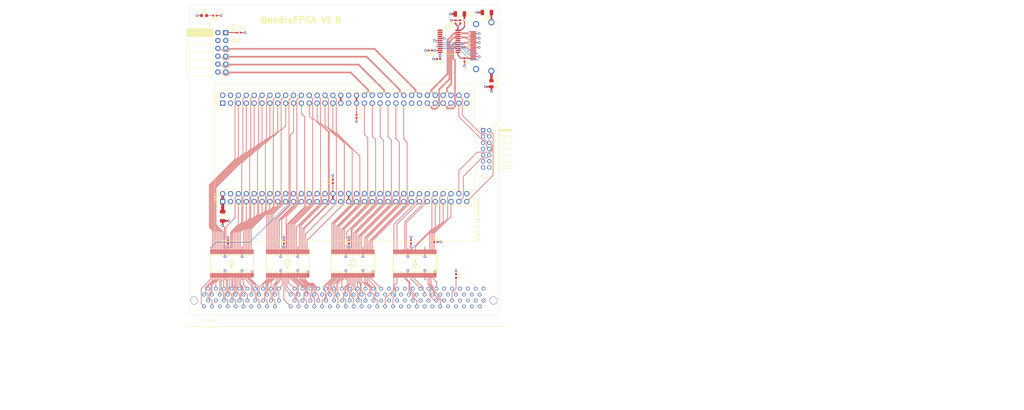
<source format=kicad_pcb>
(kicad_pcb (version 20171130) (host pcbnew 5.1.9+dfsg1-1~bpo10+1)
  (layers (0 F.Cu signal) (1 In1.Cu signal) (2 In2.Cu signal) (31 B.Cu signal) (34 B.Paste user) (35 F.Paste user) (36 B.SilkS user) (37 F.SilkS user) (38 B.Mask user) (39 F.Mask user) (44 Edge.Cuts user))
  (net 0 "")
  (net 1 +5V)
  (net 2 +3V3)
  (net 3 A3)
  (net 4 A2)
  (net 5 A1)
  (net 6 A0)
  (net 7 A7)
  (net 8 A6)
  (net 9 A5)
  (net 10 A4)
  (net 11 A31)
  (net 12 ~PDS_SLOT_E_EN)
  (net 13 A22)
  (net 14 A21)
  (net 15 A20)
  (net 16 A19)
  (net 17 A18)
  (net 18 A17)
  (net 19 A16)
  (net 20 A15)
  (net 21 A14)
  (net 22 A13)
  (net 23 A12)
  (net 24 A11)
  (net 25 A10)
  (net 26 A9)
  (net 27 A8)
  (net 28 AUX_CPUCLK)
  (net 29 A30)
  (net 30 A29)
  (net 31 A28)
  (net 32 A27)
  (net 33 A26)
  (net 34 A25)
  (net 35 A24)
  (net 36 A23)
  (net 37 D17)
  (net 38 D18)
  (net 39 D19)
  (net 40 D20)
  (net 41 D21)
  (net 42 D22)
  (net 43 D23)
  (net 44 D24)
  (net 45 D25)
  (net 46 D26)
  (net 47 D27)
  (net 48 D28)
  (net 49 D29)
  (net 50 D30)
  (net 51 D31)
  (net 52 D0)
  (net 53 D1)
  (net 54 D2)
  (net 55 D3)
  (net 56 D4)
  (net 57 D5)
  (net 58 D6)
  (net 59 D7)
  (net 60 D8)
  (net 61 D9)
  (net 62 D10)
  (net 63 D11)
  (net 64 D12)
  (net 65 D13)
  (net 66 D14)
  (net 67 D15)
  (net 68 D16)
  (net 69 GND)
  (net 70 ~TEA)
  (net 71 ~TA)
  (net 72 ~TIP_CPU)
  (net 73 ~TBI)
  (net 74 ~RW)
  (net 75 SIZ1)
  (net 76 SIZ0)
  (net 77 TM2)
  (net 78 TM1)
  (net 79 TM0)
  (net 80 ~NMRQ6)
  (net 81 ~RSTQ)
  (net 82 ~MEMRESET)
  (net 83 TT1)
  (net 84 TT0)
  (net 85 ~MI)
  (net 86 ~TS)
  (net 87 "Net-(D1-Pad2)")
  (net 88 /B2B/JTAG_VIO)
  (net 89 FPGA_JTAG_TMS)
  (net 90 FPGA_JTAG_TCK)
  (net 91 FPGA_JTAG_TDO)
  (net 92 FPGA_JTAG_TDI)
  (net 93 AUX_CPUCLK_3V3)
  (net 94 A0_3V3)
  (net 95 A1_3V3)
  (net 96 A2_3V3)
  (net 97 A3_3V3)
  (net 98 A4_3V3)
  (net 99 A6_3V3)
  (net 100 A5_3V3)
  (net 101 A7_3V3)
  (net 102 A8_3V3)
  (net 103 A9_3V3)
  (net 104 A10_3V3)
  (net 105 A11_3V3)
  (net 106 A12_3V3)
  (net 107 A13_3V3)
  (net 108 A14_3V3)
  (net 109 A15_3V3)
  (net 110 A16_3V3)
  (net 111 A17_3V3)
  (net 112 A18_3V3)
  (net 113 A19_3V3)
  (net 114 A20_3V3)
  (net 115 A21_3V3)
  (net 116 A22_3V3)
  (net 117 A23_3V3)
  (net 118 A24_3V3)
  (net 119 A25_3V3)
  (net 120 A26_3V3)
  (net 121 A27_3V3)
  (net 122 A28_3V3)
  (net 123 A29_3V3)
  (net 124 A31_3V3)
  (net 125 A30_3V3)
  (net 126 D31_3V3)
  (net 127 D30_3V3)
  (net 128 D29_3V3)
  (net 129 D28_3V3)
  (net 130 D27_3V3)
  (net 131 D26_3V3)
  (net 132 D25_3V3)
  (net 133 D24_3V3)
  (net 134 D23_3V3)
  (net 135 D22_3V3)
  (net 136 D21_3V3)
  (net 137 D20_3V3)
  (net 138 D19_3V3)
  (net 139 D18_3V3)
  (net 140 D17_3V3)
  (net 141 D16_3V3)
  (net 142 D15_3V3)
  (net 143 D14_3V3)
  (net 144 D13_3V3)
  (net 145 D12_3V3)
  (net 146 D11_3V3)
  (net 147 D10_3V3)
  (net 148 D9_3V3)
  (net 149 D8_3V3)
  (net 150 D7_3V3)
  (net 151 D6_3V3)
  (net 152 D5_3V3)
  (net 153 D4_3V3)
  (net 154 D3_3V3)
  (net 155 D2_3V3)
  (net 156 D1_3V3)
  (net 157 D0_3V3)
  (net 158 SIZ0_3V3)
  (net 159 SIZ1_3V3)
  (net 160 ~RW_3V3)
  (net 161 ~TBI_3V3)
  (net 162 ~TIP_CPU_3V3)
  (net 163 ~TA_3V3)
  (net 164 ~TEA_3V3)
  (net 165 ~TS_3V3)
  (net 166 ~MI_3V3)
  (net 167 TT0_3V3)
  (net 168 TT1_3V3)
  (net 169 ~MEMRESET_3V3)
  (net 170 ~RSTQ_3V3)
  (net 171 TM0_3V3)
  (net 172 TM1_3V3)
  (net 173 TM2_3V3)
  (net 174 ~NMRQ6_3V3)
  (net 175 /hdmi/HDMI_5V)
  (net 176 SHIELD)
  (net 177 /hdmi/hpd_b)
  (net 178 /hdmi/sda_b)
  (net 179 /hdmi/scl_b)
  (net 180 /hdmi/cec_b)
  (net 181 HDMI_CLK-)
  (net 182 HDMI_CLK+)
  (net 183 HDMI_D0-)
  (net 184 HDMI_D0+)
  (net 185 HDMI_D1-)
  (net 186 HDMI_D1+)
  (net 187 HDMI_D2-)
  (net 188 HDMI_D2+)
  (net 189 PMOD-56-)
  (net 190 PMOD-56+)
  (net 191 PMOD-78-)
  (net 192 PMOD-78+)
  (net 193 PMOD-910-)
  (net 194 PMOD-910+)
  (net 195 PMOD-1112-)
  (net 196 PMOD-1112+)
  (module For_SeeedStudio:SOP50P810X120-56N (layer F.Cu) (at 168 140 270)
    (fp_text reference IC4 (at 0 0 90) (layer F.SilkS) (effects (font (size 1.27 1.27) (thickness 0.254))))
    (fp_text value 74CB3T16211DGGR hide)
    (pad 56 smd rect (at 3.788 -6.75) (size 0.3 1.475) (layers F.Cu F.Paste F.Mask) (net 69 GND))
    (pad 55 smd rect (at 3.788 -6.25) (size 0.3 1.475) (layers F.Cu F.Paste F.Mask) (net 69 GND))
    (pad 54 smd rect (at 3.788 -5.75) (size 0.3 1.475) (layers F.Cu F.Paste F.Mask) (net 80 ~NMRQ6))
    (pad 53 smd rect (at 3.788 -5.25) (size 0.3 1.475) (layers F.Cu F.Paste F.Mask) (net 77 TM2))
    (pad 52 smd rect (at 3.788 -4.75) (size 0.3 1.475) (layers F.Cu F.Paste F.Mask) (net 78 TM1))
    (pad 51 smd rect (at 3.788 -4.25) (size 0.3 1.475) (layers F.Cu F.Paste F.Mask) (net 79 TM0))
    (pad 50 smd rect (at 3.788 -3.75) (size 0.3 1.475) (layers F.Cu F.Paste F.Mask))
    (pad 49 smd rect (at 3.788 -3.25) (size 0.3 1.475) (layers F.Cu F.Paste F.Mask) (net 69 GND))
    (pad 48 smd rect (at 3.788 -2.75) (size 0.3 1.475) (layers F.Cu F.Paste F.Mask))
    (pad 47 smd rect (at 3.788 -2.25) (size 0.3 1.475) (layers F.Cu F.Paste F.Mask))
    (pad 46 smd rect (at 3.788 -1.75) (size 0.3 1.475) (layers F.Cu F.Paste F.Mask))
    (pad 45 smd rect (at 3.788 -1.25) (size 0.3 1.475) (layers F.Cu F.Paste F.Mask))
    (pad 44 smd rect (at 3.788 -0.75) (size 0.3 1.475) (layers F.Cu F.Paste F.Mask))
    (pad 43 smd rect (at 3.788 -0.25) (size 0.3 1.475) (layers F.Cu F.Paste F.Mask))
    (pad 42 smd rect (at 3.788 0.25) (size 0.3 1.475) (layers F.Cu F.Paste F.Mask) (net 81 ~RSTQ))
    (pad 41 smd rect (at 3.788 0.75) (size 0.3 1.475) (layers F.Cu F.Paste F.Mask))
    (pad 40 smd rect (at 3.788 1.25) (size 0.3 1.475) (layers F.Cu F.Paste F.Mask) (net 82 ~MEMRESET))
    (pad 39 smd rect (at 3.788 1.75) (size 0.3 1.475) (layers F.Cu F.Paste F.Mask))
    (pad 38 smd rect (at 3.788 2.25) (size 0.3 1.475) (layers F.Cu F.Paste F.Mask) (net 69 GND))
    (pad 37 smd rect (at 3.788 2.75) (size 0.3 1.475) (layers F.Cu F.Paste F.Mask) (net 83 TT1))
    (pad 36 smd rect (at 3.788 3.25) (size 0.3 1.475) (layers F.Cu F.Paste F.Mask) (net 84 TT0))
    (pad 35 smd rect (at 3.788 3.75) (size 0.3 1.475) (layers F.Cu F.Paste F.Mask))
    (pad 34 smd rect (at 3.788 4.25) (size 0.3 1.475) (layers F.Cu F.Paste F.Mask))
    (pad 33 smd rect (at 3.788 4.75) (size 0.3 1.475) (layers F.Cu F.Paste F.Mask))
    (pad 32 smd rect (at 3.788 5.25) (size 0.3 1.475) (layers F.Cu F.Paste F.Mask))
    (pad 31 smd rect (at 3.788 5.75) (size 0.3 1.475) (layers F.Cu F.Paste F.Mask) (net 85 ~MI))
    (pad 30 smd rect (at 3.788 6.25) (size 0.3 1.475) (layers F.Cu F.Paste F.Mask))
    (pad 29 smd rect (at 3.788 6.75) (size 0.3 1.475) (layers F.Cu F.Paste F.Mask) (net 86 ~TS))
    (pad 28 smd rect (at -3.788 6.75) (size 0.3 1.475) (layers F.Cu F.Paste F.Mask) (net 165 ~TS_3V3))
    (pad 27 smd rect (at -3.788 6.25) (size 0.3 1.475) (layers F.Cu F.Paste F.Mask))
    (pad 26 smd rect (at -3.788 5.75) (size 0.3 1.475) (layers F.Cu F.Paste F.Mask) (net 166 ~MI_3V3))
    (pad 25 smd rect (at -3.788 5.25) (size 0.3 1.475) (layers F.Cu F.Paste F.Mask))
    (pad 24 smd rect (at -3.788 4.75) (size 0.3 1.475) (layers F.Cu F.Paste F.Mask))
    (pad 23 smd rect (at -3.788 4.25) (size 0.3 1.475) (layers F.Cu F.Paste F.Mask))
    (pad 22 smd rect (at -3.788 3.75) (size 0.3 1.475) (layers F.Cu F.Paste F.Mask))
    (pad 21 smd rect (at -3.788 3.25) (size 0.3 1.475) (layers F.Cu F.Paste F.Mask) (net 167 TT0_3V3))
    (pad 20 smd rect (at -3.788 2.75) (size 0.3 1.475) (layers F.Cu F.Paste F.Mask) (net 168 TT1_3V3))
    (pad 19 smd rect (at -3.788 2.25) (size 0.3 1.475) (layers F.Cu F.Paste F.Mask) (net 69 GND))
    (pad 18 smd rect (at -3.788 1.75) (size 0.3 1.475) (layers F.Cu F.Paste F.Mask))
    (pad 17 smd rect (at -3.788 1.25) (size 0.3 1.475) (layers F.Cu F.Paste F.Mask) (net 2 +3V3))
    (pad 16 smd rect (at -3.788 0.75) (size 0.3 1.475) (layers F.Cu F.Paste F.Mask) (net 169 ~MEMRESET_3V3))
    (pad 15 smd rect (at -3.788 0.25) (size 0.3 1.475) (layers F.Cu F.Paste F.Mask))
    (pad 14 smd rect (at -3.788 -0.25) (size 0.3 1.475) (layers F.Cu F.Paste F.Mask) (net 170 ~RSTQ_3V3))
    (pad 13 smd rect (at -3.788 -0.75) (size 0.3 1.475) (layers F.Cu F.Paste F.Mask))
    (pad 12 smd rect (at -3.788 -1.25) (size 0.3 1.475) (layers F.Cu F.Paste F.Mask))
    (pad 11 smd rect (at -3.788 -1.75) (size 0.3 1.475) (layers F.Cu F.Paste F.Mask))
    (pad 10 smd rect (at -3.788 -2.25) (size 0.3 1.475) (layers F.Cu F.Paste F.Mask))
    (pad 9 smd rect (at -3.788 -2.75) (size 0.3 1.475) (layers F.Cu F.Paste F.Mask))
    (pad 8 smd rect (at -3.788 -3.25) (size 0.3 1.475) (layers F.Cu F.Paste F.Mask) (net 69 GND))
    (pad 7 smd rect (at -3.788 -3.75) (size 0.3 1.475) (layers F.Cu F.Paste F.Mask))
    (pad 6 smd rect (at -3.788 -4.25) (size 0.3 1.475) (layers F.Cu F.Paste F.Mask))
    (pad 5 smd rect (at -3.788 -4.75) (size 0.3 1.475) (layers F.Cu F.Paste F.Mask) (net 171 TM0_3V3))
    (pad 4 smd rect (at -3.788 -5.25) (size 0.3 1.475) (layers F.Cu F.Paste F.Mask) (net 172 TM1_3V3))
    (pad 3 smd rect (at -3.788 -5.75) (size 0.3 1.475) (layers F.Cu F.Paste F.Mask) (net 173 TM2_3V3))
    (pad 2 smd rect (at -3.788 -6.25) (size 0.3 1.475) (layers F.Cu F.Paste F.Mask) (net 174 ~NMRQ6_3V3))
    (pad 1 smd rect (at -3.788 -6.75) (size 0.3 1.475) (layers F.Cu F.Paste F.Mask))
  )
  (module For_SeeedStudio:SOP50P810X120-56N (layer F.Cu) (at 148 140 270)
    (fp_text reference IC3 (at 0 0 90) (layer F.SilkS) (effects (font (size 1.27 1.27) (thickness 0.254))))
    (fp_text value 74CB3T16211DGGR hide)
    (pad 56 smd rect (at 3.788 -6.75) (size 0.3 1.475) (layers F.Cu F.Paste F.Mask) (net 69 GND))
    (pad 55 smd rect (at 3.788 -6.25) (size 0.3 1.475) (layers F.Cu F.Paste F.Mask) (net 69 GND))
    (pad 54 smd rect (at 3.788 -5.75) (size 0.3 1.475) (layers F.Cu F.Paste F.Mask) (net 70 ~TEA))
    (pad 53 smd rect (at 3.788 -5.25) (size 0.3 1.475) (layers F.Cu F.Paste F.Mask) (net 71 ~TA))
    (pad 52 smd rect (at 3.788 -4.75) (size 0.3 1.475) (layers F.Cu F.Paste F.Mask) (net 72 ~TIP_CPU))
    (pad 51 smd rect (at 3.788 -4.25) (size 0.3 1.475) (layers F.Cu F.Paste F.Mask) (net 73 ~TBI))
    (pad 50 smd rect (at 3.788 -3.75) (size 0.3 1.475) (layers F.Cu F.Paste F.Mask) (net 74 ~RW))
    (pad 49 smd rect (at 3.788 -3.25) (size 0.3 1.475) (layers F.Cu F.Paste F.Mask) (net 69 GND))
    (pad 48 smd rect (at 3.788 -2.75) (size 0.3 1.475) (layers F.Cu F.Paste F.Mask) (net 75 SIZ1))
    (pad 47 smd rect (at 3.788 -2.25) (size 0.3 1.475) (layers F.Cu F.Paste F.Mask) (net 76 SIZ0))
    (pad 46 smd rect (at 3.788 -1.75) (size 0.3 1.475) (layers F.Cu F.Paste F.Mask) (net 52 D0))
    (pad 45 smd rect (at 3.788 -1.25) (size 0.3 1.475) (layers F.Cu F.Paste F.Mask) (net 53 D1))
    (pad 44 smd rect (at 3.788 -0.75) (size 0.3 1.475) (layers F.Cu F.Paste F.Mask) (net 54 D2))
    (pad 43 smd rect (at 3.788 -0.25) (size 0.3 1.475) (layers F.Cu F.Paste F.Mask) (net 55 D3))
    (pad 42 smd rect (at 3.788 0.25) (size 0.3 1.475) (layers F.Cu F.Paste F.Mask) (net 56 D4))
    (pad 41 smd rect (at 3.788 0.75) (size 0.3 1.475) (layers F.Cu F.Paste F.Mask) (net 57 D5))
    (pad 40 smd rect (at 3.788 1.25) (size 0.3 1.475) (layers F.Cu F.Paste F.Mask) (net 58 D6))
    (pad 39 smd rect (at 3.788 1.75) (size 0.3 1.475) (layers F.Cu F.Paste F.Mask) (net 59 D7))
    (pad 38 smd rect (at 3.788 2.25) (size 0.3 1.475) (layers F.Cu F.Paste F.Mask) (net 69 GND))
    (pad 37 smd rect (at 3.788 2.75) (size 0.3 1.475) (layers F.Cu F.Paste F.Mask) (net 60 D8))
    (pad 36 smd rect (at 3.788 3.25) (size 0.3 1.475) (layers F.Cu F.Paste F.Mask) (net 61 D9))
    (pad 35 smd rect (at 3.788 3.75) (size 0.3 1.475) (layers F.Cu F.Paste F.Mask) (net 62 D10))
    (pad 34 smd rect (at 3.788 4.25) (size 0.3 1.475) (layers F.Cu F.Paste F.Mask) (net 63 D11))
    (pad 33 smd rect (at 3.788 4.75) (size 0.3 1.475) (layers F.Cu F.Paste F.Mask) (net 64 D12))
    (pad 32 smd rect (at 3.788 5.25) (size 0.3 1.475) (layers F.Cu F.Paste F.Mask) (net 65 D13))
    (pad 31 smd rect (at 3.788 5.75) (size 0.3 1.475) (layers F.Cu F.Paste F.Mask) (net 67 D15))
    (pad 30 smd rect (at 3.788 6.25) (size 0.3 1.475) (layers F.Cu F.Paste F.Mask) (net 66 D14))
    (pad 29 smd rect (at 3.788 6.75) (size 0.3 1.475) (layers F.Cu F.Paste F.Mask) (net 68 D16))
    (pad 28 smd rect (at -3.788 6.75) (size 0.3 1.475) (layers F.Cu F.Paste F.Mask) (net 141 D16_3V3))
    (pad 27 smd rect (at -3.788 6.25) (size 0.3 1.475) (layers F.Cu F.Paste F.Mask) (net 143 D14_3V3))
    (pad 26 smd rect (at -3.788 5.75) (size 0.3 1.475) (layers F.Cu F.Paste F.Mask) (net 142 D15_3V3))
    (pad 25 smd rect (at -3.788 5.25) (size 0.3 1.475) (layers F.Cu F.Paste F.Mask) (net 144 D13_3V3))
    (pad 24 smd rect (at -3.788 4.75) (size 0.3 1.475) (layers F.Cu F.Paste F.Mask) (net 145 D12_3V3))
    (pad 23 smd rect (at -3.788 4.25) (size 0.3 1.475) (layers F.Cu F.Paste F.Mask) (net 146 D11_3V3))
    (pad 22 smd rect (at -3.788 3.75) (size 0.3 1.475) (layers F.Cu F.Paste F.Mask) (net 147 D10_3V3))
    (pad 21 smd rect (at -3.788 3.25) (size 0.3 1.475) (layers F.Cu F.Paste F.Mask) (net 148 D9_3V3))
    (pad 20 smd rect (at -3.788 2.75) (size 0.3 1.475) (layers F.Cu F.Paste F.Mask) (net 149 D8_3V3))
    (pad 19 smd rect (at -3.788 2.25) (size 0.3 1.475) (layers F.Cu F.Paste F.Mask) (net 69 GND))
    (pad 18 smd rect (at -3.788 1.75) (size 0.3 1.475) (layers F.Cu F.Paste F.Mask) (net 150 D7_3V3))
    (pad 17 smd rect (at -3.788 1.25) (size 0.3 1.475) (layers F.Cu F.Paste F.Mask) (net 2 +3V3))
    (pad 16 smd rect (at -3.788 0.75) (size 0.3 1.475) (layers F.Cu F.Paste F.Mask) (net 151 D6_3V3))
    (pad 15 smd rect (at -3.788 0.25) (size 0.3 1.475) (layers F.Cu F.Paste F.Mask) (net 152 D5_3V3))
    (pad 14 smd rect (at -3.788 -0.25) (size 0.3 1.475) (layers F.Cu F.Paste F.Mask) (net 153 D4_3V3))
    (pad 13 smd rect (at -3.788 -0.75) (size 0.3 1.475) (layers F.Cu F.Paste F.Mask) (net 154 D3_3V3))
    (pad 12 smd rect (at -3.788 -1.25) (size 0.3 1.475) (layers F.Cu F.Paste F.Mask) (net 155 D2_3V3))
    (pad 11 smd rect (at -3.788 -1.75) (size 0.3 1.475) (layers F.Cu F.Paste F.Mask) (net 156 D1_3V3))
    (pad 10 smd rect (at -3.788 -2.25) (size 0.3 1.475) (layers F.Cu F.Paste F.Mask) (net 157 D0_3V3))
    (pad 9 smd rect (at -3.788 -2.75) (size 0.3 1.475) (layers F.Cu F.Paste F.Mask) (net 158 SIZ0_3V3))
    (pad 8 smd rect (at -3.788 -3.25) (size 0.3 1.475) (layers F.Cu F.Paste F.Mask) (net 69 GND))
    (pad 7 smd rect (at -3.788 -3.75) (size 0.3 1.475) (layers F.Cu F.Paste F.Mask) (net 159 SIZ1_3V3))
    (pad 6 smd rect (at -3.788 -4.25) (size 0.3 1.475) (layers F.Cu F.Paste F.Mask) (net 160 ~RW_3V3))
    (pad 5 smd rect (at -3.788 -4.75) (size 0.3 1.475) (layers F.Cu F.Paste F.Mask) (net 161 ~TBI_3V3))
    (pad 4 smd rect (at -3.788 -5.25) (size 0.3 1.475) (layers F.Cu F.Paste F.Mask) (net 162 ~TIP_CPU_3V3))
    (pad 3 smd rect (at -3.788 -5.75) (size 0.3 1.475) (layers F.Cu F.Paste F.Mask) (net 163 ~TA_3V3))
    (pad 2 smd rect (at -3.788 -6.25) (size 0.3 1.475) (layers F.Cu F.Paste F.Mask) (net 164 ~TEA_3V3))
    (pad 1 smd rect (at -3.788 -6.75) (size 0.3 1.475) (layers F.Cu F.Paste F.Mask))
  )
  (module For_SeeedStudio:SOP50P810X120-56N (layer F.Cu) (at 127 140 270)
    (fp_text reference IC2 (at 0 0 90) (layer F.SilkS) (effects (font (size 1.27 1.27) (thickness 0.254))))
    (fp_text value 74CB3T16211DGGR hide)
    (pad 56 smd rect (at 3.788 -6.75) (size 0.3 1.475) (layers F.Cu F.Paste F.Mask) (net 69 GND))
    (pad 55 smd rect (at 3.788 -6.25) (size 0.3 1.475) (layers F.Cu F.Paste F.Mask) (net 69 GND))
    (pad 54 smd rect (at 3.788 -5.75) (size 0.3 1.475) (layers F.Cu F.Paste F.Mask) (net 37 D17))
    (pad 53 smd rect (at 3.788 -5.25) (size 0.3 1.475) (layers F.Cu F.Paste F.Mask) (net 38 D18))
    (pad 52 smd rect (at 3.788 -4.75) (size 0.3 1.475) (layers F.Cu F.Paste F.Mask) (net 39 D19))
    (pad 51 smd rect (at 3.788 -4.25) (size 0.3 1.475) (layers F.Cu F.Paste F.Mask) (net 40 D20))
    (pad 50 smd rect (at 3.788 -3.75) (size 0.3 1.475) (layers F.Cu F.Paste F.Mask) (net 41 D21))
    (pad 49 smd rect (at 3.788 -3.25) (size 0.3 1.475) (layers F.Cu F.Paste F.Mask) (net 69 GND))
    (pad 48 smd rect (at 3.788 -2.75) (size 0.3 1.475) (layers F.Cu F.Paste F.Mask) (net 42 D22))
    (pad 47 smd rect (at 3.788 -2.25) (size 0.3 1.475) (layers F.Cu F.Paste F.Mask) (net 43 D23))
    (pad 46 smd rect (at 3.788 -1.75) (size 0.3 1.475) (layers F.Cu F.Paste F.Mask) (net 44 D24))
    (pad 45 smd rect (at 3.788 -1.25) (size 0.3 1.475) (layers F.Cu F.Paste F.Mask) (net 45 D25))
    (pad 44 smd rect (at 3.788 -0.75) (size 0.3 1.475) (layers F.Cu F.Paste F.Mask) (net 46 D26))
    (pad 43 smd rect (at 3.788 -0.25) (size 0.3 1.475) (layers F.Cu F.Paste F.Mask) (net 47 D27))
    (pad 42 smd rect (at 3.788 0.25) (size 0.3 1.475) (layers F.Cu F.Paste F.Mask) (net 48 D28))
    (pad 41 smd rect (at 3.788 0.75) (size 0.3 1.475) (layers F.Cu F.Paste F.Mask) (net 49 D29))
    (pad 40 smd rect (at 3.788 1.25) (size 0.3 1.475) (layers F.Cu F.Paste F.Mask) (net 50 D30))
    (pad 39 smd rect (at 3.788 1.75) (size 0.3 1.475) (layers F.Cu F.Paste F.Mask) (net 51 D31))
    (pad 38 smd rect (at 3.788 2.25) (size 0.3 1.475) (layers F.Cu F.Paste F.Mask) (net 69 GND))
    (pad 37 smd rect (at 3.788 2.75) (size 0.3 1.475) (layers F.Cu F.Paste F.Mask) (net 29 A30))
    (pad 36 smd rect (at 3.788 3.25) (size 0.3 1.475) (layers F.Cu F.Paste F.Mask) (net 11 A31))
    (pad 35 smd rect (at 3.788 3.75) (size 0.3 1.475) (layers F.Cu F.Paste F.Mask) (net 31 A28))
    (pad 34 smd rect (at 3.788 4.25) (size 0.3 1.475) (layers F.Cu F.Paste F.Mask) (net 30 A29))
    (pad 33 smd rect (at 3.788 4.75) (size 0.3 1.475) (layers F.Cu F.Paste F.Mask) (net 32 A27))
    (pad 32 smd rect (at 3.788 5.25) (size 0.3 1.475) (layers F.Cu F.Paste F.Mask) (net 33 A26))
    (pad 31 smd rect (at 3.788 5.75) (size 0.3 1.475) (layers F.Cu F.Paste F.Mask) (net 34 A25))
    (pad 30 smd rect (at 3.788 6.25) (size 0.3 1.475) (layers F.Cu F.Paste F.Mask) (net 35 A24))
    (pad 29 smd rect (at 3.788 6.75) (size 0.3 1.475) (layers F.Cu F.Paste F.Mask) (net 36 A23))
    (pad 28 smd rect (at -3.788 6.75) (size 0.3 1.475) (layers F.Cu F.Paste F.Mask) (net 117 A23_3V3))
    (pad 27 smd rect (at -3.788 6.25) (size 0.3 1.475) (layers F.Cu F.Paste F.Mask) (net 118 A24_3V3))
    (pad 26 smd rect (at -3.788 5.75) (size 0.3 1.475) (layers F.Cu F.Paste F.Mask) (net 119 A25_3V3))
    (pad 25 smd rect (at -3.788 5.25) (size 0.3 1.475) (layers F.Cu F.Paste F.Mask) (net 120 A26_3V3))
    (pad 24 smd rect (at -3.788 4.75) (size 0.3 1.475) (layers F.Cu F.Paste F.Mask) (net 121 A27_3V3))
    (pad 23 smd rect (at -3.788 4.25) (size 0.3 1.475) (layers F.Cu F.Paste F.Mask) (net 122 A28_3V3))
    (pad 22 smd rect (at -3.788 3.75) (size 0.3 1.475) (layers F.Cu F.Paste F.Mask) (net 123 A29_3V3))
    (pad 21 smd rect (at -3.788 3.25) (size 0.3 1.475) (layers F.Cu F.Paste F.Mask) (net 124 A31_3V3))
    (pad 20 smd rect (at -3.788 2.75) (size 0.3 1.475) (layers F.Cu F.Paste F.Mask) (net 125 A30_3V3))
    (pad 19 smd rect (at -3.788 2.25) (size 0.3 1.475) (layers F.Cu F.Paste F.Mask) (net 69 GND))
    (pad 18 smd rect (at -3.788 1.75) (size 0.3 1.475) (layers F.Cu F.Paste F.Mask) (net 126 D31_3V3))
    (pad 17 smd rect (at -3.788 1.25) (size 0.3 1.475) (layers F.Cu F.Paste F.Mask) (net 2 +3V3))
    (pad 16 smd rect (at -3.788 0.75) (size 0.3 1.475) (layers F.Cu F.Paste F.Mask) (net 127 D30_3V3))
    (pad 15 smd rect (at -3.788 0.25) (size 0.3 1.475) (layers F.Cu F.Paste F.Mask) (net 128 D29_3V3))
    (pad 14 smd rect (at -3.788 -0.25) (size 0.3 1.475) (layers F.Cu F.Paste F.Mask) (net 129 D28_3V3))
    (pad 13 smd rect (at -3.788 -0.75) (size 0.3 1.475) (layers F.Cu F.Paste F.Mask) (net 130 D27_3V3))
    (pad 12 smd rect (at -3.788 -1.25) (size 0.3 1.475) (layers F.Cu F.Paste F.Mask) (net 131 D26_3V3))
    (pad 11 smd rect (at -3.788 -1.75) (size 0.3 1.475) (layers F.Cu F.Paste F.Mask) (net 132 D25_3V3))
    (pad 10 smd rect (at -3.788 -2.25) (size 0.3 1.475) (layers F.Cu F.Paste F.Mask) (net 133 D24_3V3))
    (pad 9 smd rect (at -3.788 -2.75) (size 0.3 1.475) (layers F.Cu F.Paste F.Mask) (net 134 D23_3V3))
    (pad 8 smd rect (at -3.788 -3.25) (size 0.3 1.475) (layers F.Cu F.Paste F.Mask) (net 69 GND))
    (pad 7 smd rect (at -3.788 -3.75) (size 0.3 1.475) (layers F.Cu F.Paste F.Mask) (net 135 D22_3V3))
    (pad 6 smd rect (at -3.788 -4.25) (size 0.3 1.475) (layers F.Cu F.Paste F.Mask) (net 136 D21_3V3))
    (pad 5 smd rect (at -3.788 -4.75) (size 0.3 1.475) (layers F.Cu F.Paste F.Mask) (net 137 D20_3V3))
    (pad 4 smd rect (at -3.788 -5.25) (size 0.3 1.475) (layers F.Cu F.Paste F.Mask) (net 138 D19_3V3))
    (pad 3 smd rect (at -3.788 -5.75) (size 0.3 1.475) (layers F.Cu F.Paste F.Mask) (net 139 D18_3V3))
    (pad 2 smd rect (at -3.788 -6.25) (size 0.3 1.475) (layers F.Cu F.Paste F.Mask) (net 140 D17_3V3))
    (pad 1 smd rect (at -3.788 -6.75) (size 0.3 1.475) (layers F.Cu F.Paste F.Mask))
  )
  (module For_SeeedStudio:SOP50P810X120-56N (layer F.Cu) (at 109 140 270)
    (fp_text reference IC1 (at 0 0 90) (layer F.SilkS) (effects (font (size 1.27 1.27) (thickness 0.254))))
    (fp_text value 74CB3T16211DGGR hide)
    (pad 56 smd rect (at 3.788 -6.75) (size 0.3 1.475) (layers F.Cu F.Paste F.Mask) (net 69 GND))
    (pad 55 smd rect (at 3.788 -6.25) (size 0.3 1.475) (layers F.Cu F.Paste F.Mask) (net 69 GND))
    (pad 54 smd rect (at 3.788 -5.75) (size 0.3 1.475) (layers F.Cu F.Paste F.Mask) (net 13 A22))
    (pad 53 smd rect (at 3.788 -5.25) (size 0.3 1.475) (layers F.Cu F.Paste F.Mask) (net 14 A21))
    (pad 52 smd rect (at 3.788 -4.75) (size 0.3 1.475) (layers F.Cu F.Paste F.Mask) (net 15 A20))
    (pad 51 smd rect (at 3.788 -4.25) (size 0.3 1.475) (layers F.Cu F.Paste F.Mask) (net 16 A19))
    (pad 50 smd rect (at 3.788 -3.75) (size 0.3 1.475) (layers F.Cu F.Paste F.Mask) (net 17 A18))
    (pad 49 smd rect (at 3.788 -3.25) (size 0.3 1.475) (layers F.Cu F.Paste F.Mask) (net 69 GND))
    (pad 48 smd rect (at 3.788 -2.75) (size 0.3 1.475) (layers F.Cu F.Paste F.Mask) (net 18 A17))
    (pad 47 smd rect (at 3.788 -2.25) (size 0.3 1.475) (layers F.Cu F.Paste F.Mask) (net 19 A16))
    (pad 46 smd rect (at 3.788 -1.75) (size 0.3 1.475) (layers F.Cu F.Paste F.Mask) (net 20 A15))
    (pad 45 smd rect (at 3.788 -1.25) (size 0.3 1.475) (layers F.Cu F.Paste F.Mask) (net 21 A14))
    (pad 44 smd rect (at 3.788 -0.75) (size 0.3 1.475) (layers F.Cu F.Paste F.Mask) (net 22 A13))
    (pad 43 smd rect (at 3.788 -0.25) (size 0.3 1.475) (layers F.Cu F.Paste F.Mask) (net 23 A12))
    (pad 42 smd rect (at 3.788 0.25) (size 0.3 1.475) (layers F.Cu F.Paste F.Mask) (net 24 A11))
    (pad 41 smd rect (at 3.788 0.75) (size 0.3 1.475) (layers F.Cu F.Paste F.Mask) (net 25 A10))
    (pad 40 smd rect (at 3.788 1.25) (size 0.3 1.475) (layers F.Cu F.Paste F.Mask) (net 26 A9))
    (pad 39 smd rect (at 3.788 1.75) (size 0.3 1.475) (layers F.Cu F.Paste F.Mask) (net 27 A8))
    (pad 38 smd rect (at 3.788 2.25) (size 0.3 1.475) (layers F.Cu F.Paste F.Mask) (net 69 GND))
    (pad 37 smd rect (at 3.788 2.75) (size 0.3 1.475) (layers F.Cu F.Paste F.Mask) (net 7 A7))
    (pad 36 smd rect (at 3.788 3.25) (size 0.3 1.475) (layers F.Cu F.Paste F.Mask) (net 9 A5))
    (pad 35 smd rect (at 3.788 3.75) (size 0.3 1.475) (layers F.Cu F.Paste F.Mask) (net 8 A6))
    (pad 34 smd rect (at 3.788 4.25) (size 0.3 1.475) (layers F.Cu F.Paste F.Mask) (net 10 A4))
    (pad 33 smd rect (at 3.788 4.75) (size 0.3 1.475) (layers F.Cu F.Paste F.Mask) (net 3 A3))
    (pad 32 smd rect (at 3.788 5.25) (size 0.3 1.475) (layers F.Cu F.Paste F.Mask) (net 4 A2))
    (pad 31 smd rect (at 3.788 5.75) (size 0.3 1.475) (layers F.Cu F.Paste F.Mask) (net 5 A1))
    (pad 30 smd rect (at 3.788 6.25) (size 0.3 1.475) (layers F.Cu F.Paste F.Mask) (net 6 A0))
    (pad 29 smd rect (at 3.788 6.75) (size 0.3 1.475) (layers F.Cu F.Paste F.Mask) (net 28 AUX_CPUCLK))
    (pad 28 smd rect (at -3.788 6.75) (size 0.3 1.475) (layers F.Cu F.Paste F.Mask) (net 93 AUX_CPUCLK_3V3))
    (pad 27 smd rect (at -3.788 6.25) (size 0.3 1.475) (layers F.Cu F.Paste F.Mask) (net 94 A0_3V3))
    (pad 26 smd rect (at -3.788 5.75) (size 0.3 1.475) (layers F.Cu F.Paste F.Mask) (net 95 A1_3V3))
    (pad 25 smd rect (at -3.788 5.25) (size 0.3 1.475) (layers F.Cu F.Paste F.Mask) (net 96 A2_3V3))
    (pad 24 smd rect (at -3.788 4.75) (size 0.3 1.475) (layers F.Cu F.Paste F.Mask) (net 97 A3_3V3))
    (pad 23 smd rect (at -3.788 4.25) (size 0.3 1.475) (layers F.Cu F.Paste F.Mask) (net 98 A4_3V3))
    (pad 22 smd rect (at -3.788 3.75) (size 0.3 1.475) (layers F.Cu F.Paste F.Mask) (net 99 A6_3V3))
    (pad 21 smd rect (at -3.788 3.25) (size 0.3 1.475) (layers F.Cu F.Paste F.Mask) (net 100 A5_3V3))
    (pad 20 smd rect (at -3.788 2.75) (size 0.3 1.475) (layers F.Cu F.Paste F.Mask) (net 101 A7_3V3))
    (pad 19 smd rect (at -3.788 2.25) (size 0.3 1.475) (layers F.Cu F.Paste F.Mask) (net 69 GND))
    (pad 18 smd rect (at -3.788 1.75) (size 0.3 1.475) (layers F.Cu F.Paste F.Mask) (net 102 A8_3V3))
    (pad 17 smd rect (at -3.788 1.25) (size 0.3 1.475) (layers F.Cu F.Paste F.Mask) (net 2 +3V3))
    (pad 16 smd rect (at -3.788 0.75) (size 0.3 1.475) (layers F.Cu F.Paste F.Mask) (net 103 A9_3V3))
    (pad 15 smd rect (at -3.788 0.25) (size 0.3 1.475) (layers F.Cu F.Paste F.Mask) (net 104 A10_3V3))
    (pad 14 smd rect (at -3.788 -0.25) (size 0.3 1.475) (layers F.Cu F.Paste F.Mask) (net 105 A11_3V3))
    (pad 13 smd rect (at -3.788 -0.75) (size 0.3 1.475) (layers F.Cu F.Paste F.Mask) (net 106 A12_3V3))
    (pad 12 smd rect (at -3.788 -1.25) (size 0.3 1.475) (layers F.Cu F.Paste F.Mask) (net 107 A13_3V3))
    (pad 11 smd rect (at -3.788 -1.75) (size 0.3 1.475) (layers F.Cu F.Paste F.Mask) (net 108 A14_3V3))
    (pad 10 smd rect (at -3.788 -2.25) (size 0.3 1.475) (layers F.Cu F.Paste F.Mask) (net 109 A15_3V3))
    (pad 9 smd rect (at -3.788 -2.75) (size 0.3 1.475) (layers F.Cu F.Paste F.Mask) (net 110 A16_3V3))
    (pad 8 smd rect (at -3.788 -3.25) (size 0.3 1.475) (layers F.Cu F.Paste F.Mask) (net 69 GND))
    (pad 7 smd rect (at -3.788 -3.75) (size 0.3 1.475) (layers F.Cu F.Paste F.Mask) (net 111 A17_3V3))
    (pad 6 smd rect (at -3.788 -4.25) (size 0.3 1.475) (layers F.Cu F.Paste F.Mask) (net 112 A18_3V3))
    (pad 5 smd rect (at -3.788 -4.75) (size 0.3 1.475) (layers F.Cu F.Paste F.Mask) (net 113 A19_3V3))
    (pad 4 smd rect (at -3.788 -5.25) (size 0.3 1.475) (layers F.Cu F.Paste F.Mask) (net 114 A20_3V3))
    (pad 3 smd rect (at -3.788 -5.75) (size 0.3 1.475) (layers F.Cu F.Paste F.Mask) (net 115 A21_3V3))
    (pad 2 smd rect (at -3.788 -6.25) (size 0.3 1.475) (layers F.Cu F.Paste F.Mask) (net 116 A22_3V3))
    (pad 1 smd rect (at -3.788 -6.75) (size 0.3 1.475) (layers F.Cu F.Paste F.Mask))
  )
  (module Resistor_SMD:R_0402_1005Metric (layer F.Cu) (at 103.5 60 180)
    (fp_text reference R2 (at 0 -1.17) (layer F.SilkS))
    (fp_text value 680)
    (pad 2 smd roundrect (at 0.51 0 180) (size 0.54 0.64) (layers F.Cu F.Paste F.Mask) (net 87 "Net-(D1-Pad2)"))
    (pad 1 smd roundrect (at -0.51 0 180) (size 0.54 0.64) (layers F.Cu F.Paste F.Mask) (net 2 +3V3))
  )
  (module Capacitor_SMD:C_0402_1005Metric (layer F.Cu) (at 111.25 65.5)
    (fp_text reference C15 (at 0.5 -1.37) (layer F.SilkS))
    (fp_text value 100nF)
    (pad 2 smd roundrect (at 0.48 0) (size 0.56 0.62) (layers F.Cu F.Paste F.Mask) (net 69 GND))
    (pad 1 smd roundrect (at -0.48 0) (size 0.56 0.62) (layers F.Cu F.Paste F.Mask) (net 2 +3V3))
  )
  (module Capacitor_SMD:C_0402_1005Metric (layer F.Cu) (at 184 74.23 270)
    (fp_text reference C13 (at 0 -1.16 90) (layer F.SilkS))
    (fp_text value 100nF)
    (pad 2 smd roundrect (at 0.48 0 270) (size 0.56 0.62) (layers F.Cu F.Paste F.Mask) (net 69 GND))
    (pad 1 smd roundrect (at -0.48 0 270) (size 0.56 0.62) (layers F.Cu F.Paste F.Mask) (net 175 /hdmi/HDMI_5V))
  )
  (module Capacitor_SMD:C_0402_1005Metric (layer F.Cu) (at 149.18 92.5 270)
    (fp_text reference C6 (at 0 -1.16 90) (layer F.SilkS))
    (fp_text value 100nF)
    (pad 2 smd roundrect (at 0.48 0 270) (size 0.56 0.62) (layers F.Cu F.Paste F.Mask) (net 69 GND))
    (pad 1 smd roundrect (at -0.48 0 270) (size 0.56 0.62) (layers F.Cu F.Paste F.Mask) (net 2 +3V3))
  )
  (module Capacitor_SMD:C_0402_1005Metric (layer F.Cu) (at 141.56 113.5 90)
    (fp_text reference C5 (at 0 -1.16 90) (layer F.SilkS))
    (fp_text value 100nF)
    (pad 2 smd roundrect (at 0.48 0 90) (size 0.56 0.62) (layers F.Cu F.Paste F.Mask) (net 69 GND))
    (pad 1 smd roundrect (at -0.48 0 90) (size 0.56 0.62) (layers F.Cu F.Paste F.Mask) (net 2 +3V3))
  )
  (module Connector_PinSocket_2.54mm:PinSocket_2x06_P2.54mm_Horizontal (layer F.Cu) (at 107 65.5)
    (fp_text reference J3 (at -5.65 -2.77) (layer F.SilkS))
    (fp_text value "A2541HWR-2x6P (Pmod 2x6 F R)")
    (pad 12 thru_hole oval (at -2.54 12.7) (size 1.7 1.7) (drill 1) (layers *.Cu *.Mask) (net 196 PMOD-1112+))
    (pad 11 thru_hole oval (at 0 12.7) (size 1.7 1.7) (drill 1) (layers *.Cu *.Mask) (net 195 PMOD-1112-))
    (pad 10 thru_hole oval (at -2.54 10.16) (size 1.7 1.7) (drill 1) (layers *.Cu *.Mask) (net 194 PMOD-910+))
    (pad 9 thru_hole oval (at 0 10.16) (size 1.7 1.7) (drill 1) (layers *.Cu *.Mask) (net 193 PMOD-910-))
    (pad 8 thru_hole oval (at -2.54 7.62) (size 1.7 1.7) (drill 1) (layers *.Cu *.Mask) (net 192 PMOD-78+))
    (pad 7 thru_hole oval (at 0 7.62) (size 1.7 1.7) (drill 1) (layers *.Cu *.Mask) (net 191 PMOD-78-))
    (pad 6 thru_hole oval (at -2.54 5.08) (size 1.7 1.7) (drill 1) (layers *.Cu *.Mask) (net 190 PMOD-56+))
    (pad 5 thru_hole oval (at 0 5.08) (size 1.7 1.7) (drill 1) (layers *.Cu *.Mask) (net 189 PMOD-56-))
    (pad 4 thru_hole oval (at -2.54 2.54) (size 1.7 1.7) (drill 1) (layers *.Cu *.Mask) (net 69 GND))
    (pad 3 thru_hole oval (at 0 2.54) (size 1.7 1.7) (drill 1) (layers *.Cu *.Mask) (net 69 GND))
    (pad 2 thru_hole oval (at -2.54 0) (size 1.7 1.7) (drill 1) (layers *.Cu *.Mask) (net 2 +3V3))
    (pad 1 thru_hole rect (at 0 0) (size 1.7 1.7) (drill 1) (layers *.Cu *.Mask) (net 2 +3V3))
  )
  (module Resistor_SMD:R_0402_1005Metric (layer F.Cu) (at 174.76 133 180)
    (fp_text reference R4 (at 0.06 1.24) (layer F.SilkS))
    (fp_text value 10k)
    (pad 2 smd roundrect (at 0.51 0 180) (size 0.54 0.64) (layers F.Cu F.Paste F.Mask) (net 174 ~NMRQ6_3V3))
    (pad 1 smd roundrect (at -0.51 0 180) (size 0.54 0.64) (layers F.Cu F.Paste F.Mask) (net 2 +3V3))
  )
  (module Resistor_SMD:R_0402_1005Metric (layer F.Cu) (at 181.28 144 270)
    (fp_text reference R1 (at 0 -1.17 90) (layer F.SilkS))
    (fp_text value 10k)
    (pad 2 smd roundrect (at 0.51 0 270) (size 0.54 0.64) (layers F.Cu F.Paste F.Mask) (net 12 ~PDS_SLOT_E_EN))
    (pad 1 smd roundrect (at -0.51 0 270) (size 0.54 0.64) (layers F.Cu F.Paste F.Mask) (net 69 GND))
  )
  (module Capacitor_SMD:C_0402_1005Metric (layer F.Cu) (at 173 71.25 180)
    (fp_text reference C12 (at 0 -1.16) (layer F.SilkS))
    (fp_text value 100nF)
    (pad 2 smd roundrect (at 0.48 0 180) (size 0.56 0.62) (layers F.Cu F.Paste F.Mask) (net 69 GND))
    (pad 1 smd roundrect (at -0.48 0 180) (size 0.56 0.62) (layers F.Cu F.Paste F.Mask) (net 1 +5V))
  )
  (module Capacitor_SMD:C_0402_1005Metric (layer F.Cu) (at 175.65 74 180)
    (fp_text reference C11 (at 0 -1.16) (layer F.SilkS))
    (fp_text value 100nF)
    (pad 2 smd roundrect (at 0.48 0 180) (size 0.56 0.62) (layers F.Cu F.Paste F.Mask) (net 69 GND))
    (pad 1 smd roundrect (at -0.48 0 180) (size 0.56 0.62) (layers F.Cu F.Paste F.Mask) (net 2 +3V3))
  )
  (module Capacitor_SMD:C_0402_1005Metric (layer F.Cu) (at 182.62 62 90)
    (fp_text reference C9 (at 0 1.19 90) (layer F.SilkS))
    (fp_text value 10nF)
    (pad 2 smd roundrect (at 0.48 0 90) (size 0.56 0.62) (layers F.Cu F.Paste F.Mask) (net 69 GND))
    (pad 1 smd roundrect (at -0.48 0 90) (size 0.56 0.62) (layers F.Cu F.Paste F.Mask) (net 2 +3V3))
  )
  (module Capacitor_SMD:C_0402_1005Metric (layer F.Cu) (at 181.12 62 90)
    (fp_text reference C8 (at -0.89 -1.11 90) (layer F.SilkS))
    (fp_text value 100nF)
    (pad 2 smd roundrect (at 0.48 0 90) (size 0.56 0.62) (layers F.Cu F.Paste F.Mask) (net 69 GND))
    (pad 1 smd roundrect (at -0.48 0 90) (size 0.56 0.62) (layers F.Cu F.Paste F.Mask) (net 2 +3V3))
  )
  (module For_SeeedStudio:SOP65P640X120-24N (layer F.Cu) (at 179 68.325)
    (fp_text reference U1 (at -0.645 -4.912) (layer F.SilkS))
    (fp_text value TPD12S016PWR)
    (pad 24 smd rect (at 2.87 -3.575) (size 1.57 0.41) (layers F.Cu F.Paste F.Mask) (net 2 +3V3))
    (pad 23 smd rect (at 2.87 -2.925) (size 1.57 0.41) (layers F.Cu F.Paste F.Mask) (net 188 HDMI_D2+))
    (pad 22 smd rect (at 2.87 -2.275) (size 1.57 0.41) (layers F.Cu F.Paste F.Mask) (net 187 HDMI_D2-))
    (pad 21 smd rect (at 2.87 -1.625) (size 1.57 0.41) (layers F.Cu F.Paste F.Mask) (net 186 HDMI_D1+))
    (pad 20 smd rect (at 2.87 -0.975) (size 1.57 0.41) (layers F.Cu F.Paste F.Mask) (net 185 HDMI_D1-))
    (pad 19 smd rect (at 2.87 -0.325) (size 1.57 0.41) (layers F.Cu F.Paste F.Mask))
    (pad 18 smd rect (at 2.87 0.325) (size 1.57 0.41) (layers F.Cu F.Paste F.Mask) (net 184 HDMI_D0+))
    (pad 17 smd rect (at 2.87 0.975) (size 1.57 0.41) (layers F.Cu F.Paste F.Mask) (net 183 HDMI_D0-))
    (pad 16 smd rect (at 2.87 1.625) (size 1.57 0.41) (layers F.Cu F.Paste F.Mask) (net 182 HDMI_CLK+))
    (pad 15 smd rect (at 2.87 2.275) (size 1.57 0.41) (layers F.Cu F.Paste F.Mask) (net 181 HDMI_CLK-))
    (pad 14 smd rect (at 2.87 2.925) (size 1.57 0.41) (layers F.Cu F.Paste F.Mask))
    (pad 13 smd rect (at 2.87 3.575) (size 1.57 0.41) (layers F.Cu F.Paste F.Mask) (net 175 /hdmi/HDMI_5V))
    (pad 12 smd rect (at -2.87 3.575) (size 1.57 0.41) (layers F.Cu F.Paste F.Mask) (net 2 +3V3))
    (pad 11 smd rect (at -2.87 2.925) (size 1.57 0.41) (layers F.Cu F.Paste F.Mask) (net 1 +5V))
    (pad 10 smd rect (at -2.87 2.275) (size 1.57 0.41) (layers F.Cu F.Paste F.Mask) (net 177 /hdmi/hpd_b))
    (pad 9 smd rect (at -2.87 1.625) (size 1.57 0.41) (layers F.Cu F.Paste F.Mask) (net 178 /hdmi/sda_b))
    (pad 8 smd rect (at -2.87 0.975) (size 1.57 0.41) (layers F.Cu F.Paste F.Mask) (net 179 /hdmi/scl_b))
    (pad 7 smd rect (at -2.87 0.325) (size 1.57 0.41) (layers F.Cu F.Paste F.Mask) (net 180 /hdmi/cec_b))
    (pad 6 smd rect (at -2.87 -0.325) (size 1.57 0.41) (layers F.Cu F.Paste F.Mask) (net 69 GND))
    (pad 5 smd rect (at -2.87 -0.975) (size 1.57 0.41) (layers F.Cu F.Paste F.Mask) (net 2 +3V3))
    (pad 4 smd rect (at -2.87 -1.625) (size 1.57 0.41) (layers F.Cu F.Paste F.Mask))
    (pad 3 smd rect (at -2.87 -2.275) (size 1.57 0.41) (layers F.Cu F.Paste F.Mask))
    (pad 2 smd rect (at -2.87 -2.925) (size 1.57 0.41) (layers F.Cu F.Paste F.Mask))
    (pad 1 smd rect (at -2.87 -3.575) (size 1.57 0.41) (layers F.Cu F.Paste F.Mask))
  )
  (module Resistor_SMD:R_1206_3216Metric (layer F.Cu) (at 191.2375 59 180)
    (fp_text reference R3 (at 0 -1.82) (layer F.SilkS))
    (fp_text value "1M 500V 1206")
    (pad 2 smd roundrect (at 1.4625 0 180) (size 1.125 1.75) (layers F.Cu F.Paste F.Mask) (roundrect_rratio 0.2222213333333333) (net 69 GND))
    (pad 1 smd roundrect (at -1.4625 0 180) (size 1.125 1.75) (layers F.Cu F.Paste F.Mask) (roundrect_rratio 0.2222213333333333) (net 176 SHIELD))
  )
  (module For_SeeedStudio:HDMI_A_Amphenol_10029449-111 (layer F.Cu) (at 189.8 70 90)
    (fp_text reference J2 (at 0 -4.8 90) (layer F.SilkS))
    (fp_text value "10029449-111RLF (HDMI A)")
    (pad SH thru_hole circle (at -7.85 2.9 90) (size 2 2) (drill 1.3) (layers *.Cu *.Mask) (net 176 SHIELD))
    (pad SH thru_hole circle (at 7.85 2.9 90) (size 2 2) (drill 1.3) (layers *.Cu *.Mask) (net 176 SHIELD))
    (pad SH thru_hole circle (at -7.25 -2.05 90) (size 2 2) (drill 1.3) (layers *.Cu *.Mask) (net 176 SHIELD))
    (pad SH thru_hole circle (at 7.25 -2.05 90) (size 2 2) (drill 1.3) (layers *.Cu *.Mask) (net 176 SHIELD))
    (pad 19 smd rect (at -4.25 -2.95 90) (size 0.3 1.9) (layers F.Cu F.Paste F.Mask) (net 177 /hdmi/hpd_b))
    (pad 18 smd rect (at -3.75 -2.95 90) (size 0.3 1.9) (layers F.Cu F.Paste F.Mask) (net 175 /hdmi/HDMI_5V))
    (pad 17 smd rect (at -3.25 -2.95 90) (size 0.3 1.9) (layers F.Cu F.Paste F.Mask) (net 69 GND))
    (pad 16 smd rect (at -2.75 -2.95 90) (size 0.3 1.9) (layers F.Cu F.Paste F.Mask) (net 178 /hdmi/sda_b))
    (pad 15 smd rect (at -2.25 -2.95 90) (size 0.3 1.9) (layers F.Cu F.Paste F.Mask) (net 179 /hdmi/scl_b))
    (pad 14 smd rect (at -1.75 -2.95 90) (size 0.3 1.9) (layers F.Cu F.Paste F.Mask))
    (pad 13 smd rect (at -1.25 -2.95 90) (size 0.3 1.9) (layers F.Cu F.Paste F.Mask) (net 180 /hdmi/cec_b))
    (pad 12 smd rect (at -0.75 -2.95 90) (size 0.3 1.9) (layers F.Cu F.Paste F.Mask) (net 181 HDMI_CLK-))
    (pad 11 smd rect (at -0.25 -2.95 90) (size 0.3 1.9) (layers F.Cu F.Paste F.Mask) (net 69 GND))
    (pad 10 smd rect (at 0.25 -2.95 90) (size 0.3 1.9) (layers F.Cu F.Paste F.Mask) (net 182 HDMI_CLK+))
    (pad 9 smd rect (at 0.75 -2.95 90) (size 0.3 1.9) (layers F.Cu F.Paste F.Mask) (net 183 HDMI_D0-))
    (pad 8 smd rect (at 1.25 -2.95 90) (size 0.3 1.9) (layers F.Cu F.Paste F.Mask) (net 69 GND))
    (pad 7 smd rect (at 1.75 -2.95 90) (size 0.3 1.9) (layers F.Cu F.Paste F.Mask) (net 184 HDMI_D0+))
    (pad 6 smd rect (at 2.25 -2.95 90) (size 0.3 1.9) (layers F.Cu F.Paste F.Mask) (net 185 HDMI_D1-))
    (pad 5 smd rect (at 2.75 -2.95 90) (size 0.3 1.9) (layers F.Cu F.Paste F.Mask) (net 69 GND))
    (pad 4 smd rect (at 3.25 -2.95 90) (size 0.3 1.9) (layers F.Cu F.Paste F.Mask) (net 186 HDMI_D1+))
    (pad 3 smd rect (at 3.75 -2.95 90) (size 0.3 1.9) (layers F.Cu F.Paste F.Mask) (net 187 HDMI_D2-))
    (pad 2 smd rect (at 4.25 -2.95 90) (size 0.3 1.9) (layers F.Cu F.Paste F.Mask) (net 69 GND))
    (pad 1 smd rect (at 4.75 -2.95 90) (size 0.3 1.9) (layers F.Cu F.Paste F.Mask) (net 188 HDMI_D2+))
  )
  (module Capacitor_SMD:C_0805_2012Metric (layer F.Cu) (at 192.7 82 270)
    (fp_text reference C14 (at 0 -1.68 90) (layer F.SilkS))
    (fp_text value "10nF 1kV 0805")
    (pad 2 smd roundrect (at 0.95 0 270) (size 1 1.45) (layers F.Cu F.Paste F.Mask) (net 69 GND))
    (pad 1 smd roundrect (at -0.95 0 270) (size 1 1.45) (layers F.Cu F.Paste F.Mask) (net 176 SHIELD))
  )
  (module Capacitor_SMD:C_1206_3216Metric (layer F.Cu) (at 182.5 59.5 180)
    (fp_text reference C10 (at -3.7 -0.05) (layer F.SilkS))
    (fp_text value "47uF 10V 1206")
    (pad 2 smd roundrect (at 1.475 0 180) (size 1.15 1.8) (layers F.Cu F.Paste F.Mask) (roundrect_rratio 0.2173904347826087) (net 69 GND))
    (pad 1 smd roundrect (at -1.475 0 180) (size 1.15 1.8) (layers F.Cu F.Paste F.Mask) (roundrect_rratio 0.2173904347826087) (net 2 +3V3))
  )
  (module For_SeeedStudio:PinHeader_2x32_P2.54mm_Vertical_For_SeeedStudio (layer F.Cu) (at 106 88.25 90)
    (fp_text reference JCD1 (at 1.27 -2.33 90) (layer F.SilkS))
    (fp_text value ZTEX_CD-ztex_CD)
    (pad 64 thru_hole oval (at 2.54 78.74 90) (size 1.7 1.7) (drill 1.14) (layers *.Cu *.Mask) (net 69 GND))
    (pad 63 thru_hole oval (at 0 78.74 90) (size 1.7 1.7) (drill 1.14) (layers *.Cu *.Mask) (net 69 GND))
    (pad 62 thru_hole oval (at 2.54 76.2 90) (size 1.7 1.7) (drill 1.14) (layers *.Cu *.Mask) (net 89 FPGA_JTAG_TMS))
    (pad 61 thru_hole oval (at 0 76.2 90) (size 1.7 1.7) (drill 1.14) (layers *.Cu *.Mask) (net 91 FPGA_JTAG_TDO))
    (pad 60 thru_hole oval (at 2.54 73.66 90) (size 1.7 1.7) (drill 1.14) (layers *.Cu *.Mask) (net 183 HDMI_D0-))
    (pad 59 thru_hole oval (at 0 73.66 90) (size 1.7 1.7) (drill 1.14) (layers *.Cu *.Mask) (net 182 HDMI_CLK+))
    (pad 58 thru_hole oval (at 2.54 71.12 90) (size 1.7 1.7) (drill 1.14) (layers *.Cu *.Mask) (net 184 HDMI_D0+))
    (pad 57 thru_hole oval (at 0 71.12 90) (size 1.7 1.7) (drill 1.14) (layers *.Cu *.Mask) (net 181 HDMI_CLK-))
    (pad 56 thru_hole oval (at 2.54 68.58 90) (size 1.7 1.7) (drill 1.14) (layers *.Cu *.Mask) (net 187 HDMI_D2-))
    (pad 55 thru_hole oval (at 0 68.58 90) (size 1.7 1.7) (drill 1.14) (layers *.Cu *.Mask) (net 186 HDMI_D1+))
    (pad 54 thru_hole oval (at 2.54 66.04 90) (size 1.7 1.7) (drill 1.14) (layers *.Cu *.Mask) (net 188 HDMI_D2+))
    (pad 53 thru_hole oval (at 0 66.04 90) (size 1.7 1.7) (drill 1.14) (layers *.Cu *.Mask) (net 185 HDMI_D1-))
    (pad 52 thru_hole oval (at 2.54 63.5 90) (size 1.7 1.7) (drill 1.14) (layers *.Cu *.Mask) (net 189 PMOD-56-))
    (pad 51 thru_hole oval (at 0 63.5 90) (size 1.7 1.7) (drill 1.14) (layers *.Cu *.Mask))
    (pad 50 thru_hole oval (at 2.54 60.96 90) (size 1.7 1.7) (drill 1.14) (layers *.Cu *.Mask) (net 190 PMOD-56+))
    (pad 49 thru_hole oval (at 0 60.96 90) (size 1.7 1.7) (drill 1.14) (layers *.Cu *.Mask))
    (pad 48 thru_hole oval (at 2.54 58.42 90) (size 1.7 1.7) (drill 1.14) (layers *.Cu *.Mask) (net 191 PMOD-78-))
    (pad 47 thru_hole oval (at 0 58.42 90) (size 1.7 1.7) (drill 1.14) (layers *.Cu *.Mask) (net 162 ~TIP_CPU_3V3))
    (pad 46 thru_hole oval (at 2.54 55.88 90) (size 1.7 1.7) (drill 1.14) (layers *.Cu *.Mask) (net 192 PMOD-78+))
    (pad 45 thru_hole oval (at 0 55.88 90) (size 1.7 1.7) (drill 1.14) (layers *.Cu *.Mask) (net 159 SIZ1_3V3))
    (pad 44 thru_hole oval (at 2.54 53.34 90) (size 1.7 1.7) (drill 1.14) (layers *.Cu *.Mask) (net 193 PMOD-910-))
    (pad 43 thru_hole oval (at 0 53.34 90) (size 1.7 1.7) (drill 1.14) (layers *.Cu *.Mask) (net 156 D1_3V3))
    (pad 42 thru_hole oval (at 2.54 50.8 90) (size 1.7 1.7) (drill 1.14) (layers *.Cu *.Mask) (net 194 PMOD-910+))
    (pad 41 thru_hole oval (at 0 50.8 90) (size 1.7 1.7) (drill 1.14) (layers *.Cu *.Mask) (net 153 D4_3V3))
    (pad 40 thru_hole oval (at 2.54 48.26 90) (size 1.7 1.7) (drill 1.14) (layers *.Cu *.Mask) (net 195 PMOD-1112-))
    (pad 39 thru_hole oval (at 0 48.26 90) (size 1.7 1.7) (drill 1.14) (layers *.Cu *.Mask) (net 150 D7_3V3))
    (pad 38 thru_hole oval (at 2.54 45.72 90) (size 1.7 1.7) (drill 1.14) (layers *.Cu *.Mask) (net 196 PMOD-1112+))
    (pad 37 thru_hole oval (at 0 45.72 90) (size 1.7 1.7) (drill 1.14) (layers *.Cu *.Mask) (net 147 D10_3V3))
    (pad 36 thru_hole oval (at 2.54 43.18 90) (size 1.7 1.7) (drill 1.14) (layers *.Cu *.Mask) (net 2 +3V3))
    (pad 35 thru_hole oval (at 0 43.18 90) (size 1.7 1.7) (drill 1.14) (layers *.Cu *.Mask) (net 2 +3V3))
    (pad 34 thru_hole oval (at 2.54 40.64 90) (size 1.7 1.7) (drill 1.14) (layers *.Cu *.Mask) (net 69 GND))
    (pad 33 thru_hole oval (at 0 40.64 90) (size 1.7 1.7) (drill 1.14) (layers *.Cu *.Mask) (net 69 GND))
    (pad 32 thru_hole oval (at 2.54 38.1 90) (size 1.7 1.7) (drill 1.14) (layers *.Cu *.Mask) (net 2 +3V3))
    (pad 31 thru_hole oval (at 0 38.1 90) (size 1.7 1.7) (drill 1.14) (layers *.Cu *.Mask) (net 2 +3V3))
    (pad 30 thru_hole oval (at 2.54 35.56 90) (size 1.7 1.7) (drill 1.14) (layers *.Cu *.Mask) (net 144 D13_3V3))
    (pad 29 thru_hole oval (at 0 35.56 90) (size 1.7 1.7) (drill 1.14) (layers *.Cu *.Mask) (net 141 D16_3V3))
    (pad 28 thru_hole oval (at 2.54 33.02 90) (size 1.7 1.7) (drill 1.14) (layers *.Cu *.Mask) (net 140 D17_3V3))
    (pad 27 thru_hole oval (at 0 33.02 90) (size 1.7 1.7) (drill 1.14) (layers *.Cu *.Mask) (net 139 D18_3V3))
    (pad 26 thru_hole oval (at 2.54 30.48 90) (size 1.7 1.7) (drill 1.14) (layers *.Cu *.Mask) (net 138 D19_3V3))
    (pad 25 thru_hole oval (at 0 30.48 90) (size 1.7 1.7) (drill 1.14) (layers *.Cu *.Mask) (net 137 D20_3V3))
    (pad 24 thru_hole oval (at 2.54 27.94 90) (size 1.7 1.7) (drill 1.14) (layers *.Cu *.Mask) (net 134 D23_3V3))
    (pad 23 thru_hole oval (at 0 27.94 90) (size 1.7 1.7) (drill 1.14) (layers *.Cu *.Mask) (net 131 D26_3V3))
    (pad 22 thru_hole oval (at 2.54 25.4 90) (size 1.7 1.7) (drill 1.14) (layers *.Cu *.Mask) (net 125 A30_3V3))
    (pad 21 thru_hole oval (at 0 25.4 90) (size 1.7 1.7) (drill 1.14) (layers *.Cu *.Mask) (net 128 D29_3V3))
    (pad 20 thru_hole oval (at 2.54 22.86 90) (size 1.7 1.7) (drill 1.14) (layers *.Cu *.Mask) (net 122 A28_3V3))
    (pad 19 thru_hole oval (at 0 22.86 90) (size 1.7 1.7) (drill 1.14) (layers *.Cu *.Mask) (net 123 A29_3V3))
    (pad 18 thru_hole oval (at 2.54 20.32 90) (size 1.7 1.7) (drill 1.14) (layers *.Cu *.Mask) (net 116 A22_3V3))
    (pad 17 thru_hole oval (at 0 20.32 90) (size 1.7 1.7) (drill 1.14) (layers *.Cu *.Mask) (net 119 A25_3V3))
    (pad 16 thru_hole oval (at 2.54 17.78 90) (size 1.7 1.7) (drill 1.14) (layers *.Cu *.Mask) (net 110 A16_3V3))
    (pad 15 thru_hole oval (at 0 17.78 90) (size 1.7 1.7) (drill 1.14) (layers *.Cu *.Mask) (net 113 A19_3V3))
    (pad 14 thru_hole oval (at 2.54 15.24 90) (size 1.7 1.7) (drill 1.14) (layers *.Cu *.Mask) (net 104 A10_3V3))
    (pad 13 thru_hole oval (at 0 15.24 90) (size 1.7 1.7) (drill 1.14) (layers *.Cu *.Mask) (net 107 A13_3V3))
    (pad 12 thru_hole oval (at 2.54 12.7 90) (size 1.7 1.7) (drill 1.14) (layers *.Cu *.Mask) (net 100 A5_3V3))
    (pad 11 thru_hole oval (at 0 12.7 90) (size 1.7 1.7) (drill 1.14) (layers *.Cu *.Mask) (net 101 A7_3V3))
    (pad 10 thru_hole oval (at 2.54 10.16 90) (size 1.7 1.7) (drill 1.14) (layers *.Cu *.Mask) (net 98 A4_3V3))
    (pad 9 thru_hole oval (at 0 10.16 90) (size 1.7 1.7) (drill 1.14) (layers *.Cu *.Mask) (net 99 A6_3V3))
    (pad 8 thru_hole oval (at 2.54 7.62 90) (size 1.7 1.7) (drill 1.14) (layers *.Cu *.Mask) (net 96 A2_3V3))
    (pad 7 thru_hole oval (at 0 7.62 90) (size 1.7 1.7) (drill 1.14) (layers *.Cu *.Mask) (net 97 A3_3V3))
    (pad 6 thru_hole oval (at 2.54 5.08 90) (size 1.7 1.7) (drill 1.14) (layers *.Cu *.Mask) (net 94 A0_3V3))
    (pad 5 thru_hole oval (at 0 5.08 90) (size 1.7 1.7) (drill 1.14) (layers *.Cu *.Mask) (net 95 A1_3V3))
    (pad 4 thru_hole oval (at 2.54 2.54 90) (size 1.7 1.7) (drill 1.14) (layers *.Cu *.Mask) (net 69 GND))
    (pad 3 thru_hole oval (at 0 2.54 90) (size 1.7 1.7) (drill 1.14) (layers *.Cu *.Mask) (net 69 GND))
    (pad 2 thru_hole oval (at 2.54 0 90) (size 1.7 1.7) (drill 1.14) (layers *.Cu *.Mask))
    (pad 1 thru_hole rect (at 0 0 90) (size 1.7 1.7) (drill 1.14) (layers *.Cu *.Mask))
  )
  (module For_SeeedStudio:PinHeader_2x32_P2.54mm_Vertical_For_SeeedStudio (layer F.Cu) (at 106 120 90)
    (fp_text reference JAB1 (at 1.27 -2.33 90) (layer F.SilkS))
    (fp_text value ZTEX_AB-ztex_AB)
    (pad 64 thru_hole oval (at 2.54 78.74 90) (size 1.7 1.7) (drill 1.14) (layers *.Cu *.Mask) (net 69 GND))
    (pad 63 thru_hole oval (at 0 78.74 90) (size 1.7 1.7) (drill 1.14) (layers *.Cu *.Mask) (net 88 /B2B/JTAG_VIO))
    (pad 62 thru_hole oval (at 2.54 76.2 90) (size 1.7 1.7) (drill 1.14) (layers *.Cu *.Mask) (net 90 FPGA_JTAG_TCK))
    (pad 61 thru_hole oval (at 0 76.2 90) (size 1.7 1.7) (drill 1.14) (layers *.Cu *.Mask) (net 92 FPGA_JTAG_TDI))
    (pad 60 thru_hole oval (at 2.54 73.66 90) (size 1.7 1.7) (drill 1.14) (layers *.Cu *.Mask) (net 173 TM2_3V3))
    (pad 59 thru_hole oval (at 0 73.66 90) (size 1.7 1.7) (drill 1.14) (layers *.Cu *.Mask) (net 174 ~NMRQ6_3V3))
    (pad 58 thru_hole oval (at 2.54 71.12 90) (size 1.7 1.7) (drill 1.14) (layers *.Cu *.Mask) (net 171 TM0_3V3))
    (pad 57 thru_hole oval (at 0 71.12 90) (size 1.7 1.7) (drill 1.14) (layers *.Cu *.Mask) (net 172 TM1_3V3))
    (pad 56 thru_hole oval (at 2.54 68.58 90) (size 1.7 1.7) (drill 1.14) (layers *.Cu *.Mask) (net 169 ~MEMRESET_3V3))
    (pad 55 thru_hole oval (at 0 68.58 90) (size 1.7 1.7) (drill 1.14) (layers *.Cu *.Mask) (net 170 ~RSTQ_3V3))
    (pad 54 thru_hole oval (at 2.54 66.04 90) (size 1.7 1.7) (drill 1.14) (layers *.Cu *.Mask) (net 167 TT0_3V3))
    (pad 53 thru_hole oval (at 0 66.04 90) (size 1.7 1.7) (drill 1.14) (layers *.Cu *.Mask) (net 168 TT1_3V3))
    (pad 52 thru_hole oval (at 2.54 63.5 90) (size 1.7 1.7) (drill 1.14) (layers *.Cu *.Mask) (net 165 ~TS_3V3))
    (pad 51 thru_hole oval (at 0 63.5 90) (size 1.7 1.7) (drill 1.14) (layers *.Cu *.Mask) (net 166 ~MI_3V3))
    (pad 50 thru_hole oval (at 2.54 60.96 90) (size 1.7 1.7) (drill 1.14) (layers *.Cu *.Mask) (net 163 ~TA_3V3))
    (pad 49 thru_hole oval (at 0 60.96 90) (size 1.7 1.7) (drill 1.14) (layers *.Cu *.Mask) (net 164 ~TEA_3V3))
    (pad 48 thru_hole oval (at 2.54 58.42 90) (size 1.7 1.7) (drill 1.14) (layers *.Cu *.Mask) (net 160 ~RW_3V3))
    (pad 47 thru_hole oval (at 0 58.42 90) (size 1.7 1.7) (drill 1.14) (layers *.Cu *.Mask) (net 161 ~TBI_3V3))
    (pad 46 thru_hole oval (at 2.54 55.88 90) (size 1.7 1.7) (drill 1.14) (layers *.Cu *.Mask) (net 157 D0_3V3))
    (pad 45 thru_hole oval (at 0 55.88 90) (size 1.7 1.7) (drill 1.14) (layers *.Cu *.Mask) (net 158 SIZ0_3V3))
    (pad 44 thru_hole oval (at 2.54 53.34 90) (size 1.7 1.7) (drill 1.14) (layers *.Cu *.Mask) (net 154 D3_3V3))
    (pad 43 thru_hole oval (at 0 53.34 90) (size 1.7 1.7) (drill 1.14) (layers *.Cu *.Mask) (net 155 D2_3V3))
    (pad 42 thru_hole oval (at 2.54 50.8 90) (size 1.7 1.7) (drill 1.14) (layers *.Cu *.Mask) (net 151 D6_3V3))
    (pad 41 thru_hole oval (at 0 50.8 90) (size 1.7 1.7) (drill 1.14) (layers *.Cu *.Mask) (net 152 D5_3V3))
    (pad 40 thru_hole oval (at 2.54 48.26 90) (size 1.7 1.7) (drill 1.14) (layers *.Cu *.Mask) (net 148 D9_3V3))
    (pad 39 thru_hole oval (at 0 48.26 90) (size 1.7 1.7) (drill 1.14) (layers *.Cu *.Mask) (net 149 D8_3V3))
    (pad 38 thru_hole oval (at 2.54 45.72 90) (size 1.7 1.7) (drill 1.14) (layers *.Cu *.Mask) (net 145 D12_3V3))
    (pad 37 thru_hole oval (at 0 45.72 90) (size 1.7 1.7) (drill 1.14) (layers *.Cu *.Mask) (net 146 D11_3V3))
    (pad 36 thru_hole oval (at 2.54 43.18 90) (size 1.7 1.7) (drill 1.14) (layers *.Cu *.Mask) (net 143 D14_3V3))
    (pad 35 thru_hole oval (at 0 43.18 90) (size 1.7 1.7) (drill 1.14) (layers *.Cu *.Mask) (net 142 D15_3V3))
    (pad 34 thru_hole oval (at 2.54 40.64 90) (size 1.7 1.7) (drill 1.14) (layers *.Cu *.Mask) (net 2 +3V3))
    (pad 33 thru_hole oval (at 0 40.64 90) (size 1.7 1.7) (drill 1.14) (layers *.Cu *.Mask) (net 2 +3V3))
    (pad 32 thru_hole oval (at 2.54 38.1 90) (size 1.7 1.7) (drill 1.14) (layers *.Cu *.Mask) (net 69 GND))
    (pad 31 thru_hole oval (at 0 38.1 90) (size 1.7 1.7) (drill 1.14) (layers *.Cu *.Mask) (net 69 GND))
    (pad 30 thru_hole oval (at 2.54 35.56 90) (size 1.7 1.7) (drill 1.14) (layers *.Cu *.Mask) (net 2 +3V3))
    (pad 29 thru_hole oval (at 0 35.56 90) (size 1.7 1.7) (drill 1.14) (layers *.Cu *.Mask) (net 2 +3V3))
    (pad 28 thru_hole oval (at 2.54 33.02 90) (size 1.7 1.7) (drill 1.14) (layers *.Cu *.Mask) (net 135 D22_3V3))
    (pad 27 thru_hole oval (at 0 33.02 90) (size 1.7 1.7) (drill 1.14) (layers *.Cu *.Mask) (net 136 D21_3V3))
    (pad 26 thru_hole oval (at 2.54 30.48 90) (size 1.7 1.7) (drill 1.14) (layers *.Cu *.Mask) (net 132 D25_3V3))
    (pad 25 thru_hole oval (at 0 30.48 90) (size 1.7 1.7) (drill 1.14) (layers *.Cu *.Mask) (net 133 D24_3V3))
    (pad 24 thru_hole oval (at 2.54 27.94 90) (size 1.7 1.7) (drill 1.14) (layers *.Cu *.Mask) (net 129 D28_3V3))
    (pad 23 thru_hole oval (at 0 27.94 90) (size 1.7 1.7) (drill 1.14) (layers *.Cu *.Mask) (net 130 D27_3V3))
    (pad 22 thru_hole oval (at 2.54 25.4 90) (size 1.7 1.7) (drill 1.14) (layers *.Cu *.Mask) (net 126 D31_3V3))
    (pad 21 thru_hole oval (at 0 25.4 90) (size 1.7 1.7) (drill 1.14) (layers *.Cu *.Mask) (net 127 D30_3V3))
    (pad 20 thru_hole oval (at 2.54 22.86 90) (size 1.7 1.7) (drill 1.14) (layers *.Cu *.Mask) (net 93 AUX_CPUCLK_3V3))
    (pad 19 thru_hole oval (at 0 22.86 90) (size 1.7 1.7) (drill 1.14) (layers *.Cu *.Mask) (net 124 A31_3V3))
    (pad 18 thru_hole oval (at 2.54 20.32 90) (size 1.7 1.7) (drill 1.14) (layers *.Cu *.Mask) (net 120 A26_3V3))
    (pad 17 thru_hole oval (at 0 20.32 90) (size 1.7 1.7) (drill 1.14) (layers *.Cu *.Mask) (net 121 A27_3V3))
    (pad 16 thru_hole oval (at 2.54 17.78 90) (size 1.7 1.7) (drill 1.14) (layers *.Cu *.Mask) (net 117 A23_3V3))
    (pad 15 thru_hole oval (at 0 17.78 90) (size 1.7 1.7) (drill 1.14) (layers *.Cu *.Mask) (net 118 A24_3V3))
    (pad 14 thru_hole oval (at 2.54 15.24 90) (size 1.7 1.7) (drill 1.14) (layers *.Cu *.Mask) (net 114 A20_3V3))
    (pad 13 thru_hole oval (at 0 15.24 90) (size 1.7 1.7) (drill 1.14) (layers *.Cu *.Mask) (net 115 A21_3V3))
    (pad 12 thru_hole oval (at 2.54 12.7 90) (size 1.7 1.7) (drill 1.14) (layers *.Cu *.Mask) (net 111 A17_3V3))
    (pad 11 thru_hole oval (at 0 12.7 90) (size 1.7 1.7) (drill 1.14) (layers *.Cu *.Mask) (net 112 A18_3V3))
    (pad 10 thru_hole oval (at 2.54 10.16 90) (size 1.7 1.7) (drill 1.14) (layers *.Cu *.Mask) (net 108 A14_3V3))
    (pad 9 thru_hole oval (at 0 10.16 90) (size 1.7 1.7) (drill 1.14) (layers *.Cu *.Mask) (net 109 A15_3V3))
    (pad 8 thru_hole oval (at 2.54 7.62 90) (size 1.7 1.7) (drill 1.14) (layers *.Cu *.Mask) (net 105 A11_3V3))
    (pad 7 thru_hole oval (at 0 7.62 90) (size 1.7 1.7) (drill 1.14) (layers *.Cu *.Mask) (net 106 A12_3V3))
    (pad 6 thru_hole oval (at 2.54 5.08 90) (size 1.7 1.7) (drill 1.14) (layers *.Cu *.Mask) (net 102 A8_3V3))
    (pad 5 thru_hole oval (at 0 5.08 90) (size 1.7 1.7) (drill 1.14) (layers *.Cu *.Mask) (net 103 A9_3V3))
    (pad 4 thru_hole oval (at 2.54 2.54 90) (size 1.7 1.7) (drill 1.14) (layers *.Cu *.Mask) (net 69 GND))
    (pad 3 thru_hole oval (at 0 2.54 90) (size 1.7 1.7) (drill 1.14) (layers *.Cu *.Mask) (net 69 GND))
    (pad 2 thru_hole oval (at 2.54 0 90) (size 1.7 1.7) (drill 1.14) (layers *.Cu *.Mask) (net 1 +5V))
    (pad 1 thru_hole rect (at 0 0 90) (size 1.7 1.7) (drill 1.14) (layers *.Cu *.Mask) (net 1 +5V))
  )
  (module For_SeeedStudio:PinHeader_2x07_P2.00mm_Horizontal_For_SeeedStudio (layer F.Cu) (at 190 97)
    (fp_text reference J1 (at 4.1 -2) (layer F.SilkS))
    (fp_text value Conn_02x07_Odd_Even)
    (pad 14 thru_hole oval (at 2 12) (size 1.35 1.35) (drill 0.9) (layers *.Cu *.Mask))
    (pad 13 thru_hole oval (at 0 12) (size 1.35 1.35) (drill 0.9) (layers *.Cu *.Mask) (net 69 GND))
    (pad 12 thru_hole oval (at 2 10) (size 1.35 1.35) (drill 0.9) (layers *.Cu *.Mask))
    (pad 11 thru_hole oval (at 0 10) (size 1.35 1.35) (drill 0.9) (layers *.Cu *.Mask) (net 69 GND))
    (pad 10 thru_hole oval (at 2 8) (size 1.35 1.35) (drill 0.9) (layers *.Cu *.Mask) (net 92 FPGA_JTAG_TDI))
    (pad 9 thru_hole oval (at 0 8) (size 1.35 1.35) (drill 0.9) (layers *.Cu *.Mask) (net 69 GND))
    (pad 8 thru_hole oval (at 2 6) (size 1.35 1.35) (drill 0.9) (layers *.Cu *.Mask) (net 91 FPGA_JTAG_TDO))
    (pad 7 thru_hole oval (at 0 6) (size 1.35 1.35) (drill 0.9) (layers *.Cu *.Mask) (net 69 GND))
    (pad 6 thru_hole oval (at 2 4) (size 1.35 1.35) (drill 0.9) (layers *.Cu *.Mask) (net 90 FPGA_JTAG_TCK))
    (pad 5 thru_hole oval (at 0 4) (size 1.35 1.35) (drill 0.9) (layers *.Cu *.Mask) (net 69 GND))
    (pad 4 thru_hole oval (at 2 2) (size 1.35 1.35) (drill 0.9) (layers *.Cu *.Mask) (net 89 FPGA_JTAG_TMS))
    (pad 3 thru_hole oval (at 0 2) (size 1.35 1.35) (drill 0.9) (layers *.Cu *.Mask) (net 69 GND))
    (pad 2 thru_hole oval (at 2 0) (size 1.35 1.35) (drill 0.9) (layers *.Cu *.Mask) (net 88 /B2B/JTAG_VIO))
    (pad 1 thru_hole rect (at 0 0) (size 1.35 1.35) (drill 0.9) (layers *.Cu *.Mask) (net 69 GND))
  )
  (module LED_SMD:LED_0603_1608Metric (layer F.Cu) (at 100 60)
    (fp_text reference D1 (at 0 -1.43) (layer F.SilkS))
    (fp_text value "RED LED 0603")
    (pad 2 smd roundrect (at 0.7875 0) (size 0.875 0.95) (layers F.Cu F.Paste F.Mask) (net 87 "Net-(D1-Pad2)"))
    (pad 1 smd roundrect (at -0.7875 0) (size 0.875 0.95) (layers F.Cu F.Paste F.Mask) (net 69 GND))
  )
  (module Capacitor_SMD:C_1206_3216Metric (layer F.Cu) (at 106 124.75 270)
    (fp_text reference C7 (at 0 -1.85 90) (layer F.SilkS))
    (fp_text value "47uF 10V+")
    (pad 2 smd roundrect (at 1.475 0 270) (size 1.15 1.8) (layers F.Cu F.Paste F.Mask) (roundrect_rratio 0.2173904347826087) (net 69 GND))
    (pad 1 smd roundrect (at -1.475 0 270) (size 1.15 1.8) (layers F.Cu F.Paste F.Mask) (roundrect_rratio 0.2173904347826087) (net 1 +5V))
  )
  (module Capacitor_SMD:C_0402_1005Metric (layer F.Cu) (at 166.75 133 90)
    (fp_text reference C4 (at 0 -1.16 90) (layer F.SilkS))
    (fp_text value 100nF)
    (pad 2 smd roundrect (at 0.48 0 90) (size 0.56 0.62) (layers F.Cu F.Paste F.Mask) (net 69 GND))
    (pad 1 smd roundrect (at -0.48 0 90) (size 0.56 0.62) (layers F.Cu F.Paste F.Mask) (net 2 +3V3))
  )
  (module Capacitor_SMD:C_0402_1005Metric (layer F.Cu) (at 146.75 133 90)
    (fp_text reference C3 (at 0 -1.16 90) (layer F.SilkS))
    (fp_text value 100nF)
    (pad 2 smd roundrect (at 0.48 0 90) (size 0.56 0.62) (layers F.Cu F.Paste F.Mask) (net 69 GND))
    (pad 1 smd roundrect (at -0.48 0 90) (size 0.56 0.62) (layers F.Cu F.Paste F.Mask) (net 2 +3V3))
  )
  (module Capacitor_SMD:C_0402_1005Metric (layer F.Cu) (at 125.75 133 90)
    (fp_text reference C2 (at 0 -1.16 90) (layer F.SilkS))
    (fp_text value 100nF)
    (pad 2 smd roundrect (at 0.48 0 90) (size 0.56 0.62) (layers F.Cu F.Paste F.Mask) (net 69 GND))
    (pad 1 smd roundrect (at -0.48 0 90) (size 0.56 0.62) (layers F.Cu F.Paste F.Mask) (net 2 +3V3))
  )
  (module Capacitor_SMD:C_0402_1005Metric (layer F.Cu) (at 107.75 133 90)
    (fp_text reference C1 (at 0 -1.16 90) (layer F.SilkS))
    (fp_text value 100nF)
    (pad 2 smd roundrect (at 0.48 0 90) (size 0.56 0.62) (layers F.Cu F.Paste F.Mask) (net 69 GND))
    (pad 1 smd roundrect (at -0.48 0 90) (size 0.56 0.62) (layers F.Cu F.Paste F.Mask) (net 2 +3V3))
  )
  (module KEL:8807-140-170LH (layer F.Cu) (at 100 150)
    (fp_text reference U14 (at 2.1 8.3) (layer F.SilkS))
    (fp_text value 8807-140-170LH)
    (pad 1 thru_hole circle (at 0 0) (size 1.2 1.2) (drill 0.8) (layers *.Cu *.Mask) (net 69 GND))
    (pad 71 thru_hole circle (at 0 3.81) (size 1.2 1.2) (drill 0.8) (layers *.Cu *.Mask) (net 28 AUX_CPUCLK))
    (pad 2 thru_hole circle (at 1.27 -1.905) (size 1.2 1.2) (drill 0.8) (layers *.Cu *.Mask) (net 5 A1))
    (pad 72 thru_hole circle (at 1.27 1.905) (size 1.2 1.2) (drill 0.8) (layers *.Cu *.Mask) (net 6 A0))
    (pad 73 thru_hole circle (at 2.54 3.81) (size 1.2 1.2) (drill 0.8) (layers *.Cu *.Mask) (net 4 A2))
    (pad 75 thru_hole circle (at 5.08 3.81) (size 1.2 1.2) (drill 0.8) (layers *.Cu *.Mask) (net 69 GND))
    (pad 77 thru_hole circle (at 7.62 3.81) (size 1.2 1.2) (drill 0.8) (layers *.Cu *.Mask) (net 27 A8))
    (pad 79 thru_hole circle (at 10.16 3.81) (size 1.2 1.2) (drill 0.8) (layers *.Cu *.Mask) (net 23 A12))
    (pad 81 thru_hole circle (at 12.7 3.81) (size 1.2 1.2) (drill 0.8) (layers *.Cu *.Mask) (net 19 A16))
    (pad 83 thru_hole circle (at 15.24 3.81) (size 1.2 1.2) (drill 0.8) (layers *.Cu *.Mask) (net 1 +5V))
    (pad 85 thru_hole circle (at 17.78 3.81) (size 1.2 1.2) (drill 0.8) (layers *.Cu *.Mask) (net 13 A22))
    (pad 87 thru_hole circle (at 20.32 3.81) (size 1.2 1.2) (drill 0.8) (layers *.Cu *.Mask) (net 34 A25))
    (pad 89 thru_hole circle (at 22.86 3.81) (size 1.2 1.2) (drill 0.8) (layers *.Cu *.Mask) (net 31 A28))
    (pad 91 thru_hole circle (at 27.94 3.81) (size 1.2 1.2) (drill 0.8) (layers *.Cu *.Mask) (net 50 D30))
    (pad 93 thru_hole circle (at 30.48 3.81) (size 1.2 1.2) (drill 0.8) (layers *.Cu *.Mask) (net 46 D26))
    (pad 95 thru_hole circle (at 33.02 3.81) (size 1.2 1.2) (drill 0.8) (layers *.Cu *.Mask) (net 43 D23))
    (pad 97 thru_hole circle (at 35.56 3.81) (size 1.2 1.2) (drill 0.8) (layers *.Cu *.Mask) (net 40 D20))
    (pad 99 thru_hole circle (at 38.1 3.81) (size 1.2 1.2) (drill 0.8) (layers *.Cu *.Mask) (net 68 D16))
    (pad 101 thru_hole circle (at 40.64 3.81) (size 1.2 1.2) (drill 0.8) (layers *.Cu *.Mask) (net 1 +5V))
    (pad 103 thru_hole circle (at 43.18 3.81) (size 1.2 1.2) (drill 0.8) (layers *.Cu *.Mask) (net 62 D10))
    (pad 105 thru_hole circle (at 45.72 3.81) (size 1.2 1.2) (drill 0.8) (layers *.Cu *.Mask) (net 59 D7))
    (pad 107 thru_hole circle (at 48.26 3.81) (size 1.2 1.2) (drill 0.8) (layers *.Cu *.Mask) (net 55 D3))
    (pad 109 thru_hole circle (at 50.8 3.81) (size 1.2 1.2) (drill 0.8) (layers *.Cu *.Mask) (net 52 D0))
    (pad 111 thru_hole circle (at 53.34 3.81) (size 1.2 1.2) (drill 0.8) (layers *.Cu *.Mask) (net 1 +5V))
    (pad 113 thru_hole circle (at 55.88 3.81) (size 1.2 1.2) (drill 0.8) (layers *.Cu *.Mask) (net 71 ~TA))
    (pad 115 thru_hole circle (at 58.42 3.81) (size 1.2 1.2) (drill 0.8) (layers *.Cu *.Mask) (net 86 ~TS))
    (pad 117 thru_hole circle (at 60.96 3.81) (size 1.2 1.2) (drill 0.8) (layers *.Cu *.Mask) (net 85 ~MI))
    (pad 119 thru_hole circle (at 63.5 3.81) (size 1.2 1.2) (drill 0.8) (layers *.Cu *.Mask))
    (pad 121 thru_hole circle (at 66.04 3.81) (size 1.2 1.2) (drill 0.8) (layers *.Cu *.Mask) (net 1 +5V))
    (pad 123 thru_hole circle (at 68.58 3.81) (size 1.2 1.2) (drill 0.8) (layers *.Cu *.Mask) (net 83 TT1))
    (pad 125 thru_hole circle (at 71.12 3.81) (size 1.2 1.2) (drill 0.8) (layers *.Cu *.Mask))
    (pad 127 thru_hole circle (at 73.66 3.81) (size 1.2 1.2) (drill 0.8) (layers *.Cu *.Mask))
    (pad 129 thru_hole circle (at 76.2 3.81) (size 1.2 1.2) (drill 0.8) (layers *.Cu *.Mask) (net 78 TM1))
    (pad 131 thru_hole circle (at 78.74 3.81) (size 1.2 1.2) (drill 0.8) (layers *.Cu *.Mask) (net 1 +5V))
    (pad 133 thru_hole circle (at 81.28 3.81) (size 1.2 1.2) (drill 0.8) (layers *.Cu *.Mask))
    (pad 135 thru_hole circle (at 83.82 3.81) (size 1.2 1.2) (drill 0.8) (layers *.Cu *.Mask))
    (pad 137 thru_hole circle (at 86.36 3.81) (size 1.2 1.2) (drill 0.8) (layers *.Cu *.Mask))
    (pad 139 thru_hole circle (at 88.9 3.81) (size 1.2 1.2) (drill 0.8) (layers *.Cu *.Mask))
    (pad 74 thru_hole circle (at 3.81 1.905) (size 1.2 1.2) (drill 0.8) (layers *.Cu *.Mask) (net 1 +5V))
    (pad 76 thru_hole circle (at 6.35 1.905) (size 1.2 1.2) (drill 0.8) (layers *.Cu *.Mask) (net 9 A5))
    (pad 78 thru_hole circle (at 8.89 1.905) (size 1.2 1.2) (drill 0.8) (layers *.Cu *.Mask) (net 25 A10))
    (pad 80 thru_hole circle (at 11.43 1.905) (size 1.2 1.2) (drill 0.8) (layers *.Cu *.Mask) (net 21 A14))
    (pad 82 thru_hole circle (at 13.97 1.905) (size 1.2 1.2) (drill 0.8) (layers *.Cu *.Mask) (net 18 A17))
    (pad 84 thru_hole circle (at 16.51 1.905) (size 1.2 1.2) (drill 0.8) (layers *.Cu *.Mask) (net 15 A20))
    (pad 86 thru_hole circle (at 19.05 1.905) (size 1.2 1.2) (drill 0.8) (layers *.Cu *.Mask) (net 69 GND))
    (pad 88 thru_hole circle (at 21.59 1.905) (size 1.2 1.2) (drill 0.8) (layers *.Cu *.Mask) (net 32 A27))
    (pad 90 thru_hole circle (at 24.13 1.905) (size 1.2 1.2) (drill 0.8) (layers *.Cu *.Mask) (net 29 A30))
    (pad 92 thru_hole circle (at 29.21 1.905) (size 1.2 1.2) (drill 0.8) (layers *.Cu *.Mask) (net 48 D28))
    (pad 94 thru_hole circle (at 31.75 1.905) (size 1.2 1.2) (drill 0.8) (layers *.Cu *.Mask) (net 69 GND))
    (pad 96 thru_hole circle (at 34.29 1.905) (size 1.2 1.2) (drill 0.8) (layers *.Cu *.Mask) (net 41 D21))
    (pad 98 thru_hole circle (at 36.83 1.905) (size 1.2 1.2) (drill 0.8) (layers *.Cu *.Mask) (net 38 D18))
    (pad 100 thru_hole circle (at 39.37 1.905) (size 1.2 1.2) (drill 0.8) (layers *.Cu *.Mask) (net 67 D15))
    (pad 102 thru_hole circle (at 41.91 1.905) (size 1.2 1.2) (drill 0.8) (layers *.Cu *.Mask) (net 64 D12))
    (pad 104 thru_hole circle (at 44.45 1.905) (size 1.2 1.2) (drill 0.8) (layers *.Cu *.Mask) (net 69 GND))
    (pad 106 thru_hole circle (at 46.99 1.905) (size 1.2 1.2) (drill 0.8) (layers *.Cu *.Mask) (net 57 D5))
    (pad 108 thru_hole circle (at 49.53 1.905) (size 1.2 1.2) (drill 0.8) (layers *.Cu *.Mask) (net 54 D2))
    (pad 110 thru_hole circle (at 52.07 1.905) (size 1.2 1.2) (drill 0.8) (layers *.Cu *.Mask) (net 76 SIZ0))
    (pad 112 thru_hole circle (at 54.61 1.905) (size 1.2 1.2) (drill 0.8) (layers *.Cu *.Mask) (net 73 ~TBI))
    (pad 114 thru_hole circle (at 57.15 1.905) (size 1.2 1.2) (drill 0.8) (layers *.Cu *.Mask) (net 69 GND))
    (pad 116 thru_hole circle (at 59.69 1.905) (size 1.2 1.2) (drill 0.8) (layers *.Cu *.Mask))
    (pad 118 thru_hole circle (at 62.23 1.905) (size 1.2 1.2) (drill 0.8) (layers *.Cu *.Mask))
    (pad 120 thru_hole circle (at 64.77 1.905) (size 1.2 1.2) (drill 0.8) (layers *.Cu *.Mask))
    (pad 122 thru_hole circle (at 67.31 1.905) (size 1.2 1.2) (drill 0.8) (layers *.Cu *.Mask) (net 84 TT0))
    (pad 124 thru_hole circle (at 69.85 1.905) (size 1.2 1.2) (drill 0.8) (layers *.Cu *.Mask) (net 69 GND))
    (pad 126 thru_hole circle (at 72.39 1.905) (size 1.2 1.2) (drill 0.8) (layers *.Cu *.Mask))
    (pad 128 thru_hole circle (at 74.93 1.905) (size 1.2 1.2) (drill 0.8) (layers *.Cu *.Mask) (net 79 TM0))
    (pad 130 thru_hole circle (at 77.47 1.905) (size 1.2 1.2) (drill 0.8) (layers *.Cu *.Mask) (net 77 TM2))
    (pad 132 thru_hole circle (at 80.01 1.905) (size 1.2 1.2) (drill 0.8) (layers *.Cu *.Mask) (net 12 ~PDS_SLOT_E_EN))
    (pad 134 thru_hole circle (at 82.55 1.905) (size 1.2 1.2) (drill 0.8) (layers *.Cu *.Mask))
    (pad 136 thru_hole circle (at 85.09 1.905) (size 1.2 1.2) (drill 0.8) (layers *.Cu *.Mask))
    (pad 138 thru_hole circle (at 87.63 1.905) (size 1.2 1.2) (drill 0.8) (layers *.Cu *.Mask))
    (pad 140 thru_hole circle (at 90.17 1.905) (size 1.2 1.2) (drill 0.8) (layers *.Cu *.Mask) (net 1 +5V))
    (pad 4 thru_hole circle (at 3.81 -1.905) (size 1.2 1.2) (drill 0.8) (layers *.Cu *.Mask) (net 10 A4))
    (pad 6 thru_hole circle (at 6.35 -1.905) (size 1.2 1.2) (drill 0.8) (layers *.Cu *.Mask) (net 7 A7))
    (pad 8 thru_hole circle (at 8.89 -1.905) (size 1.2 1.2) (drill 0.8) (layers *.Cu *.Mask) (net 24 A11))
    (pad 10 thru_hole circle (at 11.43 -1.905) (size 1.2 1.2) (drill 0.8) (layers *.Cu *.Mask) (net 20 A15))
    (pad 12 thru_hole circle (at 13.97 -1.905) (size 1.2 1.2) (drill 0.8) (layers *.Cu *.Mask) (net 17 A18))
    (pad 14 thru_hole circle (at 16.51 -1.905) (size 1.2 1.2) (drill 0.8) (layers *.Cu *.Mask) (net 14 A21))
    (pad 16 thru_hole circle (at 19.05 -1.905) (size 1.2 1.2) (drill 0.8) (layers *.Cu *.Mask) (net 35 A24))
    (pad 18 thru_hole circle (at 21.59 -1.905) (size 1.2 1.2) (drill 0.8) (layers *.Cu *.Mask) (net 30 A29))
    (pad 20 thru_hole circle (at 24.13 -1.905) (size 1.2 1.2) (drill 0.8) (layers *.Cu *.Mask) (net 51 D31))
    (pad 22 thru_hole circle (at 29.21 -1.905) (size 1.2 1.2) (drill 0.8) (layers *.Cu *.Mask) (net 47 D27))
    (pad 24 thru_hole circle (at 31.75 -1.905) (size 1.2 1.2) (drill 0.8) (layers *.Cu *.Mask) (net 44 D24))
    (pad 26 thru_hole circle (at 34.29 -1.905) (size 1.2 1.2) (drill 0.8) (layers *.Cu *.Mask) (net 1 +5V))
    (pad 28 thru_hole circle (at 36.83 -1.905) (size 1.2 1.2) (drill 0.8) (layers *.Cu *.Mask) (net 37 D17))
    (pad 30 thru_hole circle (at 39.37 -1.905) (size 1.2 1.2) (drill 0.8) (layers *.Cu *.Mask) (net 66 D14))
    (pad 32 thru_hole circle (at 41.91 -1.905) (size 1.2 1.2) (drill 0.8) (layers *.Cu *.Mask) (net 63 D11))
    (pad 34 thru_hole circle (at 44.45 -1.905) (size 1.2 1.2) (drill 0.8) (layers *.Cu *.Mask) (net 60 D8))
    (pad 36 thru_hole circle (at 46.99 -1.905) (size 1.2 1.2) (drill 0.8) (layers *.Cu *.Mask) (net 56 D4))
    (pad 38 thru_hole circle (at 49.53 -1.905) (size 1.2 1.2) (drill 0.8) (layers *.Cu *.Mask) (net 53 D1))
    (pad 40 thru_hole circle (at 52.07 -1.905) (size 1.2 1.2) (drill 0.8) (layers *.Cu *.Mask) (net 75 SIZ1))
    (pad 42 thru_hole circle (at 54.61 -1.905) (size 1.2 1.2) (drill 0.8) (layers *.Cu *.Mask) (net 72 ~TIP_CPU))
    (pad 44 thru_hole circle (at 57.15 -1.905) (size 1.2 1.2) (drill 0.8) (layers *.Cu *.Mask) (net 70 ~TEA))
    (pad 46 thru_hole circle (at 59.69 -1.905) (size 1.2 1.2) (drill 0.8) (layers *.Cu *.Mask))
    (pad 48 thru_hole circle (at 62.23 -1.905) (size 1.2 1.2) (drill 0.8) (layers *.Cu *.Mask))
    (pad 50 thru_hole circle (at 64.77 -1.905) (size 1.2 1.2) (drill 0.8) (layers *.Cu *.Mask))
    (pad 52 thru_hole circle (at 67.31 -1.905) (size 1.2 1.2) (drill 0.8) (layers *.Cu *.Mask))
    (pad 54 thru_hole circle (at 69.85 -1.905) (size 1.2 1.2) (drill 0.8) (layers *.Cu *.Mask) (net 82 ~MEMRESET))
    (pad 56 thru_hole circle (at 72.39 -1.905) (size 1.2 1.2) (drill 0.8) (layers *.Cu *.Mask) (net 1 +5V))
    (pad 58 thru_hole circle (at 74.93 -1.905) (size 1.2 1.2) (drill 0.8) (layers *.Cu *.Mask) (net 80 ~NMRQ6))
    (pad 60 thru_hole circle (at 77.47 -1.905) (size 1.2 1.2) (drill 0.8) (layers *.Cu *.Mask))
    (pad 62 thru_hole circle (at 80.01 -1.905) (size 1.2 1.2) (drill 0.8) (layers *.Cu *.Mask))
    (pad 64 thru_hole circle (at 82.55 -1.905) (size 1.2 1.2) (drill 0.8) (layers *.Cu *.Mask) (net 69 GND))
    (pad 66 thru_hole circle (at 85.09 -1.905) (size 1.2 1.2) (drill 0.8) (layers *.Cu *.Mask))
    (pad 68 thru_hole circle (at 87.63 -1.905) (size 1.2 1.2) (drill 0.8) (layers *.Cu *.Mask))
    (pad 70 thru_hole circle (at 90.17 -1.905) (size 1.2 1.2) (drill 0.8) (layers *.Cu *.Mask) (net 1 +5V))
    (pad 3 thru_hole circle (at 2.54 0) (size 1.2 1.2) (drill 0.8) (layers *.Cu *.Mask) (net 3 A3))
    (pad 5 thru_hole circle (at 5.08 0) (size 1.2 1.2) (drill 0.8) (layers *.Cu *.Mask) (net 8 A6))
    (pad 7 thru_hole circle (at 7.62 0) (size 1.2 1.2) (drill 0.8) (layers *.Cu *.Mask) (net 26 A9))
    (pad 9 thru_hole circle (at 10.16 0) (size 1.2 1.2) (drill 0.8) (layers *.Cu *.Mask) (net 22 A13))
    (pad 11 thru_hole circle (at 12.7 0) (size 1.2 1.2) (drill 0.8) (layers *.Cu *.Mask) (net 69 GND))
    (pad 13 thru_hole circle (at 15.24 0) (size 1.2 1.2) (drill 0.8) (layers *.Cu *.Mask) (net 16 A19))
    (pad 15 thru_hole circle (at 17.78 0) (size 1.2 1.2) (drill 0.8) (layers *.Cu *.Mask) (net 36 A23))
    (pad 17 thru_hole circle (at 20.32 0) (size 1.2 1.2) (drill 0.8) (layers *.Cu *.Mask) (net 33 A26))
    (pad 19 thru_hole circle (at 22.86 0) (size 1.2 1.2) (drill 0.8) (layers *.Cu *.Mask) (net 11 A31))
    (pad 21 thru_hole circle (at 27.94 0) (size 1.2 1.2) (drill 0.8) (layers *.Cu *.Mask) (net 49 D29))
    (pad 23 thru_hole circle (at 30.48 0) (size 1.2 1.2) (drill 0.8) (layers *.Cu *.Mask) (net 45 D25))
    (pad 25 thru_hole circle (at 33.02 0) (size 1.2 1.2) (drill 0.8) (layers *.Cu *.Mask) (net 42 D22))
    (pad 27 thru_hole circle (at 35.56 0) (size 1.2 1.2) (drill 0.8) (layers *.Cu *.Mask) (net 39 D19))
    (pad 29 thru_hole circle (at 38.1 0) (size 1.2 1.2) (drill 0.8) (layers *.Cu *.Mask) (net 69 GND))
    (pad 31 thru_hole circle (at 40.64 0) (size 1.2 1.2) (drill 0.8) (layers *.Cu *.Mask) (net 65 D13))
    (pad 33 thru_hole circle (at 43.18 0) (size 1.2 1.2) (drill 0.8) (layers *.Cu *.Mask) (net 61 D9))
    (pad 35 thru_hole circle (at 45.72 0) (size 1.2 1.2) (drill 0.8) (layers *.Cu *.Mask) (net 58 D6))
    (pad 37 thru_hole circle (at 48.26 0) (size 1.2 1.2) (drill 0.8) (layers *.Cu *.Mask) (net 1 +5V))
    (pad 39 thru_hole circle (at 50.8 0) (size 1.2 1.2) (drill 0.8) (layers *.Cu *.Mask) (net 69 GND))
    (pad 41 thru_hole circle (at 53.34 0) (size 1.2 1.2) (drill 0.8) (layers *.Cu *.Mask) (net 74 ~RW))
    (pad 43 thru_hole circle (at 55.88 0) (size 1.2 1.2) (drill 0.8) (layers *.Cu *.Mask))
    (pad 45 thru_hole circle (at 58.42 0) (size 1.2 1.2) (drill 0.8) (layers *.Cu *.Mask))
    (pad 47 thru_hole circle (at 60.96 0) (size 1.2 1.2) (drill 0.8) (layers *.Cu *.Mask))
    (pad 49 thru_hole circle (at 63.5 0) (size 1.2 1.2) (drill 0.8) (layers *.Cu *.Mask) (net 69 GND))
    (pad 51 thru_hole circle (at 66.04 0) (size 1.2 1.2) (drill 0.8) (layers *.Cu *.Mask))
    (pad 53 thru_hole circle (at 68.58 0) (size 1.2 1.2) (drill 0.8) (layers *.Cu *.Mask))
    (pad 55 thru_hole circle (at 71.12 0) (size 1.2 1.2) (drill 0.8) (layers *.Cu *.Mask) (net 81 ~RSTQ))
    (pad 57 thru_hole circle (at 73.66 0) (size 1.2 1.2) (drill 0.8) (layers *.Cu *.Mask))
    (pad 59 thru_hole circle (at 76.2 0) (size 1.2 1.2) (drill 0.8) (layers *.Cu *.Mask) (net 69 GND))
    (pad 61 thru_hole circle (at 78.74 0) (size 1.2 1.2) (drill 0.8) (layers *.Cu *.Mask))
    (pad 63 thru_hole circle (at 81.28 0) (size 1.2 1.2) (drill 0.8) (layers *.Cu *.Mask))
    (pad 65 thru_hole circle (at 83.82 0) (size 1.2 1.2) (drill 0.8) (layers *.Cu *.Mask))
    (pad 67 thru_hole circle (at 86.36 0) (size 1.2 1.2) (drill 0.8) (layers *.Cu *.Mask))
    (pad 69 thru_hole circle (at 88.9 0) (size 1.2 1.2) (drill 0.8) (layers *.Cu *.Mask))
    (pad SH thru_hole circle (at -3.175 1.905) (size 2.5 2.5) (drill 2.3) (layers *.Cu *.Mask))
    (pad SH thru_hole circle (at 93.345 1.905) (size 2.5 2.5) (drill 2.3) (layers *.Cu *.Mask))
  )
  (gr_text "QuadraFPGA V1.0" (at 131.21 61.37) (layer F.SilkS) (effects (font (size 2 2) (thickness 0.4))))
  (gr_text GND (at 110.28 68.13) (layer F.SilkS) (effects (font (size 1 1))))
  (gr_text +3V3 (at 109.55 64.57 90) (layer F.SilkS) (effects (font (size 1 1))))
  (gr_text JTAG (at 190.17 112.03) (layer F.SilkS) (effects (font (size 1 1))))
  (gr_text "ZTex 2.13 outline" (at 188.36 126.06 90) (layer F.SilkS) (effects (font (size 1 1))))
  (gr_line (start 187.28 132.7) (end 103.48 132.7) (layer F.SilkS) (width 0.12))
  (gr_line (start 187.28 81.9) (end 187.28 132.7) (layer F.SilkS) (width 0.12))
  (gr_line (start 103.48 81.9) (end 103.48 132.7) (layer F.SilkS) (width 0.12))
  (gr_line (start 187.28 81.9) (end 103.48 81.9) (layer F.SilkS) (width 0.12))
  (gr_text 1 (at 105.02 121.76 90) (layer F.SilkS) (effects (font (size 0.75 0.75) (thickness 0.1))))
  (gr_text 1 (at 105.4 90.18 90) (layer F.SilkS) (effects (font (size 0.75 0.75) (thickness 0.1))))
  (gr_text 1 (at 174.56 64.73 90) (layer F.SilkS) (effects (font (size 0.75 0.75) (thickness 0.1))))
  (gr_text 1 (at 174.99 134.7) (layer F.SilkS) (effects (font (size 0.75 0.75) (thickness 0.1))))
  (gr_text 1 (at 154.93 134.71) (layer F.SilkS) (effects (font (size 0.75 0.75) (thickness 0.1))))
  (gr_text 1 (at 133.95 134.67) (layer F.SilkS) (effects (font (size 0.75 0.75) (thickness 0.1))))
  (gr_text 1 (at 115.94 134.67) (layer F.SilkS) (effects (font (size 0.75 0.75) (thickness 0.1))))
  (gr_line (start 95.2 56.65) (end 195.2 56.65) (layer Edge.Cuts) (width 0.05))
  (gr_line (start 95.2 156.65) (end 95.2 56.65) (layer Edge.Cuts) (width 0.05))
  (gr_line (start 195.2 156.65) (end 195.2 56.65) (layer Edge.Cuts) (width 0.05))
  (gr_line (start 95.2 156.65) (end 195.2 156.65) (layer Edge.Cuts) (width 0.05))
  (segment (start 106 123.275) (end 106 120) (width 1) (layer F.Cu) (net 1))
  (segment (start 106 117.46) (end 106 120) (width 1) (layer F.Cu) (net 1))
  (via (at 174.5 71.25) (size 0.8) (drill 0.4) (layers F.Cu B.Cu) (net 1))
  (segment (start 176.13 71.25) (end 174.5 71.25) (width 0.2) (layer F.Cu) (net 1))
  (segment (start 174.5 71.25) (end 173.48 71.25) (width 0.2) (layer F.Cu) (net 1))
  (via (at 166.75 134.5) (size 0.8) (drill 0.4) (layers F.Cu B.Cu) (net 2))
  (segment (start 166.75 136.212) (end 166.75 134.5) (width 0.2) (layer F.Cu) (net 2))
  (segment (start 166.75 133.48) (end 166.75 134.5) (width 0.2) (layer F.Cu) (net 2))
  (segment (start 146.75 136.212) (end 146.75 134.5) (width 0.2) (layer F.Cu) (net 2))
  (segment (start 146.75 133.48) (end 146.75 134.5) (width 0.2) (layer F.Cu) (net 2))
  (via (at 146.75 134.5) (size 0.8) (drill 0.4) (layers F.Cu B.Cu) (net 2))
  (segment (start 125.75 133.48) (end 125.75 134.5) (width 0.2) (layer F.Cu) (net 2))
  (segment (start 125.75 136.212) (end 125.75 134.5) (width 0.2) (layer F.Cu) (net 2))
  (via (at 125.75 134.5) (size 0.8) (drill 0.4) (layers F.Cu B.Cu) (net 2))
  (segment (start 107.75 133.48) (end 107.75 134.5) (width 0.2) (layer F.Cu) (net 2))
  (via (at 107.75 134.5) (size 0.8) (drill 0.4) (layers F.Cu B.Cu) (net 2))
  (segment (start 107.75 136.212) (end 107.75 134.5) (width 0.2) (layer F.Cu) (net 2))
  (segment (start 141.56 120) (end 141.56 117.46) (width 0.5) (layer F.Cu) (net 2))
  (segment (start 146.64 120) (end 146.64 117.46) (width 0.5) (layer F.Cu) (net 2))
  (segment (start 149.18 85.71) (end 149.18 88.25) (width 0.5) (layer F.Cu) (net 2))
  (segment (start 144.1 88.25) (end 144.1 85.71) (width 0.5) (layer F.Cu) (net 2))
  (via (at 181.87 63.5) (size 0.8) (drill 0.4) (layers F.Cu B.Cu) (net 2))
  (segment (start 182.62 62.75) (end 181.87 63.5) (width 0.3) (layer F.Cu) (net 2))
  (segment (start 182.62 62.48) (end 182.62 62.75) (width 0.3) (layer F.Cu) (net 2))
  (segment (start 181.12 62.75) (end 181.87 63.5) (width 0.3) (layer F.Cu) (net 2))
  (segment (start 181.12 62.48) (end 181.12 62.75) (width 0.3) (layer F.Cu) (net 2))
  (segment (start 181.87 64.75) (end 181.87 63.5) (width 0.4) (layer F.Cu) (net 2))
  (via (at 183.975 61.5) (size 0.8) (drill 0.4) (layers F.Cu B.Cu) (net 2))
  (segment (start 183.975 61.5) (end 183.975 63.665) (width 0.3) (layer F.Cu) (net 2))
  (segment (start 182.89 64.75) (end 181.87 64.75) (width 0.3) (layer F.Cu) (net 2))
  (segment (start 183.975 63.665) (end 182.89 64.75) (width 0.3) (layer F.Cu) (net 2))
  (segment (start 183.975 59.5) (end 183.975 61.5) (width 0.5) (layer F.Cu) (net 2))
  (via (at 176.13 73) (size 0.8) (drill 0.4) (layers F.Cu B.Cu) (net 2))
  (segment (start 176.13 74) (end 176.13 73) (width 0.2) (layer F.Cu) (net 2))
  (segment (start 176.13 71.9) (end 176.13 73) (width 0.2) (layer F.Cu) (net 2))
  (via (at 105.5 60) (size 0.8) (drill 0.4) (layers F.Cu B.Cu) (net 2))
  (via (at 177.5 67.35) (size 0.8) (drill 0.4) (layers F.Cu B.Cu) (net 2))
  (segment (start 177.5 67.35) (end 176.13 67.35) (width 0.2) (layer F.Cu) (net 2))
  (via (at 176.5 133) (size 0.8) (drill 0.4) (layers F.Cu B.Cu) (net 2))
  (segment (start 176.5 133) (end 175.27 133) (width 0.2) (layer F.Cu) (net 2))
  (segment (start 141.56 117.46) (end 141.56 113.98) (width 0.2) (layer F.Cu) (net 2))
  (segment (start 149.18 92.02) (end 149.18 88.25) (width 0.2) (layer F.Cu) (net 2))
  (segment (start 110.77 65.5) (end 107 65.5) (width 0.25) (layer F.Cu) (net 2))
  (segment (start 105.5 60) (end 104.01 60) (width 0.2) (layer F.Cu) (net 2))
  (segment (start 104.25 143.788) (end 104.25 145.181868) (width 0.1524) (layer F.Cu) (net 3))
  (segment (start 102.54 146.891868) (end 102.54 150) (width 0.1524) (layer F.Cu) (net 3))
  (segment (start 104.25 145.181868) (end 102.54 146.891868) (width 0.1524) (layer F.Cu) (net 3))
  (segment (start 102.54 151.94867) (end 102.54 153.81) (width 0.1524) (layer F.Cu) (net 4))
  (segment (start 103.75 143.788) (end 103.75 145.250802) (width 0.1524) (layer F.Cu) (net 4))
  (segment (start 102.185401 149.128269) (end 101.711399 149.602271) (width 0.1524) (layer F.Cu) (net 4))
  (segment (start 103.75 145.250802) (end 102.185401 146.815401) (width 0.1524) (layer F.Cu) (net 4))
  (segment (start 102.185401 146.815401) (end 102.185401 149.128269) (width 0.1524) (layer F.Cu) (net 4))
  (segment (start 101.711399 149.602271) (end 101.711399 151.120069) (width 0.1524) (layer F.Cu) (net 4))
  (segment (start 101.711399 151.120069) (end 102.54 151.94867) (width 0.1524) (layer F.Cu) (net 4))
  (segment (start 103.25 143.788) (end 103.25 145.319736) (width 0.1524) (layer F.Cu) (net 5))
  (segment (start 101.27 147.299736) (end 101.27 148.095) (width 0.1524) (layer F.Cu) (net 5))
  (segment (start 103.25 145.319736) (end 101.27 147.299736) (width 0.1524) (layer F.Cu) (net 5))
  (segment (start 101.27 149.973222) (end 101.27 151.905) (width 0.1524) (layer F.Cu) (net 6))
  (segment (start 100.441399 149.144621) (end 101.27 149.973222) (width 0.1524) (layer F.Cu) (net 6))
  (segment (start 100.441399 147.697271) (end 100.441399 149.144621) (width 0.1524) (layer F.Cu) (net 6))
  (segment (start 102.75 143.788) (end 102.75 145.38867) (width 0.1524) (layer F.Cu) (net 6))
  (segment (start 102.75 145.38867) (end 100.441399 147.697271) (width 0.1524) (layer F.Cu) (net 6))
  (segment (start 106.25 143.788) (end 106.25 145.62) (width 0.1524) (layer F.Cu) (net 7))
  (segment (start 106.35 145.72) (end 106.35 148.095) (width 0.1524) (layer F.Cu) (net 7))
  (segment (start 106.25 145.62) (end 106.35 145.72) (width 0.1524) (layer F.Cu) (net 7))
  (segment (start 105.25 143.788) (end 105.25 145.61) (width 0.1524) (layer F.Cu) (net 8))
  (segment (start 105.08 145.78) (end 105.08 150) (width 0.1524) (layer F.Cu) (net 8))
  (segment (start 105.25 145.61) (end 105.08 145.78) (width 0.1524) (layer F.Cu) (net 8))
  (segment (start 105.75 145.541066) (end 105.75 143.788) (width 0.1524) (layer F.Cu) (net 9))
  (segment (start 105.521399 145.769667) (end 105.75 145.541066) (width 0.1524) (layer F.Cu) (net 9))
  (segment (start 105.521399 148.492729) (end 105.521399 145.769667) (width 0.1524) (layer F.Cu) (net 9))
  (segment (start 106.35 151.905) (end 106.35 149.32133) (width 0.1524) (layer F.Cu) (net 9))
  (segment (start 106.35 149.32133) (end 105.521399 148.492729) (width 0.1524) (layer F.Cu) (net 9))
  (segment (start 104.75 143.788) (end 104.75 145.112934) (width 0.1524) (layer F.Cu) (net 10))
  (segment (start 103.81 146.052934) (end 103.81 148.095) (width 0.1524) (layer F.Cu) (net 10))
  (segment (start 104.75 145.112934) (end 103.81 146.052934) (width 0.1524) (layer F.Cu) (net 10))
  (segment (start 123.75 143.788) (end 123.75 145.93) (width 0.1524) (layer F.Cu) (net 11))
  (segment (start 122.86 146.82) (end 122.86 150) (width 0.1524) (layer F.Cu) (net 11))
  (segment (start 123.75 145.93) (end 122.86 146.82) (width 0.1524) (layer F.Cu) (net 11))
  (segment (start 180.01 151.905) (end 180.01 149.32133) (width 0.1524) (layer F.Cu) (net 12))
  (segment (start 180.01 149.32133) (end 181.28 148.05133) (width 0.1524) (layer F.Cu) (net 12))
  (segment (start 181.28 148.05133) (end 181.28 144.51) (width 0.1524) (layer F.Cu) (net 12))
  (segment (start 117.78 151.94867) (end 117.78 153.81) (width 0.1524) (layer F.Cu) (net 13))
  (segment (start 116.951399 151.120069) (end 117.78 151.94867) (width 0.1524) (layer F.Cu) (net 13))
  (segment (start 114.75 144.6779) (end 117.338601 147.266501) (width 0.1524) (layer F.Cu) (net 13))
  (segment (start 114.75 143.788) (end 114.75 144.6779) (width 0.1524) (layer F.Cu) (net 13))
  (segment (start 117.338601 147.266501) (end 117.338601 149.215069) (width 0.1524) (layer F.Cu) (net 13))
  (segment (start 116.951399 149.602271) (end 116.951399 151.120069) (width 0.1524) (layer F.Cu) (net 13))
  (segment (start 117.338601 149.215069) (end 116.951399 149.602271) (width 0.1524) (layer F.Cu) (net 13))
  (segment (start 114.25 143.788) (end 114.25 144.608966) (width 0.1524) (layer F.Cu) (net 14))
  (segment (start 116.51 146.868966) (end 116.51 148.095) (width 0.1524) (layer F.Cu) (net 14))
  (segment (start 114.25 144.608966) (end 116.51 146.868966) (width 0.1524) (layer F.Cu) (net 14))
  (segment (start 115.681399 148.492729) (end 115.681399 146.471431) (width 0.1524) (layer F.Cu) (net 15))
  (segment (start 116.51 151.905) (end 116.51 149.32133) (width 0.1524) (layer F.Cu) (net 15))
  (segment (start 116.51 149.32133) (end 115.681399 148.492729) (width 0.1524) (layer F.Cu) (net 15))
  (segment (start 113.75 144.586982) (end 113.75 143.788) (width 0.1524) (layer F.Cu) (net 15))
  (segment (start 115.681399 146.471431) (end 115.634449 146.471431) (width 0.1524) (layer F.Cu) (net 15))
  (segment (start 115.634449 146.471431) (end 113.75 144.586982) (width 0.1524) (layer F.Cu) (net 15))
  (segment (start 115.24 150) (end 115.24 146.99) (width 0.1524) (layer F.Cu) (net 16))
  (segment (start 113.25 145) (end 113.25 143.788) (width 0.1524) (layer F.Cu) (net 16))
  (segment (start 115.24 146.99) (end 113.25 145) (width 0.1524) (layer F.Cu) (net 16))
  (segment (start 112.75 146.875) (end 112.75 143.788) (width 0.1524) (layer F.Cu) (net 17))
  (segment (start 113.97 148.095) (end 112.75 146.875) (width 0.1524) (layer F.Cu) (net 17))
  (segment (start 113.97 149.973222) (end 112.563411 148.566633) (width 0.1524) (layer F.Cu) (net 18))
  (segment (start 113.97 151.905) (end 113.97 149.973222) (width 0.1524) (layer F.Cu) (net 18))
  (segment (start 112.563411 148.566633) (end 112.56341 147.571014) (width 0.1524) (layer F.Cu) (net 18))
  (segment (start 111.75 146.757604) (end 111.75 143.788) (width 0.1524) (layer F.Cu) (net 18))
  (segment (start 112.56341 147.571014) (end 111.75 146.757604) (width 0.1524) (layer F.Cu) (net 18))
  (segment (start 112.7 151.9526) (end 112.7 153.81) (width 0.1524) (layer F.Cu) (net 19))
  (segment (start 111.25 146.68867) (end 112.258601 147.697271) (width 0.1524) (layer F.Cu) (net 19))
  (segment (start 112.258601 147.697271) (end 112.258601 149.144621) (width 0.1524) (layer F.Cu) (net 19))
  (segment (start 111.25 143.788) (end 111.25 146.68867) (width 0.1524) (layer F.Cu) (net 19))
  (segment (start 112.258601 149.144621) (end 111.823799 149.579423) (width 0.1524) (layer F.Cu) (net 19))
  (segment (start 111.823799 149.579423) (end 111.823799 151.076399) (width 0.1524) (layer F.Cu) (net 19))
  (segment (start 111.823799 151.076399) (end 112.7 151.9526) (width 0.1524) (layer F.Cu) (net 19))
  (segment (start 110.75 147.415) (end 110.75 143.788) (width 0.1524) (layer F.Cu) (net 20))
  (segment (start 111.43 148.095) (end 110.75 147.415) (width 0.1524) (layer F.Cu) (net 20))
  (segment (start 111.43 150.04367) (end 111.43 151.905) (width 0.1524) (layer F.Cu) (net 21))
  (segment (start 110.601399 149.215069) (end 111.43 150.04367) (width 0.1524) (layer F.Cu) (net 21))
  (segment (start 110.601399 147.717937) (end 110.601399 149.215069) (width 0.1524) (layer F.Cu) (net 21))
  (segment (start 110.25 143.788) (end 110.25 147.366538) (width 0.1524) (layer F.Cu) (net 21))
  (segment (start 110.25 147.366538) (end 110.601399 147.717937) (width 0.1524) (layer F.Cu) (net 21))
  (segment (start 109.75 143.788) (end 109.75 144.92) (width 0.1524) (layer F.Cu) (net 22))
  (segment (start 110.16 147.707604) (end 110.16 150) (width 0.1524) (layer F.Cu) (net 22))
  (segment (start 109.83 147.377604) (end 110.16 147.707604) (width 0.1524) (layer F.Cu) (net 22))
  (segment (start 109.75 144.92) (end 109.83 145) (width 0.1524) (layer F.Cu) (net 22))
  (segment (start 109.83 145) (end 109.83 147.377604) (width 0.1524) (layer F.Cu) (net 22))
  (segment (start 110.16 151.94867) (end 110.16 153.81) (width 0.1524) (layer F.Cu) (net 23))
  (segment (start 109.25 143.788) (end 109.25 147.22867) (width 0.1524) (layer F.Cu) (net 23))
  (segment (start 109.25 147.22867) (end 109.718601 147.697271) (width 0.1524) (layer F.Cu) (net 23))
  (segment (start 109.718601 147.697271) (end 109.718601 149.215069) (width 0.1524) (layer F.Cu) (net 23))
  (segment (start 109.718601 149.215069) (end 109.331399 149.602271) (width 0.1524) (layer F.Cu) (net 23))
  (segment (start 109.331399 149.602271) (end 109.331399 151.120069) (width 0.1524) (layer F.Cu) (net 23))
  (segment (start 109.331399 151.120069) (end 110.16 151.94867) (width 0.1524) (layer F.Cu) (net 23))
  (segment (start 108.75 143.788) (end 108.75 145.09) (width 0.1524) (layer F.Cu) (net 24))
  (segment (start 108.89 145.23) (end 108.89 148.095) (width 0.1524) (layer F.Cu) (net 24))
  (segment (start 108.75 145.09) (end 108.89 145.23) (width 0.1524) (layer F.Cu) (net 24))
  (segment (start 108.89 150.04367) (end 108.89 151.905) (width 0.1524) (layer F.Cu) (net 25))
  (segment (start 108.05 149.20367) (end 108.89 150.04367) (width 0.1524) (layer F.Cu) (net 25))
  (segment (start 108.05 147.70867) (end 108.05 149.20367) (width 0.1524) (layer F.Cu) (net 25))
  (segment (start 108.25 143.788) (end 108.25 147.50867) (width 0.1524) (layer F.Cu) (net 25))
  (segment (start 108.25 147.50867) (end 108.05 147.70867) (width 0.1524) (layer F.Cu) (net 25))
  (segment (start 107.75 143.788) (end 107.75 145.31) (width 0.1524) (layer F.Cu) (net 26))
  (segment (start 107.62 145.44) (end 107.62 150) (width 0.1524) (layer F.Cu) (net 26))
  (segment (start 107.75 145.31) (end 107.62 145.44) (width 0.1524) (layer F.Cu) (net 26))
  (segment (start 107.62 151.94867) (end 107.62 153.81) (width 0.1524) (layer F.Cu) (net 27))
  (segment (start 106.791399 151.120069) (end 107.62 151.94867) (width 0.1524) (layer F.Cu) (net 27))
  (segment (start 106.791399 149.602271) (end 106.791399 151.120069) (width 0.1524) (layer F.Cu) (net 27))
  (segment (start 107.25 143.788) (end 107.25 149.14367) (width 0.1524) (layer F.Cu) (net 27))
  (segment (start 107.25 149.14367) (end 106.791399 149.602271) (width 0.1524) (layer F.Cu) (net 27))
  (segment (start 99.123799 152.933799) (end 99.123799 148.066201) (width 0.1524) (layer F.Cu) (net 28))
  (segment (start 100 153.81) (end 99.123799 152.933799) (width 0.1524) (layer F.Cu) (net 28))
  (segment (start 102.25 144.94) (end 102.25 143.788) (width 0.1524) (layer F.Cu) (net 28))
  (segment (start 99.123799 148.066201) (end 102.25 144.94) (width 0.1524) (layer F.Cu) (net 28))
  (segment (start 124.25 145.861066) (end 124.25 143.788) (width 0.1524) (layer F.Cu) (net 29))
  (segment (start 123.301399 146.809667) (end 124.25 145.861066) (width 0.1524) (layer F.Cu) (net 29))
  (segment (start 123.301399 148.492729) (end 123.301399 146.809667) (width 0.1524) (layer F.Cu) (net 29))
  (segment (start 124.13 151.905) (end 124.13 149.32133) (width 0.1524) (layer F.Cu) (net 29))
  (segment (start 124.13 149.32133) (end 123.301399 148.492729) (width 0.1524) (layer F.Cu) (net 29))
  (segment (start 122.75 143.788) (end 122.75 144.77533) (width 0.1524) (layer F.Cu) (net 30))
  (segment (start 121.59 145.93533) (end 121.59 148.095) (width 0.1524) (layer F.Cu) (net 30))
  (segment (start 122.75 144.77533) (end 121.59 145.93533) (width 0.1524) (layer F.Cu) (net 30))
  (segment (start 123.25 143.788) (end 123.25 145.998934) (width 0.1524) (layer F.Cu) (net 31))
  (segment (start 123.25 145.998934) (end 122.418601 146.830333) (width 0.1524) (layer F.Cu) (net 31))
  (segment (start 122.418601 146.830333) (end 122.418601 149.215069) (width 0.1524) (layer F.Cu) (net 31))
  (segment (start 122.418601 149.215069) (end 122.031399 149.602271) (width 0.1524) (layer F.Cu) (net 31))
  (segment (start 122.031399 149.602271) (end 122.031399 151.120069) (width 0.1524) (layer F.Cu) (net 31))
  (segment (start 122.86 151.94867) (end 122.86 153.81) (width 0.1524) (layer F.Cu) (net 31))
  (segment (start 122.031399 151.120069) (end 122.86 151.94867) (width 0.1524) (layer F.Cu) (net 31))
  (segment (start 121.59 149.32133) (end 120.62481 148.35614) (width 0.1524) (layer F.Cu) (net 32))
  (segment (start 121.59 151.905) (end 121.59 149.32133) (width 0.1524) (layer F.Cu) (net 32))
  (segment (start 122.25 144.844264) (end 122.25 143.788) (width 0.1524) (layer F.Cu) (net 32))
  (segment (start 120.62481 148.35614) (end 120.62481 146.469454) (width 0.1524) (layer F.Cu) (net 32))
  (segment (start 120.62481 146.469454) (end 122.25 144.844264) (width 0.1524) (layer F.Cu) (net 32))
  (segment (start 120.32 150) (end 120.32 146.343198) (width 0.1524) (layer F.Cu) (net 33))
  (segment (start 121.75 144.913198) (end 121.75 143.788) (width 0.1524) (layer F.Cu) (net 33))
  (segment (start 120.32 146.343198) (end 121.75 144.913198) (width 0.1524) (layer F.Cu) (net 33))
  (segment (start 120.32 151.878222) (end 120.32 153.81) (width 0.1524) (layer F.Cu) (net 34))
  (segment (start 121.25 143.788) (end 121.25 144.982132) (width 0.1524) (layer F.Cu) (net 34))
  (segment (start 119.922271 149.171399) (end 119.491399 149.602271) (width 0.1524) (layer F.Cu) (net 34))
  (segment (start 119.491399 151.049621) (end 120.32 151.878222) (width 0.1524) (layer F.Cu) (net 34))
  (segment (start 121.25 144.982132) (end 119.922271 146.309861) (width 0.1524) (layer F.Cu) (net 34))
  (segment (start 119.922271 146.309861) (end 119.922271 149.171399) (width 0.1524) (layer F.Cu) (net 34))
  (segment (start 119.491399 149.602271) (end 119.491399 151.049621) (width 0.1524) (layer F.Cu) (net 34))
  (segment (start 120.75 143.788) (end 120.75 145.051066) (width 0.1524) (layer F.Cu) (net 35))
  (segment (start 119.05 146.751066) (end 119.05 148.095) (width 0.1524) (layer F.Cu) (net 35))
  (segment (start 120.75 145.051066) (end 119.05 146.751066) (width 0.1524) (layer F.Cu) (net 35))
  (segment (start 117.78 150) (end 117.78 147.59) (width 0.1524) (layer F.Cu) (net 36))
  (segment (start 120.25 145.12) (end 120.25 143.788) (width 0.1524) (layer F.Cu) (net 36))
  (segment (start 117.78 147.59) (end 120.25 145.12) (width 0.1524) (layer F.Cu) (net 36))
  (segment (start 132.75 143.788) (end 132.75 145.282274) (width 0.1524) (layer F.Cu) (net 37))
  (segment (start 136.83 148.045024) (end 136.83 148.095) (width 0.1524) (layer F.Cu) (net 37))
  (segment (start 135.080548 146.295572) (end 136.83 148.045024) (width 0.1524) (layer F.Cu) (net 37))
  (segment (start 132.75 145.282274) (end 133.763297 146.295571) (width 0.1524) (layer F.Cu) (net 37))
  (segment (start 133.763297 146.295571) (end 135.080548 146.295572) (width 0.1524) (layer F.Cu) (net 37))
  (segment (start 136.83 150.04367) (end 136.83 151.905) (width 0.1524) (layer F.Cu) (net 38))
  (segment (start 132.25 143.788) (end 132.25 145.21334) (width 0.1524) (layer F.Cu) (net 38))
  (segment (start 136.001399 149.215069) (end 136.83 150.04367) (width 0.1524) (layer F.Cu) (net 38))
  (segment (start 133.63704 146.60038) (end 134.954291 146.600381) (width 0.1524) (layer F.Cu) (net 38))
  (segment (start 134.954291 146.600381) (end 136.001399 147.647489) (width 0.1524) (layer F.Cu) (net 38))
  (segment (start 132.25 145.21334) (end 133.63704 146.60038) (width 0.1524) (layer F.Cu) (net 38))
  (segment (start 136.001399 147.647489) (end 136.001399 149.215069) (width 0.1524) (layer F.Cu) (net 38))
  (segment (start 135.56 147.637156) (end 134.828034 146.90519) (width 0.1524) (layer F.Cu) (net 39))
  (segment (start 135.56 150) (end 135.56 147.637156) (width 0.1524) (layer F.Cu) (net 39))
  (segment (start 134.828034 146.90519) (end 133.510784 146.90519) (width 0.1524) (layer F.Cu) (net 39))
  (segment (start 131.75 145.144406) (end 131.75 143.788) (width 0.1524) (layer F.Cu) (net 39))
  (segment (start 133.510784 146.90519) (end 131.75 145.144406) (width 0.1524) (layer F.Cu) (net 39))
  (segment (start 134.701778 147.21) (end 133.384528 147.21) (width 0.1524) (layer F.Cu) (net 40))
  (segment (start 135.56 151.22633) (end 134.731399 150.397729) (width 0.1524) (layer F.Cu) (net 40))
  (segment (start 135.56 153.81) (end 135.56 151.22633) (width 0.1524) (layer F.Cu) (net 40))
  (segment (start 134.731399 150.397729) (end 134.731399 148.950379) (width 0.1524) (layer F.Cu) (net 40))
  (segment (start 134.731399 148.950379) (end 135.166201 148.515577) (width 0.1524) (layer F.Cu) (net 40))
  (segment (start 135.166201 148.515577) (end 135.166201 147.674423) (width 0.1524) (layer F.Cu) (net 40))
  (segment (start 135.166201 147.674423) (end 134.701778 147.21) (width 0.1524) (layer F.Cu) (net 40))
  (segment (start 131.25 145.075472) (end 131.25 143.788) (width 0.1524) (layer F.Cu) (net 40))
  (segment (start 133.384528 147.21) (end 131.25 145.075472) (width 0.1524) (layer F.Cu) (net 40))
  (segment (start 130.75 145.006538) (end 133.32481 147.581348) (width 0.1524) (layer F.Cu) (net 41))
  (segment (start 130.75 143.788) (end 130.75 145.006538) (width 0.1524) (layer F.Cu) (net 41))
  (segment (start 134.29 150.04367) (end 134.29 151.905) (width 0.1524) (layer F.Cu) (net 41))
  (segment (start 133.32481 147.581348) (end 133.32481 149.07848) (width 0.1524) (layer F.Cu) (net 41))
  (segment (start 133.32481 149.07848) (end 134.29 150.04367) (width 0.1524) (layer F.Cu) (net 41))
  (segment (start 129.75 143.788) (end 129.75 144.655916) (width 0.1524) (layer F.Cu) (net 42))
  (segment (start 133.02 147.707604) (end 133.02 150) (width 0.1524) (layer F.Cu) (net 42))
  (segment (start 132.273986 146.96159) (end 133.02 147.707604) (width 0.1524) (layer F.Cu) (net 42))
  (segment (start 129.75 144.655916) (end 132.055673 146.961589) (width 0.1524) (layer F.Cu) (net 42))
  (segment (start 132.055673 146.961589) (end 132.273986 146.96159) (width 0.1524) (layer F.Cu) (net 42))
  (segment (start 132.191399 151.049621) (end 133.02 151.878222) (width 0.1524) (layer F.Cu) (net 43))
  (segment (start 132.191399 149.602271) (end 132.191399 151.049621) (width 0.1524) (layer F.Cu) (net 43))
  (segment (start 131.929417 147.266399) (end 132.147729 147.266399) (width 0.1524) (layer F.Cu) (net 43))
  (segment (start 129.25 144.586982) (end 131.929417 147.266399) (width 0.1524) (layer F.Cu) (net 43))
  (segment (start 129.25 143.788) (end 129.25 144.586982) (width 0.1524) (layer F.Cu) (net 43))
  (segment (start 132.147729 147.266399) (end 132.622271 147.740941) (width 0.1524) (layer F.Cu) (net 43))
  (segment (start 133.02 151.878222) (end 133.02 153.81) (width 0.1524) (layer F.Cu) (net 43))
  (segment (start 132.622271 147.740941) (end 132.622271 149.171399) (width 0.1524) (layer F.Cu) (net 43))
  (segment (start 132.622271 149.171399) (end 132.191399 149.602271) (width 0.1524) (layer F.Cu) (net 43))
  (segment (start 131.75 147.586982) (end 131.75 148.095) (width 0.1524) (layer F.Cu) (net 44))
  (segment (start 128.75 143.788) (end 128.75 144.586982) (width 0.1524) (layer F.Cu) (net 44))
  (segment (start 128.75 144.586982) (end 131.75 147.586982) (width 0.1524) (layer F.Cu) (net 44))
  (segment (start 130.48 146.816982) (end 130.48 150) (width 0.1524) (layer F.Cu) (net 45))
  (segment (start 128.25 143.788) (end 128.25 144.586982) (width 0.1524) (layer F.Cu) (net 45))
  (segment (start 128.25 144.586982) (end 130.48 146.816982) (width 0.1524) (layer F.Cu) (net 45))
  (segment (start 127.75 144.6779) (end 130.07 146.9979) (width 0.1524) (layer F.Cu) (net 46))
  (segment (start 130.07 146.9979) (end 130.07 149.18367) (width 0.1524) (layer F.Cu) (net 46))
  (segment (start 127.75 143.788) (end 127.75 144.6779) (width 0.1524) (layer F.Cu) (net 46))
  (segment (start 130.48 151.94867) (end 130.48 153.81) (width 0.1524) (layer F.Cu) (net 46))
  (segment (start 130.07 149.18367) (end 129.651399 149.602271) (width 0.1524) (layer F.Cu) (net 46))
  (segment (start 129.651399 149.602271) (end 129.651399 151.120069) (width 0.1524) (layer F.Cu) (net 46))
  (segment (start 129.651399 151.120069) (end 130.48 151.94867) (width 0.1524) (layer F.Cu) (net 46))
  (segment (start 127.25 146.135) (end 129.21 148.095) (width 0.1524) (layer F.Cu) (net 47))
  (segment (start 127.25 143.788) (end 127.25 146.135) (width 0.1524) (layer F.Cu) (net 47))
  (segment (start 129.21 150.04367) (end 129.21 151.905) (width 0.1524) (layer F.Cu) (net 48))
  (segment (start 126.75 143.788) (end 126.75 147.58367) (width 0.1524) (layer F.Cu) (net 48))
  (segment (start 126.75 147.58367) (end 129.21 150.04367) (width 0.1524) (layer F.Cu) (net 48))
  (segment (start 126.25 148.31) (end 127.94 150) (width 0.1524) (layer F.Cu) (net 49))
  (segment (start 126.25 143.788) (end 126.25 148.31) (width 0.1524) (layer F.Cu) (net 49))
  (segment (start 125.75 151.62) (end 125.75 143.788) (width 0.1524) (layer F.Cu) (net 50))
  (segment (start 127.94 153.81) (end 125.75 151.62) (width 0.1524) (layer F.Cu) (net 50))
  (segment (start 125.25 146.975) (end 125.25 143.788) (width 0.1524) (layer F.Cu) (net 51))
  (segment (start 124.13 148.095) (end 125.25 146.975) (width 0.1524) (layer F.Cu) (net 51))
  (segment (start 150.8 151.9526) (end 150.8 153.81) (width 0.1524) (layer F.Cu) (net 52))
  (segment (start 149.75 145.898934) (end 150.358601 146.507535) (width 0.1524) (layer F.Cu) (net 52))
  (segment (start 149.75 143.788) (end 149.75 145.898934) (width 0.1524) (layer F.Cu) (net 52))
  (segment (start 150.358601 146.507535) (end 150.358601 149.144621) (width 0.1524) (layer F.Cu) (net 52))
  (segment (start 150.358601 149.144621) (end 149.923799 149.579423) (width 0.1524) (layer F.Cu) (net 52))
  (segment (start 149.923799 149.579423) (end 149.923799 151.076399) (width 0.1524) (layer F.Cu) (net 52))
  (segment (start 149.923799 151.076399) (end 150.8 151.9526) (width 0.1524) (layer F.Cu) (net 52))
  (segment (start 149.25 143.788) (end 149.25 145.83) (width 0.1524) (layer F.Cu) (net 53))
  (segment (start 149.53 146.11) (end 149.53 148.095) (width 0.1524) (layer F.Cu) (net 53))
  (segment (start 149.25 145.83) (end 149.53 146.11) (width 0.1524) (layer F.Cu) (net 53))
  (segment (start 148.701399 143.836601) (end 148.75 143.788) (width 0.1524) (layer F.Cu) (net 54))
  (segment (start 148.701399 148.492729) (end 148.701399 143.836601) (width 0.1524) (layer F.Cu) (net 54))
  (segment (start 149.53 151.905) (end 149.53 149.32133) (width 0.1524) (layer F.Cu) (net 54))
  (segment (start 149.53 149.32133) (end 148.701399 148.492729) (width 0.1524) (layer F.Cu) (net 54))
  (segment (start 148.25 148.06133) (end 148.25 143.788) (width 0.1524) (layer F.Cu) (net 55))
  (segment (start 147.383799 148.927531) (end 148.25 148.06133) (width 0.1524) (layer F.Cu) (net 55))
  (segment (start 147.383799 150.420577) (end 147.383799 148.927531) (width 0.1524) (layer F.Cu) (net 55))
  (segment (start 148.26 153.81) (end 148.26 151.296778) (width 0.1524) (layer F.Cu) (net 55))
  (segment (start 148.26 151.296778) (end 147.383799 150.420577) (width 0.1524) (layer F.Cu) (net 55))
  (segment (start 147.75 147.335) (end 147.75 143.788) (width 0.1524) (layer F.Cu) (net 56))
  (segment (start 146.99 148.095) (end 147.75 147.335) (width 0.1524) (layer F.Cu) (net 56))
  (segment (start 147.25 146.551066) (end 147.25 143.788) (width 0.1524) (layer F.Cu) (net 57))
  (segment (start 146.161399 147.639667) (end 147.25 146.551066) (width 0.1524) (layer F.Cu) (net 57))
  (segment (start 146.161399 148.492729) (end 146.161399 147.639667) (width 0.1524) (layer F.Cu) (net 57))
  (segment (start 146.99 151.905) (end 146.99 149.32133) (width 0.1524) (layer F.Cu) (net 57))
  (segment (start 146.99 149.32133) (end 146.161399 148.492729) (width 0.1524) (layer F.Cu) (net 57))
  (segment (start 146.75 143.788) (end 146.75 146.62) (width 0.1524) (layer F.Cu) (net 58))
  (segment (start 145.72 147.65) (end 145.72 150) (width 0.1524) (layer F.Cu) (net 58))
  (segment (start 146.75 146.62) (end 145.72 147.65) (width 0.1524) (layer F.Cu) (net 58))
  (segment (start 145.72 151.878222) (end 145.72 153.81) (width 0.1524) (layer F.Cu) (net 59))
  (segment (start 146.25 146.688934) (end 145.32 147.618934) (width 0.1524) (layer F.Cu) (net 59))
  (segment (start 146.25 143.788) (end 146.25 146.688934) (width 0.1524) (layer F.Cu) (net 59))
  (segment (start 145.32 147.618934) (end 145.32 149.17367) (width 0.1524) (layer F.Cu) (net 59))
  (segment (start 145.32 149.17367) (end 144.891399 149.602271) (width 0.1524) (layer F.Cu) (net 59))
  (segment (start 144.891399 149.602271) (end 144.891399 151.049621) (width 0.1524) (layer F.Cu) (net 59))
  (segment (start 144.891399 151.049621) (end 145.72 151.878222) (width 0.1524) (layer F.Cu) (net 59))
  (segment (start 145.25 143.788) (end 145.25 144.661066) (width 0.1524) (layer F.Cu) (net 60))
  (segment (start 144.45 145.461066) (end 144.45 148.095) (width 0.1524) (layer F.Cu) (net 60))
  (segment (start 145.25 144.661066) (end 144.45 145.461066) (width 0.1524) (layer F.Cu) (net 60))
  (segment (start 143.18 150) (end 143.18 146.3) (width 0.1524) (layer F.Cu) (net 61))
  (segment (start 144.75 144.73) (end 144.75 143.788) (width 0.1524) (layer F.Cu) (net 61))
  (segment (start 143.18 146.3) (end 144.75 144.73) (width 0.1524) (layer F.Cu) (net 61))
  (segment (start 142.351399 148.879931) (end 142.74 148.49133) (width 0.1524) (layer F.Cu) (net 62))
  (segment (start 142.351399 150.397729) (end 142.351399 148.879931) (width 0.1524) (layer F.Cu) (net 62))
  (segment (start 143.18 153.81) (end 143.18 151.22633) (width 0.1524) (layer F.Cu) (net 62))
  (segment (start 143.18 151.22633) (end 142.351399 150.397729) (width 0.1524) (layer F.Cu) (net 62))
  (segment (start 144.25 144.721066) (end 144.25 143.788) (width 0.1524) (layer F.Cu) (net 62))
  (segment (start 142.74 148.49133) (end 142.74 146.231066) (width 0.1524) (layer F.Cu) (net 62))
  (segment (start 142.74 146.231066) (end 144.25 144.721066) (width 0.1524) (layer F.Cu) (net 62))
  (segment (start 141.91 148.095) (end 141.91 146.63) (width 0.1524) (layer F.Cu) (net 63))
  (segment (start 143.75 144.79) (end 143.75 143.788) (width 0.1524) (layer F.Cu) (net 63))
  (segment (start 141.91 146.63) (end 143.75 144.79) (width 0.1524) (layer F.Cu) (net 63))
  (segment (start 141.081399 148.492729) (end 141.081399 146.858601) (width 0.1524) (layer F.Cu) (net 64))
  (segment (start 141.91 151.905) (end 141.91 149.32133) (width 0.1524) (layer F.Cu) (net 64))
  (segment (start 141.91 149.32133) (end 141.081399 148.492729) (width 0.1524) (layer F.Cu) (net 64))
  (segment (start 143.25 144.69) (end 143.25 143.788) (width 0.1524) (layer F.Cu) (net 64))
  (segment (start 141.081399 146.858601) (end 143.25 144.69) (width 0.1524) (layer F.Cu) (net 64))
  (segment (start 140.64 150) (end 140.64 146.731066) (width 0.1524) (layer F.Cu) (net 65))
  (segment (start 142.75 144.621066) (end 142.75 143.788) (width 0.1524) (layer F.Cu) (net 65))
  (segment (start 140.64 146.731066) (end 142.75 144.621066) (width 0.1524) (layer F.Cu) (net 65))
  (segment (start 139.37 147.0579) (end 139.37 148.095) (width 0.1524) (layer F.Cu) (net 66))
  (segment (start 141.75 143.788) (end 141.75 144.6779) (width 0.1524) (layer F.Cu) (net 66))
  (segment (start 141.75 144.6779) (end 139.37 147.0579) (width 0.1524) (layer F.Cu) (net 66))
  (segment (start 142.25 143.788) (end 142.25 144.69) (width 0.1524) (layer F.Cu) (net 67))
  (segment (start 139.41481 151.86019) (end 139.37 151.905) (width 0.1524) (layer F.Cu) (net 67))
  (segment (start 139.41481 149.99886) (end 139.41481 151.86019) (width 0.1524) (layer F.Cu) (net 67))
  (segment (start 140.198601 149.215069) (end 139.41481 149.99886) (width 0.1524) (layer F.Cu) (net 67))
  (segment (start 142.25 144.69) (end 140.198601 146.741399) (width 0.1524) (layer F.Cu) (net 67))
  (segment (start 140.198601 146.741399) (end 140.198601 149.215069) (width 0.1524) (layer F.Cu) (net 67))
  (segment (start 138.541399 148.492729) (end 138.541399 147.398601) (width 0.1524) (layer F.Cu) (net 68))
  (segment (start 139.11 149.06133) (end 138.541399 148.492729) (width 0.1524) (layer F.Cu) (net 68))
  (segment (start 139.11 150.93867) (end 139.11 149.06133) (width 0.1524) (layer F.Cu) (net 68))
  (segment (start 138.1 153.81) (end 138.1 151.94867) (width 0.1524) (layer F.Cu) (net 68))
  (segment (start 138.1 151.94867) (end 139.11 150.93867) (width 0.1524) (layer F.Cu) (net 68))
  (segment (start 141.25 144.69) (end 141.25 143.788) (width 0.1524) (layer F.Cu) (net 68))
  (segment (start 138.541399 147.398601) (end 141.25 144.69) (width 0.1524) (layer F.Cu) (net 68))
  (via (at 166.75 131.5) (size 0.8) (drill 0.4) (layers F.Cu B.Cu) (net 69))
  (segment (start 166.75 132.52) (end 166.75 131.5) (width 0.2) (layer F.Cu) (net 69))
  (segment (start 165.75 143.45) (end 165.72 143.42) (width 0.2) (layer F.Cu) (net 69))
  (segment (start 165.75 143.788) (end 165.75 143.45) (width 0.2) (layer F.Cu) (net 69))
  (via (at 165.75 142.25) (size 0.8) (drill 0.4) (layers F.Cu B.Cu) (net 69))
  (via (at 171.25 142.25) (size 0.8) (drill 0.4) (layers F.Cu B.Cu) (net 69))
  (segment (start 171.25 143.788) (end 171.25 142.25) (width 0.2) (layer F.Cu) (net 69))
  (segment (start 165.75 143.788) (end 165.75 142.25) (width 0.2) (layer F.Cu) (net 69))
  (segment (start 174.25 143.788) (end 174.75 143.788) (width 0.2) (layer F.Cu) (net 69))
  (via (at 165.75 137.75) (size 0.8) (drill 0.4) (layers F.Cu B.Cu) (net 69))
  (via (at 171.25 137.75) (size 0.8) (drill 0.4) (layers F.Cu B.Cu) (net 69))
  (segment (start 171.25 137.75) (end 171.25 136.212) (width 0.2) (layer F.Cu) (net 69))
  (segment (start 165.75 137.75) (end 165.75 136.212) (width 0.2) (layer F.Cu) (net 69))
  (segment (start 145.75 143.788) (end 145.75 143.45) (width 0.2) (layer F.Cu) (net 69))
  (segment (start 145.75 143.788) (end 145.75 142.25) (width 0.2) (layer F.Cu) (net 69))
  (segment (start 146.75 132.52) (end 146.75 131.5) (width 0.2) (layer F.Cu) (net 69))
  (segment (start 145.75 137.75) (end 145.75 136.212) (width 0.2) (layer F.Cu) (net 69))
  (via (at 151.25 142.25) (size 0.8) (drill 0.4) (layers F.Cu B.Cu) (net 69))
  (segment (start 151.25 143.788) (end 151.25 142.25) (width 0.2) (layer F.Cu) (net 69))
  (via (at 145.75 142.25) (size 0.8) (drill 0.4) (layers F.Cu B.Cu) (net 69))
  (segment (start 151.25 137.75) (end 151.25 136.212) (width 0.2) (layer F.Cu) (net 69))
  (segment (start 145.75 143.45) (end 145.72 143.42) (width 0.2) (layer F.Cu) (net 69))
  (via (at 145.75 137.75) (size 0.8) (drill 0.4) (layers F.Cu B.Cu) (net 69))
  (via (at 151.25 137.75) (size 0.8) (drill 0.4) (layers F.Cu B.Cu) (net 69))
  (via (at 146.75 131.5) (size 0.8) (drill 0.4) (layers F.Cu B.Cu) (net 69))
  (via (at 124.75 137.75) (size 0.8) (drill 0.4) (layers F.Cu B.Cu) (net 69))
  (segment (start 124.75 143.788) (end 124.75 143.45) (width 0.2) (layer F.Cu) (net 69))
  (segment (start 124.75 143.788) (end 124.75 142.25) (width 0.2) (layer F.Cu) (net 69))
  (segment (start 130.25 143.788) (end 130.25 142.25) (width 0.2) (layer F.Cu) (net 69))
  (via (at 130.25 137.75) (size 0.8) (drill 0.4) (layers F.Cu B.Cu) (net 69))
  (via (at 125.75 131.5) (size 0.8) (drill 0.4) (layers F.Cu B.Cu) (net 69))
  (segment (start 124.75 137.75) (end 124.75 136.212) (width 0.2) (layer F.Cu) (net 69))
  (segment (start 124.75 143.45) (end 124.72 143.42) (width 0.2) (layer F.Cu) (net 69))
  (via (at 124.75 142.25) (size 0.8) (drill 0.4) (layers F.Cu B.Cu) (net 69))
  (via (at 130.25 142.25) (size 0.8) (drill 0.4) (layers F.Cu B.Cu) (net 69))
  (segment (start 130.25 137.75) (end 130.25 136.212) (width 0.2) (layer F.Cu) (net 69))
  (segment (start 125.75 132.52) (end 125.75 131.5) (width 0.2) (layer F.Cu) (net 69))
  (segment (start 106.75 143.45) (end 106.72 143.42) (width 0.2) (layer F.Cu) (net 69))
  (via (at 112.25 137.75) (size 0.8) (drill 0.4) (layers F.Cu B.Cu) (net 69))
  (segment (start 106.75 143.788) (end 106.75 142.25) (width 0.2) (layer F.Cu) (net 69))
  (segment (start 112.25 143.788) (end 112.25 142.25) (width 0.2) (layer F.Cu) (net 69))
  (via (at 106.75 142.25) (size 0.8) (drill 0.4) (layers F.Cu B.Cu) (net 69))
  (segment (start 107.75 132.52) (end 107.75 131.5) (width 0.2) (layer F.Cu) (net 69))
  (via (at 107.75 131.5) (size 0.8) (drill 0.4) (layers F.Cu B.Cu) (net 69))
  (segment (start 106.75 143.788) (end 106.75 143.45) (width 0.2) (layer F.Cu) (net 69))
  (via (at 112.25 142.25) (size 0.8) (drill 0.4) (layers F.Cu B.Cu) (net 69))
  (segment (start 106.75 137.75) (end 106.75 136.212) (width 0.2) (layer F.Cu) (net 69))
  (via (at 106.75 137.75) (size 0.8) (drill 0.4) (layers F.Cu B.Cu) (net 69))
  (segment (start 112.25 137.75) (end 112.25 136.212) (width 0.2) (layer F.Cu) (net 69))
  (segment (start 154.25 143.788) (end 154.75 143.788) (width 0.2) (layer F.Cu) (net 69))
  (segment (start 133.25 143.788) (end 133.75 143.788) (width 0.2) (layer F.Cu) (net 69))
  (segment (start 115.25 143.788) (end 115.75 143.788) (width 0.2) (layer F.Cu) (net 69))
  (via (at 181.28 142.25) (size 0.8) (drill 0.4) (layers F.Cu B.Cu) (net 69))
  (via (at 149.18 94.25) (size 0.8) (drill 0.4) (layers F.Cu B.Cu) (net 69))
  (via (at 141.56 111.5) (size 0.8) (drill 0.4) (layers F.Cu B.Cu) (net 69))
  (via (at 106 127.75) (size 0.8) (drill 0.4) (layers F.Cu B.Cu) (net 69))
  (segment (start 106 126.225) (end 106 127.75) (width 0.5) (layer F.Cu) (net 69))
  (via (at 108 126.225) (size 0.8) (drill 0.4) (layers F.Cu B.Cu) (net 69))
  (segment (start 108 126.225) (end 106 126.225) (width 0.5) (layer F.Cu) (net 69))
  (segment (start 182.62 61.52) (end 181.12 61.52) (width 0.25) (layer F.Cu) (net 69))
  (via (at 179.75 61.52) (size 0.8) (drill 0.4) (layers F.Cu B.Cu) (net 69))
  (segment (start 181.12 61.52) (end 179.75 61.52) (width 0.25) (layer F.Cu) (net 69))
  (via (at 179.5 59.5) (size 0.8) (drill 0.4) (layers F.Cu B.Cu) (net 69))
  (segment (start 181.025 59.5) (end 179.5 59.5) (width 0.5) (layer F.Cu) (net 69))
  (segment (start 187.07 70.25) (end 187.1 70.28) (width 0.2) (layer F.Cu) (net 69))
  (segment (start 186.85 70.25) (end 187.07 70.25) (width 0.2) (layer F.Cu) (net 69))
  (via (at 188.75 73.25) (size 0.8) (drill 0.4) (layers F.Cu B.Cu) (net 69))
  (via (at 188.75 70.25) (size 0.8) (drill 0.4) (layers F.Cu B.Cu) (net 69))
  (via (at 188.75 68.75) (size 0.8) (drill 0.4) (layers F.Cu B.Cu) (net 69))
  (via (at 188.75 67.25) (size 0.8) (drill 0.4) (layers F.Cu B.Cu) (net 69))
  (via (at 188.75 65.75) (size 0.8) (drill 0.4) (layers F.Cu B.Cu) (net 69))
  (segment (start 188.75 73.25) (end 186.85 73.25) (width 0.2) (layer F.Cu) (net 69))
  (segment (start 188.75 70.25) (end 186.85 70.25) (width 0.2) (layer F.Cu) (net 69))
  (segment (start 188.75 68.75) (end 186.85 68.75) (width 0.2) (layer F.Cu) (net 69))
  (segment (start 188.75 67.25) (end 186.85 67.25) (width 0.2) (layer F.Cu) (net 69))
  (segment (start 188.75 65.75) (end 186.85 65.75) (width 0.2) (layer F.Cu) (net 69))
  (via (at 174 74) (size 0.8) (drill 0.4) (layers F.Cu B.Cu) (net 69))
  (via (at 171.5 71.25) (size 0.8) (drill 0.4) (layers F.Cu B.Cu) (net 69))
  (segment (start 175.17 74) (end 174 74) (width 0.2) (layer F.Cu) (net 69))
  (segment (start 172.52 71.25) (end 171.5 71.25) (width 0.2) (layer F.Cu) (net 69))
  (via (at 184 76.25) (size 0.8) (drill 0.4) (layers F.Cu B.Cu) (net 69))
  (via (at 97.75 60) (size 0.8) (drill 0.4) (layers F.Cu B.Cu) (net 69))
  (segment (start 99.2125 60) (end 97.75 60) (width 0.2) (layer F.Cu) (net 69))
  (via (at 174.25 68) (size 0.8) (drill 0.4) (layers F.Cu B.Cu) (net 69))
  (segment (start 176.13 68) (end 174.25 68) (width 0.2) (layer F.Cu) (net 69))
  (segment (start 181.28 143.49) (end 181.28 142.25) (width 0.2) (layer F.Cu) (net 69))
  (segment (start 174.75 143.788) (end 174.75 142.25) (width 0.2) (layer F.Cu) (net 69))
  (segment (start 174.25 143.788) (end 174.25 142.25) (width 0.2) (layer F.Cu) (net 69))
  (segment (start 171.25 143.788) (end 171.25 145.25) (width 0.2) (layer F.Cu) (net 69))
  (segment (start 154.75 143.788) (end 154.75 142.25) (width 0.2) (layer F.Cu) (net 69))
  (segment (start 154.25 143.788) (end 154.25 142.25) (width 0.2) (layer F.Cu) (net 69))
  (segment (start 145.75 143.788) (end 145.75 145.25) (width 0.2) (layer F.Cu) (net 69))
  (segment (start 133.25 143.788) (end 133.25 142.25) (width 0.2) (layer F.Cu) (net 69))
  (segment (start 133.75 143.788) (end 133.75 142.25) (width 0.2) (layer F.Cu) (net 69))
  (segment (start 124.75 143.788) (end 124.75 145.37621) (width 0.2) (layer F.Cu) (net 69))
  (segment (start 115.25 143.788) (end 115.25 142.25) (width 0.2) (layer F.Cu) (net 69))
  (segment (start 115.75 143.788) (end 115.75 142.25) (width 0.2) (layer F.Cu) (net 69))
  (segment (start 112.25 143.788) (end 112.25 145.37621) (width 0.2) (layer F.Cu) (net 69))
  (segment (start 106.75 143.788) (end 106.75 145.376209) (width 0.2) (layer F.Cu) (net 69))
  (segment (start 112.25 136.212) (end 112.25 134.62379) (width 0.2) (layer F.Cu) (net 69))
  (segment (start 130.25 136.212) (end 130.25 134.62379) (width 0.2) (layer F.Cu) (net 69))
  (segment (start 151.25 136.212) (end 151.25 134.62379) (width 0.2) (layer F.Cu) (net 69))
  (segment (start 171.25 136.212) (end 171.25 134.75) (width 0.2) (layer F.Cu) (net 69))
  (via (at 113.25 65.5) (size 0.8) (drill 0.4) (layers F.Cu B.Cu) (net 69))
  (via (at 192.7 84.5) (size 0.8) (drill 0.4) (layers F.Cu B.Cu) (net 69))
  (via (at 190.75 82.95) (size 0.8) (drill 0.4) (layers F.Cu B.Cu) (net 69))
  (segment (start 192.7 82.95) (end 192.7 84.5) (width 0.5) (layer F.Cu) (net 69))
  (segment (start 192.7 82.95) (end 190.75 82.95) (width 0.5) (layer F.Cu) (net 69))
  (via (at 188 59) (size 0.8) (drill 0.4) (layers F.Cu B.Cu) (net 69))
  (segment (start 189.775 59) (end 188 59) (width 0.5) (layer F.Cu) (net 69))
  (segment (start 141.56 113.02) (end 141.56 111.5) (width 0.2) (layer F.Cu) (net 69))
  (segment (start 149.18 94.25) (end 149.18 92.98) (width 0.2) (layer F.Cu) (net 69))
  (segment (start 184 74.71) (end 184 76.25) (width 0.25) (layer F.Cu) (net 69))
  (segment (start 113.25 65.5) (end 111.73 65.5) (width 0.25) (layer F.Cu) (net 69))
  (segment (start 124.75 136.212) (end 124.75 135.12379) (width 0.2) (layer F.Cu) (net 69))
  (segment (start 145.75 136.212) (end 145.75 135.245189) (width 0.2) (layer F.Cu) (net 69))
  (segment (start 165.75 136.212) (end 165.75 135.12379) (width 0.2) (layer F.Cu) (net 69))
  (segment (start 106.62621 128.37621) (end 106 127.75) (width 0.2) (layer F.Cu) (net 69))
  (segment (start 106.62621 134.909029) (end 106.62621 128.37621) (width 0.2) (layer F.Cu) (net 69))
  (segment (start 106.75 135.032819) (end 106.62621 134.909029) (width 0.2) (layer F.Cu) (net 69))
  (segment (start 106.75 136.212) (end 106.75 135.032819) (width 0.2) (layer F.Cu) (net 69))
  (segment (start 153.75 144.695) (end 157.15 148.095) (width 0.1524) (layer F.Cu) (net 70))
  (segment (start 153.75 143.788) (end 153.75 144.695) (width 0.1524) (layer F.Cu) (net 70))
  (segment (start 155.88 151.94867) (end 155.88 153.81) (width 0.1524) (layer F.Cu) (net 71))
  (segment (start 153.25 145.50867) (end 155.438601 147.697271) (width 0.1524) (layer F.Cu) (net 71))
  (segment (start 153.25 143.788) (end 153.25 145.50867) (width 0.1524) (layer F.Cu) (net 71))
  (segment (start 155.438601 147.697271) (end 155.438601 149.215069) (width 0.1524) (layer F.Cu) (net 71))
  (segment (start 155.438601 149.215069) (end 155.051399 149.602271) (width 0.1524) (layer F.Cu) (net 71))
  (segment (start 155.051399 149.602271) (end 155.051399 151.120069) (width 0.1524) (layer F.Cu) (net 71))
  (segment (start 155.051399 151.120069) (end 155.88 151.94867) (width 0.1524) (layer F.Cu) (net 71))
  (segment (start 154.61 148.056802) (end 154.61 148.095) (width 0.1524) (layer F.Cu) (net 72))
  (segment (start 152.75 143.788) (end 152.75 146.196802) (width 0.1524) (layer F.Cu) (net 72))
  (segment (start 152.75 146.196802) (end 154.61 148.056802) (width 0.1524) (layer F.Cu) (net 72))
  (segment (start 154.61 149.95633) (end 154.61 151.905) (width 0.1524) (layer F.Cu) (net 73))
  (segment (start 153.781399 149.127729) (end 154.61 149.95633) (width 0.1524) (layer F.Cu) (net 73))
  (segment (start 153.781399 147.659267) (end 153.781399 149.127729) (width 0.1524) (layer F.Cu) (net 73))
  (segment (start 152.25 143.788) (end 152.25 146.127868) (width 0.1524) (layer F.Cu) (net 73))
  (segment (start 152.25 146.127868) (end 153.781399 147.659267) (width 0.1524) (layer F.Cu) (net 73))
  (segment (start 153.34 147.648934) (end 153.34 150) (width 0.1524) (layer F.Cu) (net 74))
  (segment (start 151.75 143.788) (end 151.75 146.058934) (width 0.1524) (layer F.Cu) (net 74))
  (segment (start 151.75 146.058934) (end 153.34 147.648934) (width 0.1524) (layer F.Cu) (net 74))
  (segment (start 150.75 143.788) (end 150.75 145.49) (width 0.1524) (layer F.Cu) (net 75))
  (segment (start 152.07 146.81) (end 152.07 148.095) (width 0.1524) (layer F.Cu) (net 75))
  (segment (start 150.75 145.49) (end 152.07 146.81) (width 0.1524) (layer F.Cu) (net 75))
  (segment (start 152.07 151.905) (end 152.07 149.973222) (width 0.1524) (layer F.Cu) (net 76))
  (segment (start 150.663411 148.566633) (end 150.66341 146.381278) (width 0.1524) (layer F.Cu) (net 76))
  (segment (start 152.07 149.973222) (end 150.663411 148.566633) (width 0.1524) (layer F.Cu) (net 76))
  (segment (start 150.25 145.967868) (end 150.25 143.788) (width 0.1524) (layer F.Cu) (net 76))
  (segment (start 150.66341 146.381278) (end 150.25 145.967868) (width 0.1524) (layer F.Cu) (net 76))
  (segment (start 173.25 146.79609) (end 173.875819 147.421911) (width 0.1524) (layer F.Cu) (net 77))
  (segment (start 173.25 143.788) (end 173.25 146.79609) (width 0.1524) (layer F.Cu) (net 77))
  (segment (start 176.808222 151.905) (end 177.47 151.905) (width 0.1524) (layer F.Cu) (net 77))
  (segment (start 175.323799 150.420577) (end 176.808222 151.905) (width 0.1524) (layer F.Cu) (net 77))
  (segment (start 175.323799 149.892733) (end 175.323799 150.420577) (width 0.1524) (layer F.Cu) (net 77))
  (segment (start 173.875819 147.421911) (end 173.875819 148.444753) (width 0.1524) (layer F.Cu) (net 77))
  (segment (start 173.875819 148.444753) (end 175.323799 149.892733) (width 0.1524) (layer F.Cu) (net 77))
  (segment (start 176.2 151.94867) (end 174.488601 150.237271) (width 0.1524) (layer F.Cu) (net 78))
  (segment (start 176.2 153.81) (end 176.2 151.94867) (width 0.1524) (layer F.Cu) (net 78))
  (segment (start 174.488601 149.488601) (end 173.571011 148.571011) (width 0.1524) (layer F.Cu) (net 78))
  (segment (start 174.488601 150.237271) (end 174.488601 149.488601) (width 0.1524) (layer F.Cu) (net 78))
  (segment (start 173.571011 148.571011) (end 173.57101 147.548166) (width 0.1524) (layer F.Cu) (net 78))
  (segment (start 172.75 146.727156) (end 172.75 143.788) (width 0.1524) (layer F.Cu) (net 78))
  (segment (start 173.57101 147.548166) (end 172.75 146.727156) (width 0.1524) (layer F.Cu) (net 78))
  (segment (start 173.266201 147.674423) (end 173.266201 148.515577) (width 0.1524) (layer F.Cu) (net 79))
  (segment (start 172.25 143.788) (end 172.25 146.658222) (width 0.1524) (layer F.Cu) (net 79))
  (segment (start 172.25 146.658222) (end 173.266201 147.674423) (width 0.1524) (layer F.Cu) (net 79))
  (segment (start 174.33867 151.905) (end 174.93 151.905) (width 0.1524) (layer F.Cu) (net 79))
  (segment (start 172.831399 150.397729) (end 174.33867 151.905) (width 0.1524) (layer F.Cu) (net 79))
  (segment (start 173.266201 148.515577) (end 172.831399 148.950379) (width 0.1524) (layer F.Cu) (net 79))
  (segment (start 172.831399 148.950379) (end 172.831399 150.397729) (width 0.1524) (layer F.Cu) (net 79))
  (segment (start 173.75 143.788) (end 173.75 144.65) (width 0.1524) (layer F.Cu) (net 80))
  (segment (start 174.93 145.83) (end 174.93 148.095) (width 0.1524) (layer F.Cu) (net 80))
  (segment (start 173.75 144.65) (end 174.93 145.83) (width 0.1524) (layer F.Cu) (net 80))
  (segment (start 167.75 143.788) (end 167.75 144.6779) (width 0.1524) (layer F.Cu) (net 81))
  (segment (start 171.12 150) (end 171.12 149.14) (width 0.1524) (layer F.Cu) (net 81))
  (segment (start 171.12 149.14) (end 170.678601 148.698601) (width 0.1524) (layer F.Cu) (net 81))
  (segment (start 167.75 144.76867) (end 167.75 144.6779) (width 0.1524) (layer F.Cu) (net 81))
  (segment (start 170.678601 148.698601) (end 170.678601 147.697271) (width 0.1524) (layer F.Cu) (net 81))
  (segment (start 170.678601 147.697271) (end 167.75 144.76867) (width 0.1524) (layer F.Cu) (net 81))
  (segment (start 166.75 144.995) (end 169.85 148.095) (width 0.1524) (layer F.Cu) (net 82))
  (segment (start 166.75 143.788) (end 166.75 144.995) (width 0.1524) (layer F.Cu) (net 82))
  (segment (start 168.58 153.81) (end 168.58 151.94867) (width 0.1524) (layer F.Cu) (net 83))
  (segment (start 168.58 151.94867) (end 167.751399 151.120069) (width 0.1524) (layer F.Cu) (net 83))
  (segment (start 167.751399 151.120069) (end 167.751399 149.841399) (width 0.1524) (layer F.Cu) (net 83))
  (segment (start 165.25 144.92) (end 165.25 143.788) (width 0.1524) (layer F.Cu) (net 83))
  (segment (start 167.751399 149.841399) (end 166.4 148.49) (width 0.1524) (layer F.Cu) (net 83))
  (segment (start 166.4 148.49) (end 166.4 146.07) (width 0.1524) (layer F.Cu) (net 83))
  (segment (start 166.4 146.07) (end 165.25 144.92) (width 0.1524) (layer F.Cu) (net 83))
  (segment (start 164.75 143.788) (end 164.75 144.851066) (width 0.1524) (layer F.Cu) (net 84))
  (segment (start 167.31 150.04367) (end 167.31 151.905) (width 0.1524) (layer F.Cu) (net 84))
  (segment (start 166.09519 148.82886) (end 167.31 150.04367) (width 0.1524) (layer F.Cu) (net 84))
  (segment (start 164.75 144.851066) (end 166.09519 146.196256) (width 0.1524) (layer F.Cu) (net 84))
  (segment (start 166.09519 146.196256) (end 166.09519 148.82886) (width 0.1524) (layer F.Cu) (net 84))
  (segment (start 161.401399 148.492729) (end 161.401399 147.068601) (width 0.1524) (layer F.Cu) (net 85))
  (segment (start 161.788601 148.879931) (end 161.401399 148.492729) (width 0.1524) (layer F.Cu) (net 85))
  (segment (start 161.788601 150.397729) (end 161.788601 148.879931) (width 0.1524) (layer F.Cu) (net 85))
  (segment (start 160.96 153.81) (end 160.96 151.22633) (width 0.1524) (layer F.Cu) (net 85))
  (segment (start 160.96 151.22633) (end 161.788601 150.397729) (width 0.1524) (layer F.Cu) (net 85))
  (segment (start 162.25 146.22) (end 162.25 143.788) (width 0.1524) (layer F.Cu) (net 85))
  (segment (start 161.401399 147.068601) (end 162.25 146.22) (width 0.1524) (layer F.Cu) (net 85))
  (segment (start 161.096589 148.637081) (end 161.096589 146.533411) (width 0.1524) (layer F.Cu) (net 86))
  (segment (start 158.42 153.81) (end 158.42 151.31367) (width 0.1524) (layer F.Cu) (net 86))
  (segment (start 158.42 151.31367) (end 161.096589 148.637081) (width 0.1524) (layer F.Cu) (net 86))
  (segment (start 161.25 146.38) (end 161.096589 146.533411) (width 0.1524) (layer F.Cu) (net 86))
  (segment (start 161.25 143.788) (end 161.25 146.38) (width 0.1524) (layer F.Cu) (net 86))
  (segment (start 102.99 60) (end 100.7875 60) (width 0.1524) (layer F.Cu) (net 87))
  (segment (start 193.208411 98.208411) (end 192 97) (width 0.1524) (layer F.Cu) (net 88))
  (segment (start 184.74 120) (end 193.208411 111.531589) (width 0.1524) (layer F.Cu) (net 88))
  (segment (start 193.208411 111.531589) (end 193.208411 98.208411) (width 0.1524) (layer F.Cu) (net 88))
  (segment (start 191.048799 98.048799) (end 192 99) (width 0.1524) (layer F.Cu) (net 89))
  (segment (start 189.201637 98.048799) (end 191.048799 98.048799) (width 0.1524) (layer F.Cu) (net 89))
  (segment (start 183.278601 92.125763) (end 189.201637 98.048799) (width 0.1524) (layer F.Cu) (net 89))
  (segment (start 182.2 85.71) (end 183.278601 86.788601) (width 0.1524) (layer F.Cu) (net 89))
  (segment (start 183.278601 86.788601) (end 183.278601 92.125763) (width 0.1524) (layer F.Cu) (net 89))
  (segment (start 192.288531 104.048799) (end 188.121201 104.048799) (width 0.1524) (layer F.Cu) (net 90))
  (segment (start 192.903601 103.433729) (end 192.288531 104.048799) (width 0.1524) (layer F.Cu) (net 90))
  (segment (start 192 101) (end 192.903601 101.903601) (width 0.1524) (layer F.Cu) (net 90))
  (segment (start 192.903601 101.903601) (end 192.903601 103.433729) (width 0.1524) (layer F.Cu) (net 90))
  (segment (start 182.2 109.97) (end 182.2 117.46) (width 0.1524) (layer F.Cu) (net 90))
  (segment (start 188.121201 104.048799) (end 182.2 109.97) (width 0.1524) (layer F.Cu) (net 90))
  (segment (start 191.096399 102.096399) (end 192 103) (width 0.1524) (layer F.Cu) (net 91))
  (segment (start 191.096399 100.566271) (end 191.096399 102.096399) (width 0.1524) (layer F.Cu) (net 91))
  (segment (start 190.578927 100.048799) (end 191.096399 100.566271) (width 0.1524) (layer F.Cu) (net 91))
  (segment (start 189.641021 100.048799) (end 190.578927 100.048799) (width 0.1524) (layer F.Cu) (net 91))
  (segment (start 182.2 88.25) (end 182.2 92.607778) (width 0.1524) (layer F.Cu) (net 91))
  (segment (start 182.2 92.607778) (end 189.641021 100.048799) (width 0.1524) (layer F.Cu) (net 91))
  (segment (start 191.048799 105.951201) (end 192 105) (width 0.1524) (layer F.Cu) (net 92))
  (segment (start 189.543423 105.951201) (end 191.048799 105.951201) (width 0.1524) (layer F.Cu) (net 92))
  (segment (start 183.613799 111.880825) (end 189.543423 105.951201) (width 0.1524) (layer F.Cu) (net 92))
  (segment (start 182.2 120) (end 183.613799 118.586201) (width 0.1524) (layer F.Cu) (net 92))
  (segment (start 183.613799 118.586201) (end 183.613799 111.880825) (width 0.1524) (layer F.Cu) (net 92))
  (via (at 102.25 134.75) (size 0.45) (drill 0.3) (layers F.Cu B.Cu) (net 93))
  (segment (start 102.25 134.75) (end 102.25 136.212) (width 0.1524) (layer F.Cu) (net 93))
  (segment (start 127.398601 120.517729) (end 114.79633 133.12) (width 0.1524) (layer B.Cu) (net 93))
  (segment (start 128.86 117.46) (end 127.398601 118.921399) (width 0.1524) (layer B.Cu) (net 93))
  (segment (start 127.398601 118.921399) (end 127.398601 120.517729) (width 0.1524) (layer B.Cu) (net 93))
  (segment (start 103.88 133.12) (end 102.25 134.75) (width 0.1524) (layer B.Cu) (net 93))
  (segment (start 114.79633 133.12) (end 103.88 133.12) (width 0.1524) (layer B.Cu) (net 93))
  (segment (start 102.75 129.377458) (end 101.700382 128.327838) (width 0.1524) (layer F.Cu) (net 94))
  (segment (start 102.75 136.212) (end 102.75 129.377458) (width 0.1524) (layer F.Cu) (net 94))
  (segment (start 101.700382 128.327838) (end 101.700381 114.622161) (width 0.1524) (layer F.Cu) (net 94))
  (segment (start 110.001399 86.788601) (end 111.08 85.71) (width 0.1524) (layer F.Cu) (net 94))
  (segment (start 101.700381 114.622161) (end 110.001399 106.321143) (width 0.1524) (layer F.Cu) (net 94))
  (segment (start 110.001399 106.321143) (end 110.001399 86.788601) (width 0.1524) (layer F.Cu) (net 94))
  (segment (start 111.08 88.25) (end 111.08 105.673608) (width 0.1524) (layer F.Cu) (net 95))
  (segment (start 111.08 105.673608) (end 102.00519 114.748418) (width 0.1524) (layer F.Cu) (net 95))
  (segment (start 102.00519 114.748418) (end 102.005191 128.201583) (width 0.1524) (layer F.Cu) (net 95))
  (segment (start 103.25 129.446392) (end 103.25 136.212) (width 0.1524) (layer F.Cu) (net 95))
  (segment (start 102.005191 128.201583) (end 103.25 129.446392) (width 0.1524) (layer F.Cu) (net 95))
  (segment (start 103.75 129.515326) (end 102.31 128.075326) (width 0.1524) (layer F.Cu) (net 96))
  (segment (start 103.75 136.212) (end 103.75 129.515326) (width 0.1524) (layer F.Cu) (net 96))
  (segment (start 102.325954 125.984046) (end 102.325955 114.858719) (width 0.1524) (layer F.Cu) (net 96))
  (segment (start 102.31 128.075326) (end 102.31 126) (width 0.1524) (layer F.Cu) (net 96))
  (segment (start 102.31 126) (end 102.325954 125.984046) (width 0.1524) (layer F.Cu) (net 96))
  (segment (start 112.541399 86.788601) (end 113.62 85.71) (width 0.1524) (layer F.Cu) (net 96))
  (segment (start 102.325955 114.858719) (end 112.541399 104.643275) (width 0.1524) (layer F.Cu) (net 96))
  (segment (start 112.541399 104.643275) (end 112.541399 86.788601) (width 0.1524) (layer F.Cu) (net 96))
  (segment (start 113.62 88.25) (end 113.62 103.995738) (width 0.1524) (layer F.Cu) (net 97))
  (segment (start 102.630764 114.984976) (end 102.630763 127.965025) (width 0.1524) (layer F.Cu) (net 97))
  (segment (start 113.62 103.995738) (end 102.630764 114.984976) (width 0.1524) (layer F.Cu) (net 97))
  (segment (start 104.25 129.584262) (end 104.25 136.212) (width 0.1524) (layer F.Cu) (net 97))
  (segment (start 102.630763 127.965025) (end 104.25 129.584262) (width 0.1524) (layer F.Cu) (net 97))
  (segment (start 104.75 129.653198) (end 102.935572 127.838768) (width 0.1524) (layer F.Cu) (net 98))
  (segment (start 104.75 136.212) (end 104.75 129.653198) (width 0.1524) (layer F.Cu) (net 98))
  (segment (start 102.935572 127.838768) (end 102.935573 115.111231) (width 0.1524) (layer F.Cu) (net 98))
  (segment (start 115.081399 86.788601) (end 116.16 85.71) (width 0.1524) (layer F.Cu) (net 98))
  (segment (start 102.935573 115.111231) (end 115.081399 102.965405) (width 0.1524) (layer F.Cu) (net 98))
  (segment (start 115.081399 102.965405) (end 115.081399 86.788601) (width 0.1524) (layer F.Cu) (net 98))
  (segment (start 116.16 88.25) (end 116.16 102.317868) (width 0.1524) (layer F.Cu) (net 99))
  (segment (start 103.240382 115.237488) (end 103.240381 127.712513) (width 0.1524) (layer F.Cu) (net 99))
  (segment (start 116.16 102.317868) (end 103.240382 115.237488) (width 0.1524) (layer F.Cu) (net 99))
  (segment (start 105.25 129.722132) (end 105.25 136.212) (width 0.1524) (layer F.Cu) (net 99))
  (segment (start 103.240381 127.712513) (end 105.25 129.722132) (width 0.1524) (layer F.Cu) (net 99))
  (segment (start 117.621399 101.287535) (end 117.621399 86.788601) (width 0.1524) (layer F.Cu) (net 100))
  (segment (start 103.545191 115.363743) (end 117.621399 101.287535) (width 0.1524) (layer F.Cu) (net 100))
  (segment (start 117.621399 86.788601) (end 118.7 85.71) (width 0.1524) (layer F.Cu) (net 100))
  (segment (start 103.54519 127.586256) (end 103.545191 115.363743) (width 0.1524) (layer F.Cu) (net 100))
  (segment (start 105.75 136.212) (end 105.75 129.791066) (width 0.1524) (layer F.Cu) (net 100))
  (segment (start 105.75 129.791066) (end 103.54519 127.586256) (width 0.1524) (layer F.Cu) (net 100))
  (segment (start 118.7 100.64) (end 118.7 88.25) (width 0.1524) (layer F.Cu) (net 101))
  (segment (start 103.85 115.49) (end 118.7 100.64) (width 0.1524) (layer F.Cu) (net 101))
  (segment (start 103.85 115.49) (end 103.85 127.46) (width 0.1524) (layer F.Cu) (net 101))
  (segment (start 106.25 129.86) (end 106.25 136.212) (width 0.1524) (layer F.Cu) (net 101))
  (segment (start 103.85 127.46) (end 106.25 129.86) (width 0.1524) (layer F.Cu) (net 101))
  (segment (start 110.001399 118.538601) (end 111.08 117.46) (width 0.1524) (layer F.Cu) (net 102))
  (segment (start 110.001399 125.224379) (end 110.001399 118.538601) (width 0.1524) (layer F.Cu) (net 102))
  (segment (start 107.073799 128.151979) (end 110.001399 125.224379) (width 0.1524) (layer F.Cu) (net 102))
  (segment (start 107.073799 134.824577) (end 107.073799 128.151979) (width 0.1524) (layer F.Cu) (net 102))
  (segment (start 107.25 136.212) (end 107.25 135.000778) (width 0.1524) (layer F.Cu) (net 102))
  (segment (start 107.25 135.000778) (end 107.073799 134.824577) (width 0.1524) (layer F.Cu) (net 102))
  (segment (start 111.08 127.341066) (end 111.08 120) (width 0.1524) (layer F.Cu) (net 103))
  (segment (start 108.58 129.841066) (end 111.08 127.341066) (width 0.1524) (layer F.Cu) (net 103))
  (segment (start 108.25 135.000778) (end 108.58 134.670778) (width 0.1524) (layer F.Cu) (net 103))
  (segment (start 108.58 134.670778) (end 108.58 129.841066) (width 0.1524) (layer F.Cu) (net 103))
  (segment (start 108.25 136.212) (end 108.25 135.000778) (width 0.1524) (layer F.Cu) (net 103))
  (segment (start 108.75 134.931844) (end 108.75 136.212) (width 0.1524) (layer F.Cu) (net 104))
  (segment (start 120.161399 99.609667) (end 112.158601 107.612465) (width 0.1524) (layer F.Cu) (net 104))
  (segment (start 121.24 85.71) (end 120.161399 86.788601) (width 0.1524) (layer F.Cu) (net 104))
  (segment (start 120.161399 86.788601) (end 120.161399 99.609667) (width 0.1524) (layer F.Cu) (net 104))
  (segment (start 108.884809 134.797035) (end 108.884809 129.967323) (width 0.1524) (layer F.Cu) (net 104))
  (segment (start 108.75 134.931844) (end 108.884809 134.797035) (width 0.1524) (layer F.Cu) (net 104))
  (segment (start 112.158601 126.693531) (end 112.158601 107.612465) (width 0.1524) (layer F.Cu) (net 104))
  (segment (start 108.884809 129.967323) (end 112.158601 126.693531) (width 0.1524) (layer F.Cu) (net 104))
  (segment (start 112.541399 118.538601) (end 113.62 117.46) (width 0.1524) (layer F.Cu) (net 105))
  (segment (start 112.541399 126.741799) (end 112.541399 118.538601) (width 0.1524) (layer F.Cu) (net 105))
  (segment (start 109.25 136.212) (end 109.25 130.033198) (width 0.1524) (layer F.Cu) (net 105))
  (segment (start 109.25 130.033198) (end 112.541399 126.741799) (width 0.1524) (layer F.Cu) (net 105))
  (segment (start 109.75 136.212) (end 109.75 129.964264) (width 0.1524) (layer F.Cu) (net 106))
  (segment (start 113.62 126.094264) (end 113.62 120) (width 0.1524) (layer F.Cu) (net 106))
  (segment (start 109.75 129.964264) (end 113.62 126.094264) (width 0.1524) (layer F.Cu) (net 106))
  (segment (start 110.25 136.212) (end 110.25 129.89533) (width 0.1524) (layer F.Cu) (net 107))
  (segment (start 114.698601 125.446729) (end 114.698601 105.503531) (width 0.1524) (layer F.Cu) (net 107))
  (segment (start 110.25 129.89533) (end 114.698601 125.446729) (width 0.1524) (layer F.Cu) (net 107))
  (segment (start 121.24 98.962132) (end 121.24 88.25) (width 0.1524) (layer F.Cu) (net 107))
  (segment (start 114.698601 105.503531) (end 121.24 98.962132) (width 0.1524) (layer F.Cu) (net 107))
  (segment (start 110.75 136.212) (end 110.75 129.826396) (width 0.1524) (layer F.Cu) (net 108))
  (segment (start 115.081399 118.538601) (end 116.16 117.46) (width 0.1524) (layer F.Cu) (net 108))
  (segment (start 110.75 129.826396) (end 115.081399 125.494997) (width 0.1524) (layer F.Cu) (net 108))
  (segment (start 115.081399 125.494997) (end 115.081399 118.538601) (width 0.1524) (layer F.Cu) (net 108))
  (segment (start 116.16 120) (end 116.16 124.847462) (width 0.1524) (layer F.Cu) (net 109))
  (segment (start 111.25 129.757462) (end 111.25 136.212) (width 0.1524) (layer F.Cu) (net 109))
  (segment (start 116.16 124.847462) (end 111.25 129.757462) (width 0.1524) (layer F.Cu) (net 109))
  (segment (start 122.318601 87.171399) (end 122.318601 98.314597) (width 0.1524) (layer F.Cu) (net 110))
  (segment (start 123.78 85.71) (end 122.318601 87.171399) (width 0.1524) (layer F.Cu) (net 110))
  (segment (start 117.238601 103.394597) (end 117.238601 124.199927) (width 0.1524) (layer F.Cu) (net 110))
  (segment (start 122.318601 98.314597) (end 117.238601 103.394597) (width 0.1524) (layer F.Cu) (net 110))
  (segment (start 111.75 129.688528) (end 111.75 136.212) (width 0.1524) (layer F.Cu) (net 110))
  (segment (start 117.238601 124.199927) (end 111.75 129.688528) (width 0.1524) (layer F.Cu) (net 110))
  (segment (start 117.621399 118.538601) (end 118.7 117.46) (width 0.1524) (layer F.Cu) (net 111))
  (segment (start 117.621399 124.248195) (end 117.621399 118.538601) (width 0.1524) (layer F.Cu) (net 111))
  (segment (start 112.75 129.119594) (end 117.621399 124.248195) (width 0.1524) (layer F.Cu) (net 111))
  (segment (start 112.75 136.212) (end 112.75 129.119594) (width 0.1524) (layer F.Cu) (net 111))
  (segment (start 118.7 120) (end 118.7 123.60066) (width 0.1524) (layer F.Cu) (net 112))
  (segment (start 113.25 129.05066) (end 113.25 136.212) (width 0.1524) (layer F.Cu) (net 112))
  (segment (start 118.7 123.60066) (end 113.25 129.05066) (width 0.1524) (layer F.Cu) (net 112))
  (segment (start 113.75 136.212) (end 113.75 128.981726) (width 0.1524) (layer F.Cu) (net 113))
  (segment (start 119.778601 122.953125) (end 119.778601 101.285663) (width 0.1524) (layer F.Cu) (net 113))
  (segment (start 113.75 128.981726) (end 119.778601 122.953125) (width 0.1524) (layer F.Cu) (net 113))
  (segment (start 123.78 97.284264) (end 123.78 88.25) (width 0.1524) (layer F.Cu) (net 113))
  (segment (start 119.778601 101.285663) (end 123.78 97.284264) (width 0.1524) (layer F.Cu) (net 113))
  (segment (start 114.25 136.212) (end 114.25 128.912792) (width 0.1524) (layer F.Cu) (net 114))
  (segment (start 120.161399 118.538601) (end 121.24 117.46) (width 0.1524) (layer F.Cu) (net 114))
  (segment (start 114.25 128.912792) (end 120.161399 123.001393) (width 0.1524) (layer F.Cu) (net 114))
  (segment (start 120.161399 123.001393) (end 120.161399 118.538601) (width 0.1524) (layer F.Cu) (net 114))
  (segment (start 121.24 120) (end 121.24 122.353858) (width 0.1524) (layer F.Cu) (net 115))
  (segment (start 114.75 128.843858) (end 114.75 136.212) (width 0.1524) (layer F.Cu) (net 115))
  (segment (start 121.24 122.353858) (end 114.75 128.843858) (width 0.1524) (layer F.Cu) (net 115))
  (segment (start 115.25 136.212) (end 115.25 128.774924) (width 0.1524) (layer F.Cu) (net 116))
  (segment (start 124.858601 87.171399) (end 124.858601 96.636729) (width 0.1524) (layer F.Cu) (net 116))
  (segment (start 126.32 85.71) (end 124.858601 87.171399) (width 0.1524) (layer F.Cu) (net 116))
  (segment (start 122.318601 99.176729) (end 122.318601 121.706323) (width 0.1524) (layer F.Cu) (net 116))
  (segment (start 124.858601 96.636729) (end 122.318601 99.176729) (width 0.1524) (layer F.Cu) (net 116))
  (segment (start 122.318601 121.706323) (end 115.25 128.774924) (width 0.1524) (layer F.Cu) (net 116))
  (segment (start 120.25 136.212) (end 120.25 124.20599) (width 0.1524) (layer F.Cu) (net 117))
  (segment (start 122.701399 118.538601) (end 123.78 117.46) (width 0.1524) (layer F.Cu) (net 117))
  (segment (start 120.25 124.20599) (end 122.701399 121.754591) (width 0.1524) (layer F.Cu) (net 117))
  (segment (start 122.701399 121.754591) (end 122.701399 118.538601) (width 0.1524) (layer F.Cu) (net 117))
  (segment (start 123.78 120) (end 123.78 121.107056) (width 0.1524) (layer F.Cu) (net 118))
  (segment (start 120.75 124.137056) (end 120.75 136.212) (width 0.1524) (layer F.Cu) (net 118))
  (segment (start 123.78 121.107056) (end 120.75 124.137056) (width 0.1524) (layer F.Cu) (net 118))
  (segment (start 121.25 124.12633) (end 121.25 136.212) (width 0.1524) (layer F.Cu) (net 119))
  (segment (start 124.858601 120.517729) (end 121.25 124.12633) (width 0.1524) (layer F.Cu) (net 119))
  (segment (start 126.32 88.25) (end 126.32 95.606396) (width 0.1524) (layer F.Cu) (net 119))
  (segment (start 124.858601 97.067795) (end 124.858601 120.517729) (width 0.1524) (layer F.Cu) (net 119))
  (segment (start 126.32 95.606396) (end 124.858601 97.067795) (width 0.1524) (layer F.Cu) (net 119))
  (segment (start 125.241399 118.538601) (end 126.32 117.46) (width 0.1524) (layer F.Cu) (net 120))
  (segment (start 125.241399 120.565997) (end 125.241399 118.538601) (width 0.1524) (layer F.Cu) (net 120))
  (segment (start 121.75 136.212) (end 121.75 124.057396) (width 0.1524) (layer F.Cu) (net 120))
  (segment (start 121.75 124.057396) (end 125.241399 120.565997) (width 0.1524) (layer F.Cu) (net 120))
  (segment (start 122.25 124.07) (end 126.32 120) (width 0.1524) (layer F.Cu) (net 121))
  (segment (start 122.25 136.212) (end 122.25 124.07) (width 0.1524) (layer F.Cu) (net 121))
  (segment (start 127.398601 87.171399) (end 127.398601 121.161399) (width 0.1524) (layer F.Cu) (net 122))
  (segment (start 128.86 85.71) (end 127.398601 87.171399) (width 0.1524) (layer F.Cu) (net 122))
  (segment (start 122.75 125.81) (end 122.75 136.212) (width 0.1524) (layer F.Cu) (net 122))
  (segment (start 127.398601 121.161399) (end 122.75 125.81) (width 0.1524) (layer F.Cu) (net 122))
  (segment (start 127.781399 121.209667) (end 127.781399 98.578601) (width 0.1524) (layer F.Cu) (net 123))
  (segment (start 123.25 136.212) (end 123.25 125.741066) (width 0.1524) (layer F.Cu) (net 123))
  (segment (start 123.25 125.741066) (end 127.781399 121.209667) (width 0.1524) (layer F.Cu) (net 123))
  (segment (start 128.86 97.5) (end 128.86 88.25) (width 0.1524) (layer F.Cu) (net 123))
  (segment (start 127.781399 98.578601) (end 128.86 97.5) (width 0.1524) (layer F.Cu) (net 123))
  (segment (start 123.75 136.212) (end 123.75 126.26) (width 0.1524) (layer F.Cu) (net 124))
  (segment (start 128.86 121.15) (end 128.86 120) (width 0.1524) (layer F.Cu) (net 124))
  (segment (start 123.75 126.26) (end 128.86 121.15) (width 0.1524) (layer F.Cu) (net 124))
  (segment (start 129.938601 87.171399) (end 129.938601 120.502465) (width 0.1524) (layer F.Cu) (net 125))
  (segment (start 131.4 85.71) (end 129.938601 87.171399) (width 0.1524) (layer F.Cu) (net 125))
  (segment (start 124.25 126.191066) (end 124.25 136.212) (width 0.1524) (layer F.Cu) (net 125))
  (segment (start 129.938601 120.502465) (end 124.25 126.191066) (width 0.1524) (layer F.Cu) (net 125))
  (segment (start 130.321399 118.538601) (end 131.4 117.46) (width 0.1524) (layer F.Cu) (net 126))
  (segment (start 130.321399 120.550733) (end 130.321399 118.538601) (width 0.1524) (layer F.Cu) (net 126))
  (segment (start 125.073799 125.798333) (end 130.321399 120.550733) (width 0.1524) (layer F.Cu) (net 126))
  (segment (start 125.073799 134.824577) (end 125.073799 125.798333) (width 0.1524) (layer F.Cu) (net 126))
  (segment (start 125.25 136.212) (end 125.25 135.000778) (width 0.1524) (layer F.Cu) (net 126))
  (segment (start 125.25 135.000778) (end 125.073799 134.824577) (width 0.1524) (layer F.Cu) (net 126))
  (segment (start 126.25 135.000778) (end 126.48 134.770778) (width 0.1524) (layer F.Cu) (net 127))
  (segment (start 126.25 136.212) (end 126.25 135.000778) (width 0.1524) (layer F.Cu) (net 127))
  (segment (start 126.48 124.92) (end 131.4 120) (width 0.1524) (layer F.Cu) (net 127))
  (segment (start 126.48 134.770778) (end 126.48 124.92) (width 0.1524) (layer F.Cu) (net 127))
  (segment (start 126.75 135.3221) (end 126.78481 135.28729) (width 0.1524) (layer F.Cu) (net 128))
  (segment (start 126.75 136.212) (end 126.75 135.3221) (width 0.1524) (layer F.Cu) (net 128))
  (segment (start 126.78481 135.28729) (end 126.78481 127.32519) (width 0.1524) (layer F.Cu) (net 128))
  (segment (start 126.78481 127.32519) (end 132.478601 121.631399) (width 0.1524) (layer F.Cu) (net 128))
  (segment (start 131.4 88.25) (end 131.4 91.65) (width 0.1524) (layer F.Cu) (net 128))
  (segment (start 132.478601 92.728601) (end 132.478601 121.631399) (width 0.1524) (layer F.Cu) (net 128))
  (segment (start 131.4 91.65) (end 132.478601 92.728601) (width 0.1524) (layer F.Cu) (net 128))
  (segment (start 132.861399 118.538601) (end 133.94 117.46) (width 0.1524) (layer F.Cu) (net 129))
  (segment (start 132.861399 121.679667) (end 132.861399 118.538601) (width 0.1524) (layer F.Cu) (net 129))
  (segment (start 127.25 136.212) (end 127.25 127.291066) (width 0.1524) (layer F.Cu) (net 129))
  (segment (start 127.25 127.291066) (end 132.861399 121.679667) (width 0.1524) (layer F.Cu) (net 129))
  (segment (start 127.75 136.212) (end 127.75 127.28) (width 0.1524) (layer F.Cu) (net 130))
  (segment (start 133.94 121.09) (end 133.94 120) (width 0.1524) (layer F.Cu) (net 130))
  (segment (start 127.75 127.28) (end 133.94 121.09) (width 0.1524) (layer F.Cu) (net 130))
  (segment (start 128.25 136.212) (end 128.25 127.28633) (width 0.1524) (layer F.Cu) (net 131))
  (segment (start 128.25 127.28633) (end 135.018601 120.517729) (width 0.1524) (layer F.Cu) (net 131))
  (segment (start 135.018601 120.517729) (end 135.018601 93.528601) (width 0.1524) (layer F.Cu) (net 131))
  (segment (start 133.94 92.45) (end 133.94 88.25) (width 0.1524) (layer F.Cu) (net 131))
  (segment (start 135.018601 93.528601) (end 133.94 92.45) (width 0.1524) (layer F.Cu) (net 131))
  (segment (start 135.401399 118.538601) (end 136.48 117.46) (width 0.1524) (layer F.Cu) (net 132))
  (segment (start 135.401399 120.565997) (end 135.401399 118.538601) (width 0.1524) (layer F.Cu) (net 132))
  (segment (start 128.75 136.212) (end 128.75 127.217396) (width 0.1524) (layer F.Cu) (net 132))
  (segment (start 128.75 127.217396) (end 135.401399 120.565997) (width 0.1524) (layer F.Cu) (net 132))
  (segment (start 129.25 127.23) (end 136.48 120) (width 0.1524) (layer F.Cu) (net 133))
  (segment (start 129.25 136.212) (end 129.25 127.23) (width 0.1524) (layer F.Cu) (net 133))
  (segment (start 137.558601 120.517729) (end 137.558601 95.508601) (width 0.1524) (layer F.Cu) (net 134))
  (segment (start 129.75 136.212) (end 129.75 128.32633) (width 0.1524) (layer F.Cu) (net 134))
  (segment (start 129.75 128.32633) (end 137.558601 120.517729) (width 0.1524) (layer F.Cu) (net 134))
  (segment (start 135.018601 86.788601) (end 133.94 85.71) (width 0.1524) (layer F.Cu) (net 134))
  (segment (start 137.558601 95.508601) (end 135.018601 92.968601) (width 0.1524) (layer F.Cu) (net 134))
  (segment (start 135.018601 92.968601) (end 135.018601 86.788601) (width 0.1524) (layer F.Cu) (net 134))
  (segment (start 130.75 136.212) (end 130.75 127.757396) (width 0.1524) (layer F.Cu) (net 135))
  (segment (start 137.941399 118.538601) (end 139.02 117.46) (width 0.1524) (layer F.Cu) (net 135))
  (segment (start 130.75 127.757396) (end 137.941399 120.565997) (width 0.1524) (layer F.Cu) (net 135))
  (segment (start 137.941399 120.565997) (end 137.941399 118.538601) (width 0.1524) (layer F.Cu) (net 135))
  (segment (start 131.25 127.77) (end 139.02 120) (width 0.1524) (layer F.Cu) (net 136))
  (segment (start 131.25 136.212) (end 131.25 127.77) (width 0.1524) (layer F.Cu) (net 136))
  (segment (start 131.75 136.212) (end 131.75 128.84) (width 0.1524) (layer F.Cu) (net 137))
  (segment (start 136.48 93.998934) (end 136.48 88.25) (width 0.1524) (layer F.Cu) (net 137))
  (segment (start 140.098601 97.617535) (end 136.48 93.998934) (width 0.1524) (layer F.Cu) (net 137))
  (segment (start 131.75 128.84) (end 140.098601 120.491399) (width 0.1524) (layer F.Cu) (net 137))
  (segment (start 140.098601 120.491399) (end 140.098601 97.617535) (width 0.1524) (layer F.Cu) (net 137))
  (segment (start 140.403411 97.442345) (end 140.40341 120.643986) (width 0.1524) (layer F.Cu) (net 138))
  (segment (start 137.558601 94.597535) (end 140.403411 97.442345) (width 0.1524) (layer F.Cu) (net 138))
  (segment (start 136.48 85.71) (end 137.558601 86.788601) (width 0.1524) (layer F.Cu) (net 138))
  (segment (start 137.558601 86.788601) (end 137.558601 94.597535) (width 0.1524) (layer F.Cu) (net 138))
  (segment (start 132.25 128.797396) (end 132.25 136.212) (width 0.1524) (layer F.Cu) (net 138))
  (segment (start 140.40341 120.643986) (end 132.25 128.797396) (width 0.1524) (layer F.Cu) (net 138))
  (segment (start 142.686201 120.540577) (end 142.686201 99.056201) (width 0.1524) (layer F.Cu) (net 139))
  (segment (start 132.75 136.212) (end 132.75 130.476778) (width 0.1524) (layer F.Cu) (net 139))
  (segment (start 132.75 130.476778) (end 142.686201 120.540577) (width 0.1524) (layer F.Cu) (net 139))
  (segment (start 139.02 95.39) (end 139.02 88.25) (width 0.1524) (layer F.Cu) (net 139))
  (segment (start 142.686201 99.056201) (end 139.02 95.39) (width 0.1524) (layer F.Cu) (net 139))
  (segment (start 133.25 136.212) (end 133.25 132.32) (width 0.1524) (layer F.Cu) (net 140))
  (segment (start 145.226201 120.540577) (end 145.226201 101.165135) (width 0.1524) (layer F.Cu) (net 140))
  (segment (start 133.25 132.32) (end 133.446778 132.32) (width 0.1524) (layer F.Cu) (net 140))
  (segment (start 133.446778 132.32) (end 145.226201 120.540577) (width 0.1524) (layer F.Cu) (net 140))
  (segment (start 145.226201 101.165135) (end 140.098601 96.037535) (width 0.1524) (layer F.Cu) (net 140))
  (segment (start 140.098601 86.788601) (end 139.02 85.71) (width 0.1524) (layer F.Cu) (net 140))
  (segment (start 140.098601 96.037535) (end 140.098601 86.788601) (width 0.1524) (layer F.Cu) (net 140))
  (segment (start 147.766201 120.540577) (end 147.766201 103.274069) (width 0.1524) (layer F.Cu) (net 141))
  (segment (start 141.25 136.212) (end 141.25 127.056778) (width 0.1524) (layer F.Cu) (net 141))
  (segment (start 141.25 127.056778) (end 147.766201 120.540577) (width 0.1524) (layer F.Cu) (net 141))
  (segment (start 141.56 97.067868) (end 141.56 88.25) (width 0.1524) (layer F.Cu) (net 141))
  (segment (start 147.766201 103.274069) (end 141.56 97.067868) (width 0.1524) (layer F.Cu) (net 141))
  (segment (start 142.25 126.93) (end 142.25 136.212) (width 0.1524) (layer F.Cu) (net 142))
  (segment (start 149.18 120) (end 142.25 126.93) (width 0.1524) (layer F.Cu) (net 142))
  (segment (start 148.101399 118.538601) (end 149.18 117.46) (width 0.1524) (layer F.Cu) (net 143))
  (segment (start 148.101399 120.636445) (end 148.101399 118.538601) (width 0.1524) (layer F.Cu) (net 143))
  (segment (start 141.75 136.212) (end 141.75 126.987844) (width 0.1524) (layer F.Cu) (net 143))
  (segment (start 141.75 126.987844) (end 148.101399 120.636445) (width 0.1524) (layer F.Cu) (net 143))
  (segment (start 150.258601 120.517729) (end 150.258601 105.335403) (width 0.1524) (layer F.Cu) (net 144))
  (segment (start 142.75 136.212) (end 142.75 128.02633) (width 0.1524) (layer F.Cu) (net 144))
  (segment (start 142.75 128.02633) (end 150.258601 120.517729) (width 0.1524) (layer F.Cu) (net 144))
  (segment (start 142.638601 86.788601) (end 141.56 85.71) (width 0.1524) (layer F.Cu) (net 144))
  (segment (start 150.258601 105.335403) (end 142.638601 97.715403) (width 0.1524) (layer F.Cu) (net 144))
  (segment (start 142.638601 97.715403) (end 142.638601 86.788601) (width 0.1524) (layer F.Cu) (net 144))
  (segment (start 150.563411 118.616589) (end 150.56341 120.643986) (width 0.1524) (layer F.Cu) (net 145))
  (segment (start 151.72 117.46) (end 150.563411 118.616589) (width 0.1524) (layer F.Cu) (net 145))
  (segment (start 143.25 127.957396) (end 143.25 136.212) (width 0.1524) (layer F.Cu) (net 145))
  (segment (start 150.56341 120.643986) (end 143.25 127.957396) (width 0.1524) (layer F.Cu) (net 145))
  (segment (start 143.75 127.97) (end 151.72 120) (width 0.1524) (layer F.Cu) (net 146))
  (segment (start 143.75 136.212) (end 143.75 127.97) (width 0.1524) (layer F.Cu) (net 146))
  (segment (start 152.798601 120.517729) (end 152.798601 99.388601) (width 0.1524) (layer F.Cu) (net 147))
  (segment (start 144.25 136.212) (end 144.25 129.06633) (width 0.1524) (layer F.Cu) (net 147))
  (segment (start 144.25 129.06633) (end 152.798601 120.517729) (width 0.1524) (layer F.Cu) (net 147))
  (segment (start 151.72 98.31) (end 151.72 88.25) (width 0.1524) (layer F.Cu) (net 147))
  (segment (start 152.798601 99.388601) (end 151.72 98.31) (width 0.1524) (layer F.Cu) (net 147))
  (segment (start 144.75 136.212) (end 144.75 128.997396) (width 0.1524) (layer F.Cu) (net 148))
  (segment (start 153.181399 118.538601) (end 154.26 117.46) (width 0.1524) (layer F.Cu) (net 148))
  (segment (start 144.75 128.997396) (end 153.181399 120.565997) (width 0.1524) (layer F.Cu) (net 148))
  (segment (start 153.181399 120.565997) (end 153.181399 118.538601) (width 0.1524) (layer F.Cu) (net 148))
  (segment (start 145.25 129.01) (end 154.26 120) (width 0.1524) (layer F.Cu) (net 149))
  (segment (start 145.25 136.212) (end 145.25 129.01) (width 0.1524) (layer F.Cu) (net 149))
  (segment (start 155.338601 120.517729) (end 155.338601 100.018601) (width 0.1524) (layer F.Cu) (net 150))
  (segment (start 146.073799 129.782531) (end 155.338601 120.517729) (width 0.1524) (layer F.Cu) (net 150))
  (segment (start 146.25 136.212) (end 146.25 135.000778) (width 0.1524) (layer F.Cu) (net 150))
  (segment (start 146.073799 134.824577) (end 146.073799 129.782531) (width 0.1524) (layer F.Cu) (net 150))
  (segment (start 146.25 135.000778) (end 146.073799 134.824577) (width 0.1524) (layer F.Cu) (net 150))
  (segment (start 154.26 98.94) (end 154.26 88.25) (width 0.1524) (layer F.Cu) (net 150))
  (segment (start 155.338601 100.018601) (end 154.26 98.94) (width 0.1524) (layer F.Cu) (net 150))
  (segment (start 147.25 135.000778) (end 147.43 134.820778) (width 0.1524) (layer F.Cu) (net 151))
  (segment (start 147.25 136.212) (end 147.25 135.000778) (width 0.1524) (layer F.Cu) (net 151))
  (segment (start 147.43 134.820778) (end 147.43 128.857396) (width 0.1524) (layer F.Cu) (net 151))
  (segment (start 155.721399 118.538601) (end 156.8 117.46) (width 0.1524) (layer F.Cu) (net 151))
  (segment (start 147.43 128.857396) (end 155.721399 120.565997) (width 0.1524) (layer F.Cu) (net 151))
  (segment (start 155.721399 120.565997) (end 155.721399 118.538601) (width 0.1524) (layer F.Cu) (net 151))
  (segment (start 147.75 129.05) (end 156.8 120) (width 0.1524) (layer F.Cu) (net 152))
  (segment (start 147.75 136.212) (end 147.75 129.05) (width 0.1524) (layer F.Cu) (net 152))
  (segment (start 157.878601 120.517729) (end 157.878601 100.228601) (width 0.1524) (layer F.Cu) (net 153))
  (segment (start 148.25 136.212) (end 148.25 130.14633) (width 0.1524) (layer F.Cu) (net 153))
  (segment (start 148.25 130.14633) (end 157.878601 120.517729) (width 0.1524) (layer F.Cu) (net 153))
  (segment (start 156.8 99.15) (end 156.8 88.25) (width 0.1524) (layer F.Cu) (net 153))
  (segment (start 157.878601 100.228601) (end 156.8 99.15) (width 0.1524) (layer F.Cu) (net 153))
  (segment (start 148.75 136.212) (end 148.75 130.077396) (width 0.1524) (layer F.Cu) (net 154))
  (segment (start 158.261399 118.538601) (end 159.34 117.46) (width 0.1524) (layer F.Cu) (net 154))
  (segment (start 148.75 130.077396) (end 158.261399 120.565997) (width 0.1524) (layer F.Cu) (net 154))
  (segment (start 158.261399 120.565997) (end 158.261399 118.538601) (width 0.1524) (layer F.Cu) (net 154))
  (segment (start 149.25 130.09) (end 159.34 120) (width 0.1524) (layer F.Cu) (net 155))
  (segment (start 149.25 136.212) (end 149.25 130.09) (width 0.1524) (layer F.Cu) (net 155))
  (segment (start 160.418601 120.517729) (end 160.418601 100.098601) (width 0.1524) (layer F.Cu) (net 156))
  (segment (start 149.75 136.212) (end 149.75 131.18633) (width 0.1524) (layer F.Cu) (net 156))
  (segment (start 149.75 131.18633) (end 160.418601 120.517729) (width 0.1524) (layer F.Cu) (net 156))
  (segment (start 159.34 99.02) (end 159.34 88.25) (width 0.1524) (layer F.Cu) (net 156))
  (segment (start 160.418601 100.098601) (end 159.34 99.02) (width 0.1524) (layer F.Cu) (net 156))
  (segment (start 160.801399 118.538601) (end 161.88 117.46) (width 0.1524) (layer F.Cu) (net 157))
  (segment (start 160.801399 120.565997) (end 160.801399 118.538601) (width 0.1524) (layer F.Cu) (net 157))
  (segment (start 150.25 136.212) (end 150.25 131.117396) (width 0.1524) (layer F.Cu) (net 157))
  (segment (start 150.25 131.117396) (end 160.801399 120.565997) (width 0.1524) (layer F.Cu) (net 157))
  (segment (start 150.75 131.13) (end 161.88 120) (width 0.1524) (layer F.Cu) (net 158))
  (segment (start 150.75 136.212) (end 150.75 131.13) (width 0.1524) (layer F.Cu) (net 158))
  (segment (start 162.958601 120.517729) (end 162.958601 100.788601) (width 0.1524) (layer F.Cu) (net 159))
  (segment (start 151.75 136.212) (end 151.75 131.72633) (width 0.1524) (layer F.Cu) (net 159))
  (segment (start 151.75 131.72633) (end 162.958601 120.517729) (width 0.1524) (layer F.Cu) (net 159))
  (segment (start 161.88 99.71) (end 161.88 88.25) (width 0.1524) (layer F.Cu) (net 159))
  (segment (start 162.958601 100.788601) (end 161.88 99.71) (width 0.1524) (layer F.Cu) (net 159))
  (segment (start 163.263411 118.616589) (end 164.42 117.46) (width 0.1524) (layer F.Cu) (net 160))
  (segment (start 163.263411 120.643985) (end 163.263411 118.616589) (width 0.1524) (layer F.Cu) (net 160))
  (segment (start 152.25 136.212) (end 152.25 131.657396) (width 0.1524) (layer F.Cu) (net 160))
  (segment (start 152.25 131.657396) (end 163.263411 120.643985) (width 0.1524) (layer F.Cu) (net 160))
  (segment (start 152.75 131.67) (end 164.42 120) (width 0.1524) (layer F.Cu) (net 161))
  (segment (start 152.75 136.212) (end 152.75 131.67) (width 0.1524) (layer F.Cu) (net 161))
  (segment (start 165.498601 120.517729) (end 165.498601 100.878601) (width 0.1524) (layer F.Cu) (net 162))
  (segment (start 153.25 136.212) (end 153.25 132.76633) (width 0.1524) (layer F.Cu) (net 162))
  (segment (start 153.25 132.76633) (end 165.498601 120.517729) (width 0.1524) (layer F.Cu) (net 162))
  (segment (start 164.42 99.8) (end 164.42 88.25) (width 0.1524) (layer F.Cu) (net 162))
  (segment (start 165.498601 100.878601) (end 164.42 99.8) (width 0.1524) (layer F.Cu) (net 162))
  (segment (start 153.75 136.212) (end 153.75 132.697396) (width 0.1524) (layer F.Cu) (net 163))
  (segment (start 165.881399 118.538601) (end 166.96 117.46) (width 0.1524) (layer F.Cu) (net 163))
  (segment (start 153.75 132.697396) (end 165.881399 120.565997) (width 0.1524) (layer F.Cu) (net 163))
  (segment (start 165.881399 120.565997) (end 165.881399 118.538601) (width 0.1524) (layer F.Cu) (net 163))
  (segment (start 154.25 132.71) (end 166.96 120) (width 0.1524) (layer F.Cu) (net 164))
  (segment (start 154.25 136.212) (end 154.25 132.71) (width 0.1524) (layer F.Cu) (net 164))
  (segment (start 168.421399 118.538601) (end 169.5 117.46) (width 0.1524) (layer F.Cu) (net 165))
  (segment (start 168.421399 120.134931) (end 168.421399 118.538601) (width 0.1524) (layer F.Cu) (net 165))
  (segment (start 161.25 136.212) (end 161.25 127.30633) (width 0.1524) (layer F.Cu) (net 165))
  (segment (start 161.25 127.30633) (end 168.421399 120.134931) (width 0.1524) (layer F.Cu) (net 165))
  (segment (start 162.25 127.25) (end 169.5 120) (width 0.1524) (layer F.Cu) (net 166))
  (segment (start 162.25 136.212) (end 162.25 127.25) (width 0.1524) (layer F.Cu) (net 166))
  (segment (start 170.961399 118.538601) (end 172.04 117.46) (width 0.1524) (layer F.Cu) (net 167))
  (segment (start 170.961399 120.328601) (end 170.961399 118.538601) (width 0.1524) (layer F.Cu) (net 167))
  (segment (start 164.75 136.212) (end 164.75 126.54) (width 0.1524) (layer F.Cu) (net 167))
  (segment (start 164.75 126.54) (end 170.961399 120.328601) (width 0.1524) (layer F.Cu) (net 167))
  (segment (start 165.25 126.79) (end 172.04 120) (width 0.1524) (layer F.Cu) (net 168))
  (segment (start 165.25 136.212) (end 165.25 126.79) (width 0.1524) (layer F.Cu) (net 168))
  (segment (start 167.25 136.212) (end 167.25 135.07) (width 0.1524) (layer F.Cu) (net 169))
  (segment (start 173.501399 118.538601) (end 174.58 117.46) (width 0.1524) (layer F.Cu) (net 169))
  (segment (start 167.25 135.07) (end 173.501399 128.818601) (width 0.1524) (layer F.Cu) (net 169))
  (segment (start 173.501399 128.818601) (end 173.501399 118.538601) (width 0.1524) (layer F.Cu) (net 169))
  (segment (start 168.25 136.212) (end 168.25 134.501066) (width 0.1524) (layer F.Cu) (net 170))
  (segment (start 174.58 128.171066) (end 174.58 120) (width 0.1524) (layer F.Cu) (net 170))
  (segment (start 168.25 134.501066) (end 174.58 128.171066) (width 0.1524) (layer F.Cu) (net 170))
  (segment (start 172.75 136.212) (end 172.75 130.432132) (width 0.1524) (layer F.Cu) (net 171))
  (segment (start 176.041399 118.538601) (end 177.12 117.46) (width 0.1524) (layer F.Cu) (net 171))
  (segment (start 172.75 130.432132) (end 176.041399 127.140733) (width 0.1524) (layer F.Cu) (net 171))
  (segment (start 176.041399 127.140733) (end 176.041399 118.538601) (width 0.1524) (layer F.Cu) (net 171))
  (segment (start 173.25 136.212) (end 173.25 130.363198) (width 0.1524) (layer F.Cu) (net 172))
  (segment (start 177.12 126.493198) (end 177.12 120) (width 0.1524) (layer F.Cu) (net 172))
  (segment (start 173.25 130.363198) (end 177.12 126.493198) (width 0.1524) (layer F.Cu) (net 172))
  (segment (start 178.581399 118.538601) (end 179.66 117.46) (width 0.1524) (layer F.Cu) (net 173))
  (segment (start 178.581399 125.462865) (end 178.581399 118.538601) (width 0.1524) (layer F.Cu) (net 173))
  (segment (start 173.75 136.212) (end 173.75 130.294264) (width 0.1524) (layer F.Cu) (net 173))
  (segment (start 173.75 130.294264) (end 178.581399 125.462865) (width 0.1524) (layer F.Cu) (net 173))
  (segment (start 174.25 136.212) (end 174.25 130.26) (width 0.1524) (layer F.Cu) (net 174))
  (segment (start 179.66 124.85) (end 179.66 120) (width 0.1524) (layer F.Cu) (net 174))
  (segment (start 174.25 130.26) (end 179.66 124.85) (width 0.1524) (layer F.Cu) (net 174))
  (segment (start 181.87 71.9) (end 181.87 72.77) (width 0.25) (layer F.Cu) (net 175))
  (segment (start 181.87 72.77) (end 182.85 73.75) (width 0.25) (layer F.Cu) (net 175))
  (segment (start 186.85 73.75) (end 184 73.75) (width 0.25) (layer F.Cu) (net 175))
  (segment (start 184 73.75) (end 182.85 73.75) (width 0.25) (layer F.Cu) (net 175))
  (segment (start 192.7 81.05) (end 192.7 77.85) (width 0.8) (layer F.Cu) (net 176))
  (segment (start 192.7 62.15) (end 192.7 59) (width 0.5) (layer F.Cu) (net 176))
  (via (at 188.25 74.25) (size 0.45) (drill 0.3) (layers F.Cu B.Cu) (net 177))
  (segment (start 188.25 74.25) (end 186.85 74.25) (width 0.1524) (layer F.Cu) (net 177))
  (via (at 177.25 70.6) (size 0.45) (drill 0.3) (layers F.Cu B.Cu) (net 177))
  (segment (start 177.25 70.6) (end 176.13 70.6) (width 0.1524) (layer F.Cu) (net 177))
  (segment (start 188.25 74.25) (end 185.8 74.25) (width 0.1524) (layer B.Cu) (net 177))
  (segment (start 182.15 70.6) (end 177.25 70.6) (width 0.1524) (layer B.Cu) (net 177))
  (segment (start 185.8 74.25) (end 182.15 70.6) (width 0.1524) (layer B.Cu) (net 177))
  (via (at 185.5 72.75) (size 0.45) (drill 0.3) (layers F.Cu B.Cu) (net 178))
  (via (at 175 69.95) (size 0.45) (drill 0.3) (layers F.Cu B.Cu) (net 178))
  (segment (start 176.13 69.95) (end 175 69.95) (width 0.1524) (layer F.Cu) (net 178))
  (segment (start 182.7 69.95) (end 185.5 72.75) (width 0.1524) (layer B.Cu) (net 178))
  (segment (start 175 69.95) (end 182.7 69.95) (width 0.1524) (layer B.Cu) (net 178))
  (segment (start 186.85 72.75) (end 185.5 72.75) (width 0.1524) (layer F.Cu) (net 178))
  (via (at 188.25 72.25) (size 0.45) (drill 0.3) (layers F.Cu B.Cu) (net 179))
  (segment (start 188.25 72.25) (end 186.85 72.25) (width 0.1524) (layer F.Cu) (net 179))
  (via (at 177.25 69.3) (size 0.45) (drill 0.3) (layers F.Cu B.Cu) (net 179))
  (segment (start 177.25 69.3) (end 176.13 69.3) (width 0.1524) (layer F.Cu) (net 179))
  (segment (start 188.25 72.25) (end 185.82 72.25) (width 0.1524) (layer B.Cu) (net 179))
  (segment (start 182.87 69.3) (end 177.25 69.3) (width 0.1524) (layer B.Cu) (net 179))
  (segment (start 185.82 72.25) (end 182.87 69.3) (width 0.1524) (layer B.Cu) (net 179))
  (via (at 185.5 71.25) (size 0.45) (drill 0.3) (layers F.Cu B.Cu) (net 180))
  (segment (start 186.85 71.25) (end 185.5 71.25) (width 0.1524) (layer F.Cu) (net 180))
  (via (at 175 68.65) (size 0.45) (drill 0.3) (layers F.Cu B.Cu) (net 180))
  (segment (start 176.13 68.65) (end 175 68.65) (width 0.1524) (layer F.Cu) (net 180))
  (segment (start 182.9 68.65) (end 185.5 71.25) (width 0.1524) (layer B.Cu) (net 180))
  (segment (start 175 68.65) (end 182.9 68.65) (width 0.1524) (layer B.Cu) (net 180))
  (segment (start 178.2376 89.3676) (end 178.2376 89.903128) (width 0.1524) (layer F.Cu) (net 181))
  (segment (start 177.12 88.25) (end 178.2376 89.3676) (width 0.1524) (layer F.Cu) (net 181))
  (segment (start 178.2376 89.903128) (end 178.436872 90.1024) (width 0.1524) (layer F.Cu) (net 181))
  (segment (start 178.436872 90.1024) (end 180.383128 90.1024) (width 0.1524) (layer F.Cu) (net 181))
  (segment (start 180.383128 90.1024) (end 181.1024 89.383128) (width 0.1524) (layer F.Cu) (net 181))
  (segment (start 181.1024 89.383128) (end 181.1024 74.406872) (width 0.1524) (layer F.Cu) (net 181))
  (segment (start 181.1024 74.406872) (end 180.5324 73.836872) (width 0.1524) (layer F.Cu) (net 181))
  (segment (start 181.29 70.6) (end 181.1174 70.4274) (width 0.1524) (layer F.Cu) (net 181))
  (segment (start 181.87 70.6) (end 181.29 70.6) (width 0.1524) (layer F.Cu) (net 181))
  (segment (start 181.1174 70.4274) (end 180.738128 70.4274) (width 0.1524) (layer F.Cu) (net 181))
  (segment (start 180.738128 70.4274) (end 180.5324 70.633128) (width 0.1524) (layer F.Cu) (net 181))
  (segment (start 180.5324 70.633128) (end 180.5324 73.836872) (width 0.1524) (layer F.Cu) (net 181))
  (segment (start 183.047501 70.6) (end 181.87 70.6) (width 0.1524) (layer F.Cu) (net 181))
  (segment (start 183.639863 70.4274) (end 183.220101 70.4274) (width 0.1524) (layer F.Cu) (net 181))
  (segment (start 185.424999 70.75) (end 185.077399 70.4024) (width 0.1524) (layer F.Cu) (net 181))
  (segment (start 183.220101 70.4274) (end 183.047501 70.6) (width 0.1524) (layer F.Cu) (net 181))
  (segment (start 186.85 70.75) (end 185.424999 70.75) (width 0.1524) (layer F.Cu) (net 181))
  (segment (start 183.664863 70.4024) (end 183.639863 70.4274) (width 0.1524) (layer F.Cu) (net 181))
  (segment (start 185.077399 70.4024) (end 183.664863 70.4024) (width 0.1524) (layer F.Cu) (net 181))
  (segment (start 179.66 88.25) (end 178.5424 89.3676) (width 0.1524) (layer F.Cu) (net 182))
  (segment (start 178.5424 89.3676) (end 178.5424 89.776872) (width 0.1524) (layer F.Cu) (net 182))
  (segment (start 178.5424 89.776872) (end 178.563128 89.7976) (width 0.1524) (layer F.Cu) (net 182))
  (segment (start 178.563128 89.7976) (end 180.256872 89.7976) (width 0.1524) (layer F.Cu) (net 182))
  (segment (start 180.256872 89.7976) (end 180.7976 89.256872) (width 0.1524) (layer F.Cu) (net 182))
  (segment (start 180.7976 89.256872) (end 180.7976 74.533128) (width 0.1524) (layer F.Cu) (net 182))
  (segment (start 180.7976 74.533128) (end 180.2276 73.963128) (width 0.1524) (layer F.Cu) (net 182))
  (segment (start 181.87 69.95) (end 181.29 69.95) (width 0.1524) (layer F.Cu) (net 182))
  (segment (start 181.29 69.95) (end 181.1174 70.1226) (width 0.1524) (layer F.Cu) (net 182))
  (segment (start 181.1174 70.1226) (end 180.611872 70.1226) (width 0.1524) (layer F.Cu) (net 182))
  (segment (start 180.611872 70.1226) (end 180.2276 70.506872) (width 0.1524) (layer F.Cu) (net 182))
  (segment (start 180.2276 70.506872) (end 180.2276 73.963128) (width 0.1524) (layer F.Cu) (net 182))
  (segment (start 183.047501 69.95) (end 181.87 69.95) (width 0.1524) (layer F.Cu) (net 182))
  (segment (start 183.220101 70.1226) (end 183.047501 69.95) (width 0.1524) (layer F.Cu) (net 182))
  (segment (start 183.513607 70.1226) (end 183.220101 70.1226) (width 0.1524) (layer F.Cu) (net 182))
  (segment (start 186.85 69.75) (end 185.424999 69.75) (width 0.1524) (layer F.Cu) (net 182))
  (segment (start 185.424999 69.75) (end 185.077399 70.0976) (width 0.1524) (layer F.Cu) (net 182))
  (segment (start 185.077399 70.0976) (end 183.538607 70.0976) (width 0.1524) (layer F.Cu) (net 182))
  (segment (start 183.538607 70.0976) (end 183.513607 70.1226) (width 0.1524) (layer F.Cu) (net 182))
  (segment (start 181.29 69.3) (end 181.1174 69.1274) (width 0.1524) (layer F.Cu) (net 183))
  (segment (start 181.1174 69.1274) (end 180.848128 69.1274) (width 0.1524) (layer F.Cu) (net 183))
  (segment (start 181.87 69.3) (end 181.29 69.3) (width 0.1524) (layer F.Cu) (net 183))
  (segment (start 180.848128 69.1274) (end 179.9228 70.052728) (width 0.1524) (layer F.Cu) (net 183))
  (segment (start 179.9228 70.052728) (end 179.9228 82.092728) (width 0.1524) (layer F.Cu) (net 183))
  (segment (start 178.5424 84.5924) (end 179.66 85.71) (width 0.1524) (layer F.Cu) (net 183))
  (segment (start 179.9228 82.092728) (end 178.5424 83.473128) (width 0.1524) (layer F.Cu) (net 183))
  (segment (start 178.5424 83.473128) (end 178.5424 84.5924) (width 0.1524) (layer F.Cu) (net 183))
  (segment (start 183.047501 69.3) (end 183.220101 69.1274) (width 0.1524) (layer F.Cu) (net 183))
  (segment (start 181.87 69.3) (end 183.047501 69.3) (width 0.1524) (layer F.Cu) (net 183))
  (segment (start 183.220101 69.1274) (end 183.918128 69.1274) (width 0.1524) (layer F.Cu) (net 183))
  (segment (start 185.077399 68.9024) (end 185.424999 69.25) (width 0.1524) (layer F.Cu) (net 183))
  (segment (start 185.424999 69.25) (end 186.85 69.25) (width 0.1524) (layer F.Cu) (net 183))
  (segment (start 183.918128 69.1274) (end 184.143128 68.9024) (width 0.1524) (layer F.Cu) (net 183))
  (segment (start 184.143128 68.9024) (end 185.077399 68.9024) (width 0.1524) (layer F.Cu) (net 183))
  (segment (start 181.1174 68.8226) (end 180.721872 68.8226) (width 0.1524) (layer F.Cu) (net 184))
  (segment (start 181.87 68.65) (end 181.29 68.65) (width 0.1524) (layer F.Cu) (net 184))
  (segment (start 181.29 68.65) (end 181.1174 68.8226) (width 0.1524) (layer F.Cu) (net 184))
  (segment (start 180.721872 68.8226) (end 179.618 69.926472) (width 0.1524) (layer F.Cu) (net 184))
  (segment (start 179.618 69.926472) (end 179.618 81.966472) (width 0.1524) (layer F.Cu) (net 184))
  (segment (start 178.2376 84.5924) (end 177.12 85.71) (width 0.1524) (layer F.Cu) (net 184))
  (segment (start 179.618 81.966472) (end 178.2376 83.346872) (width 0.1524) (layer F.Cu) (net 184))
  (segment (start 178.2376 83.346872) (end 178.2376 84.5924) (width 0.1524) (layer F.Cu) (net 184))
  (segment (start 181.87 68.65) (end 183.047501 68.65) (width 0.1524) (layer F.Cu) (net 184))
  (segment (start 183.047501 68.65) (end 183.220101 68.8226) (width 0.1524) (layer F.Cu) (net 184))
  (segment (start 183.220101 68.8226) (end 183.791872 68.8226) (width 0.1524) (layer F.Cu) (net 184))
  (segment (start 184.016872 68.5976) (end 185.077399 68.5976) (width 0.1524) (layer F.Cu) (net 184))
  (segment (start 183.791872 68.8226) (end 184.016872 68.5976) (width 0.1524) (layer F.Cu) (net 184))
  (segment (start 185.077399 68.5976) (end 185.424999 68.25) (width 0.1524) (layer F.Cu) (net 184))
  (segment (start 185.424999 68.25) (end 186.85 68.25) (width 0.1524) (layer F.Cu) (net 184))
  (segment (start 172.04 88.25) (end 173.1576 89.3676) (width 0.1524) (layer F.Cu) (net 185))
  (segment (start 173.1576 89.3676) (end 173.1576 89.773128) (width 0.1524) (layer F.Cu) (net 185))
  (segment (start 173.1576 89.773128) (end 173.596872 90.2124) (width 0.1524) (layer F.Cu) (net 185))
  (segment (start 173.596872 90.2124) (end 174.893128 90.2124) (width 0.1524) (layer F.Cu) (net 185))
  (segment (start 174.893128 90.2124) (end 175.9924 89.113128) (width 0.1524) (layer F.Cu) (net 185))
  (segment (start 175.9924 89.113128) (end 175.9924 83.893128) (width 0.1524) (layer F.Cu) (net 185))
  (segment (start 175.9924 83.893128) (end 179.3132 80.572328) (width 0.1524) (layer F.Cu) (net 185))
  (segment (start 181.29 67.35) (end 181.1174 67.1774) (width 0.1524) (layer F.Cu) (net 185))
  (segment (start 181.87 67.35) (end 181.29 67.35) (width 0.1524) (layer F.Cu) (net 185))
  (segment (start 181.1174 67.1774) (end 180.668128 67.1774) (width 0.1524) (layer F.Cu) (net 185))
  (segment (start 179.3132 68.532328) (end 179.3132 80.572328) (width 0.1524) (layer F.Cu) (net 185))
  (segment (start 180.668128 67.1774) (end 179.3132 68.532328) (width 0.1524) (layer F.Cu) (net 185))
  (segment (start 183.220101 67.1774) (end 183.047501 67.35) (width 0.1524) (layer F.Cu) (net 185))
  (segment (start 184.331872 67.1774) (end 183.220101 67.1774) (width 0.1524) (layer F.Cu) (net 185))
  (segment (start 184.556872 67.4024) (end 184.331872 67.1774) (width 0.1524) (layer F.Cu) (net 185))
  (segment (start 186.85 67.75) (end 185.424999 67.75) (width 0.1524) (layer F.Cu) (net 185))
  (segment (start 185.077399 67.4024) (end 184.556872 67.4024) (width 0.1524) (layer F.Cu) (net 185))
  (segment (start 185.424999 67.75) (end 185.077399 67.4024) (width 0.1524) (layer F.Cu) (net 185))
  (segment (start 183.047501 67.35) (end 181.87 67.35) (width 0.1524) (layer F.Cu) (net 185))
  (segment (start 174.58 88.25) (end 173.4624 89.3676) (width 0.1524) (layer F.Cu) (net 186))
  (segment (start 173.4624 89.3676) (end 173.4624 89.646872) (width 0.1524) (layer F.Cu) (net 186))
  (segment (start 173.4624 89.646872) (end 173.723128 89.9076) (width 0.1524) (layer F.Cu) (net 186))
  (segment (start 173.723128 89.9076) (end 174.766872 89.9076) (width 0.1524) (layer F.Cu) (net 186))
  (segment (start 174.766872 89.9076) (end 175.6876 88.986872) (width 0.1524) (layer F.Cu) (net 186))
  (segment (start 175.6876 88.986872) (end 175.6876 83.766872) (width 0.1524) (layer F.Cu) (net 186))
  (segment (start 175.6876 83.766872) (end 179.0084 80.446072) (width 0.1524) (layer F.Cu) (net 186))
  (segment (start 181.87 66.7) (end 181.29 66.7) (width 0.1524) (layer F.Cu) (net 186))
  (segment (start 181.29 66.7) (end 181.1174 66.8726) (width 0.1524) (layer F.Cu) (net 186))
  (segment (start 181.1174 66.8726) (end 180.541872 66.8726) (width 0.1524) (layer F.Cu) (net 186))
  (segment (start 180.541872 66.8726) (end 179.0084 68.406072) (width 0.1524) (layer F.Cu) (net 186))
  (segment (start 179.0084 68.406072) (end 179.0084 80.446072) (width 0.1524) (layer F.Cu) (net 186))
  (segment (start 183.047501 66.7) (end 181.87 66.7) (width 0.1524) (layer F.Cu) (net 186))
  (segment (start 183.220101 66.8726) (end 183.047501 66.7) (width 0.1524) (layer F.Cu) (net 186))
  (segment (start 184.458128 66.8726) (end 183.220101 66.8726) (width 0.1524) (layer F.Cu) (net 186))
  (segment (start 186.85 66.75) (end 185.424999 66.75) (width 0.1524) (layer F.Cu) (net 186))
  (segment (start 185.424999 66.75) (end 185.077399 67.0976) (width 0.1524) (layer F.Cu) (net 186))
  (segment (start 185.077399 67.0976) (end 184.683128 67.0976) (width 0.1524) (layer F.Cu) (net 186))
  (segment (start 184.683128 67.0976) (end 184.458128 66.8726) (width 0.1524) (layer F.Cu) (net 186))
  (segment (start 173.4624 84.5924) (end 173.4624 84.124328) (width 0.1524) (layer F.Cu) (net 187))
  (segment (start 174.58 85.71) (end 173.4624 84.5924) (width 0.1524) (layer F.Cu) (net 187))
  (segment (start 181.1174 65.8774) (end 180.748128 65.8774) (width 0.1524) (layer F.Cu) (net 187))
  (segment (start 181.29 66.05) (end 181.1174 65.8774) (width 0.1524) (layer F.Cu) (net 187))
  (segment (start 181.87 66.05) (end 181.29 66.05) (width 0.1524) (layer F.Cu) (net 187))
  (segment (start 180.748128 65.8774) (end 178.7036 67.921928) (width 0.1524) (layer F.Cu) (net 187))
  (segment (start 178.7036 78.883128) (end 173.4624 84.124328) (width 0.1524) (layer F.Cu) (net 187))
  (segment (start 178.7036 67.921928) (end 178.7036 78.883128) (width 0.1524) (layer F.Cu) (net 187))
  (segment (start 184.511872 65.8774) (end 183.220101 65.8774) (width 0.1524) (layer F.Cu) (net 187))
  (segment (start 184.536872 65.9024) (end 184.511872 65.8774) (width 0.1524) (layer F.Cu) (net 187))
  (segment (start 185.077399 65.9024) (end 184.536872 65.9024) (width 0.1524) (layer F.Cu) (net 187))
  (segment (start 186.85 66.25) (end 185.424999 66.25) (width 0.1524) (layer F.Cu) (net 187))
  (segment (start 185.424999 66.25) (end 185.077399 65.9024) (width 0.1524) (layer F.Cu) (net 187))
  (segment (start 183.220101 65.8774) (end 183.047501 66.05) (width 0.1524) (layer F.Cu) (net 187))
  (segment (start 183.047501 66.05) (end 181.87 66.05) (width 0.1524) (layer F.Cu) (net 187))
  (segment (start 172.04 85.71) (end 173.1576 84.5924) (width 0.1524) (layer F.Cu) (net 188))
  (segment (start 173.1576 84.5924) (end 173.1576 83.998072) (width 0.1524) (layer F.Cu) (net 188))
  (segment (start 181.1174 65.5726) (end 180.621872 65.5726) (width 0.1524) (layer F.Cu) (net 188))
  (segment (start 181.87 65.4) (end 181.29 65.4) (width 0.1524) (layer F.Cu) (net 188))
  (segment (start 181.29 65.4) (end 181.1174 65.5726) (width 0.1524) (layer F.Cu) (net 188))
  (segment (start 180.621872 65.5726) (end 178.3988 67.795672) (width 0.1524) (layer F.Cu) (net 188))
  (segment (start 178.3988 67.795672) (end 178.3988 78.756872) (width 0.1524) (layer F.Cu) (net 188))
  (segment (start 178.3988 78.756872) (end 173.1576 83.998072) (width 0.1524) (layer F.Cu) (net 188))
  (segment (start 183.047501 65.4) (end 181.87 65.4) (width 0.1524) (layer F.Cu) (net 188))
  (segment (start 183.220101 65.5726) (end 183.047501 65.4) (width 0.1524) (layer F.Cu) (net 188))
  (segment (start 184.638128 65.5726) (end 183.220101 65.5726) (width 0.1524) (layer F.Cu) (net 188))
  (segment (start 185.424999 65.25) (end 185.077399 65.5976) (width 0.1524) (layer F.Cu) (net 188))
  (segment (start 186.85 65.25) (end 185.424999 65.25) (width 0.1524) (layer F.Cu) (net 188))
  (segment (start 184.663128 65.5976) (end 184.638128 65.5726) (width 0.1524) (layer F.Cu) (net 188))
  (segment (start 185.077399 65.5976) (end 184.663128 65.5976) (width 0.1524) (layer F.Cu) (net 188))
  (segment (start 168.3824 84.5924) (end 168.3824 83.916872) (width 0.1524) (layer F.Cu) (net 189))
  (segment (start 169.5 85.71) (end 168.3824 84.5924) (width 0.1524) (layer F.Cu) (net 189))
  (segment (start 107.3048 70.58) (end 107 70.58) (width 0.1524) (layer F.Cu) (net 189))
  (segment (start 168.3824 83.916872) (end 155.045528 70.58) (width 0.1524) (layer F.Cu) (net 189))
  (segment (start 155.045528 70.58) (end 107.3048 70.58) (width 0.1524) (layer F.Cu) (net 189))
  (segment (start 166.96 85.71) (end 168.0776 84.5924) (width 0.1524) (layer F.Cu) (net 190))
  (segment (start 168.0776 84.5924) (end 168.0776 84.043128) (width 0.1524) (layer F.Cu) (net 190))
  (segment (start 104.7648 70.8848) (end 104.46 70.58) (width 0.1524) (layer F.Cu) (net 190))
  (segment (start 154.919272 70.8848) (end 108.29153 70.8848) (width 0.1524) (layer F.Cu) (net 190))
  (segment (start 168.0776 84.043128) (end 154.919272 70.8848) (width 0.1524) (layer F.Cu) (net 190))
  (segment (start 108.29153 70.8848) (end 107.517729 71.658601) (width 0.1524) (layer F.Cu) (net 190))
  (segment (start 107.517729 71.658601) (end 106.482271 71.658601) (width 0.1524) (layer F.Cu) (net 190))
  (segment (start 106.482271 71.658601) (end 105.70847 70.8848) (width 0.1524) (layer F.Cu) (net 190))
  (segment (start 105.70847 70.8848) (end 104.7648 70.8848) (width 0.1524) (layer F.Cu) (net 190))
  (segment (start 164.42 85.71) (end 163.3024 84.5924) (width 0.1524) (layer F.Cu) (net 191))
  (segment (start 163.3024 84.5924) (end 163.3024 83.906872) (width 0.1524) (layer F.Cu) (net 191))
  (segment (start 107.3048 73.12) (end 107 73.12) (width 0.1524) (layer F.Cu) (net 191))
  (segment (start 163.3024 83.906872) (end 152.515528 73.12) (width 0.1524) (layer F.Cu) (net 191))
  (segment (start 152.515528 73.12) (end 107.3048 73.12) (width 0.1524) (layer F.Cu) (net 191))
  (segment (start 161.88 85.71) (end 162.9976 84.5924) (width 0.1524) (layer F.Cu) (net 192))
  (segment (start 162.9976 84.5924) (end 162.9976 84.033128) (width 0.1524) (layer F.Cu) (net 192))
  (segment (start 104.7648 73.4248) (end 104.46 73.12) (width 0.1524) (layer F.Cu) (net 192))
  (segment (start 152.389272 73.4248) (end 108.29153 73.4248) (width 0.1524) (layer F.Cu) (net 192))
  (segment (start 162.9976 84.033128) (end 152.389272 73.4248) (width 0.1524) (layer F.Cu) (net 192))
  (segment (start 108.29153 73.4248) (end 107.517729 74.198601) (width 0.1524) (layer F.Cu) (net 192))
  (segment (start 107.517729 74.198601) (end 106.482271 74.198601) (width 0.1524) (layer F.Cu) (net 192))
  (segment (start 106.482271 74.198601) (end 105.70847 73.4248) (width 0.1524) (layer F.Cu) (net 192))
  (segment (start 105.70847 73.4248) (end 104.7648 73.4248) (width 0.1524) (layer F.Cu) (net 192))
  (segment (start 158.2224 84.5924) (end 158.2224 83.976872) (width 0.1524) (layer F.Cu) (net 193))
  (segment (start 159.34 85.71) (end 158.2224 84.5924) (width 0.1524) (layer F.Cu) (net 193))
  (segment (start 158.2224 83.976872) (end 149.905528 75.66) (width 0.1524) (layer F.Cu) (net 193))
  (segment (start 107.3048 75.66) (end 107 75.66) (width 0.1524) (layer F.Cu) (net 193))
  (segment (start 149.905528 75.66) (end 107.3048 75.66) (width 0.1524) (layer F.Cu) (net 193))
  (segment (start 156.8 85.71) (end 157.9176 84.5924) (width 0.1524) (layer F.Cu) (net 194))
  (segment (start 157.9176 84.5924) (end 157.9176 84.103128) (width 0.1524) (layer F.Cu) (net 194))
  (segment (start 104.7648 75.9648) (end 104.46 75.66) (width 0.1524) (layer F.Cu) (net 194))
  (segment (start 149.779272 75.9648) (end 108.29153 75.9648) (width 0.1524) (layer F.Cu) (net 194))
  (segment (start 157.9176 84.103128) (end 149.779272 75.9648) (width 0.1524) (layer F.Cu) (net 194))
  (segment (start 108.29153 75.9648) (end 107.517729 76.738601) (width 0.1524) (layer F.Cu) (net 194))
  (segment (start 107.517729 76.738601) (end 106.482271 76.738601) (width 0.1524) (layer F.Cu) (net 194))
  (segment (start 106.482271 76.738601) (end 105.70847 75.9648) (width 0.1524) (layer F.Cu) (net 194))
  (segment (start 105.70847 75.9648) (end 104.7648 75.9648) (width 0.1524) (layer F.Cu) (net 194))
  (segment (start 153.1424 84.5924) (end 153.1424 83.976872) (width 0.1524) (layer F.Cu) (net 195))
  (segment (start 154.26 85.71) (end 153.1424 84.5924) (width 0.1524) (layer F.Cu) (net 195))
  (segment (start 107.3048 78.2) (end 107 78.2) (width 0.1524) (layer F.Cu) (net 195))
  (segment (start 147.365528 78.2) (end 107.3048 78.2) (width 0.1524) (layer F.Cu) (net 195))
  (segment (start 153.1424 83.976872) (end 147.365528 78.2) (width 0.1524) (layer F.Cu) (net 195))
  (segment (start 151.72 85.71) (end 152.8376 84.5924) (width 0.1524) (layer F.Cu) (net 196))
  (segment (start 152.8376 84.5924) (end 152.8376 84.103128) (width 0.1524) (layer F.Cu) (net 196))
  (segment (start 104.7648 78.5048) (end 104.46 78.2) (width 0.1524) (layer F.Cu) (net 196))
  (segment (start 147.239272 78.5048) (end 108.29153 78.5048) (width 0.1524) (layer F.Cu) (net 196))
  (segment (start 152.8376 84.103128) (end 147.239272 78.5048) (width 0.1524) (layer F.Cu) (net 196))
  (segment (start 108.29153 78.5048) (end 107.517729 79.278601) (width 0.1524) (layer F.Cu) (net 196))
  (segment (start 107.517729 79.278601) (end 106.482271 79.278601) (width 0.1524) (layer F.Cu) (net 196))
  (segment (start 106.482271 79.278601) (end 105.70847 78.5048) (width 0.1524) (layer F.Cu) (net 196))
  (segment (start 105.70847 78.5048) (end 104.7648 78.5048) (width 0.1524) (layer F.Cu) (net 196))
)
</source>
